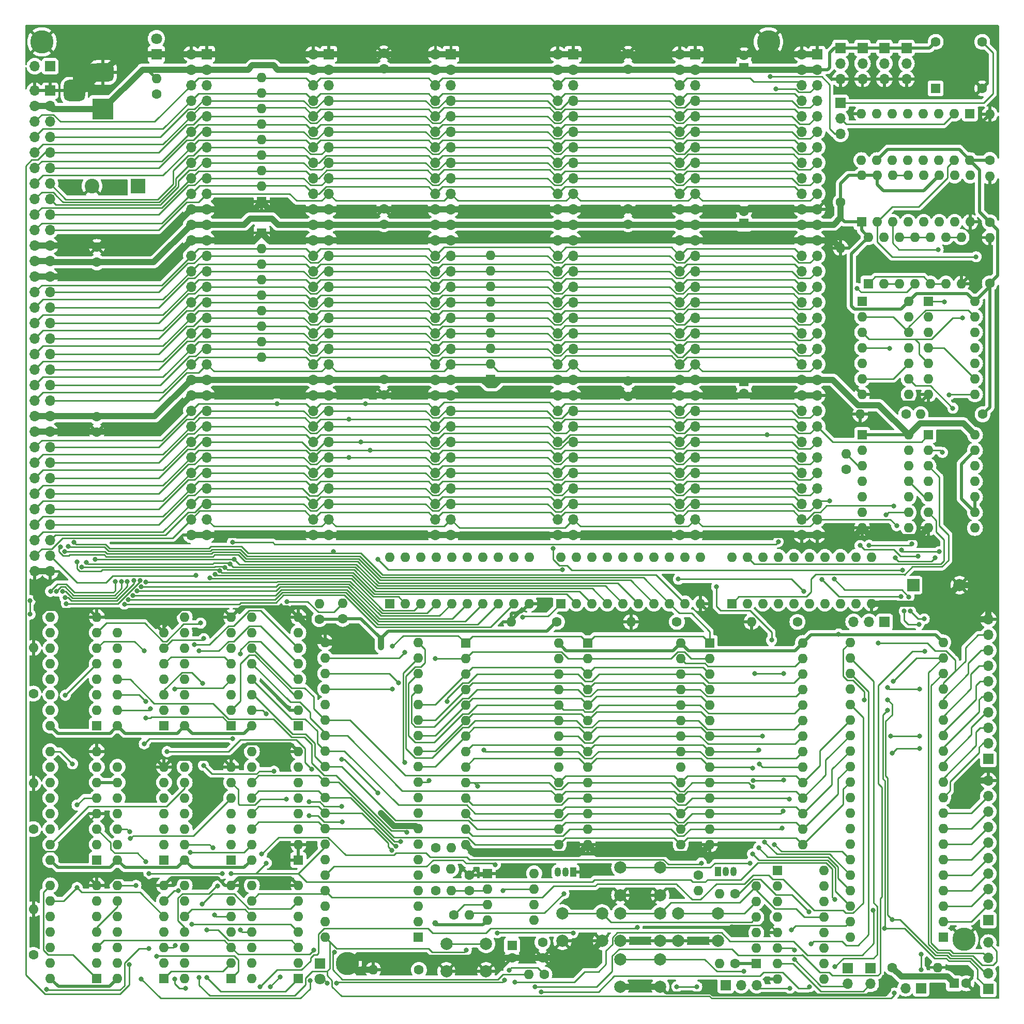
<source format=gbr>
%TF.GenerationSoftware,KiCad,Pcbnew,(7.0.0)*%
%TF.CreationDate,2023-04-03T18:31:54+02:00*%
%TF.ProjectId,EXP6502,45585036-3530-4322-9e6b-696361645f70,rev?*%
%TF.SameCoordinates,Original*%
%TF.FileFunction,Copper,L1,Top*%
%TF.FilePolarity,Positive*%
%FSLAX46Y46*%
G04 Gerber Fmt 4.6, Leading zero omitted, Abs format (unit mm)*
G04 Created by KiCad (PCBNEW (7.0.0)) date 2023-04-03 18:31:54*
%MOMM*%
%LPD*%
G01*
G04 APERTURE LIST*
G04 Aperture macros list*
%AMRoundRect*
0 Rectangle with rounded corners*
0 $1 Rounding radius*
0 $2 $3 $4 $5 $6 $7 $8 $9 X,Y pos of 4 corners*
0 Add a 4 corners polygon primitive as box body*
4,1,4,$2,$3,$4,$5,$6,$7,$8,$9,$2,$3,0*
0 Add four circle primitives for the rounded corners*
1,1,$1+$1,$2,$3*
1,1,$1+$1,$4,$5*
1,1,$1+$1,$6,$7*
1,1,$1+$1,$8,$9*
0 Add four rect primitives between the rounded corners*
20,1,$1+$1,$2,$3,$4,$5,0*
20,1,$1+$1,$4,$5,$6,$7,0*
20,1,$1+$1,$6,$7,$8,$9,0*
20,1,$1+$1,$8,$9,$2,$3,0*%
G04 Aperture macros list end*
%TA.AperFunction,ComponentPad*%
%ADD10C,1.600000*%
%TD*%
%TA.AperFunction,ComponentPad*%
%ADD11O,1.600000X1.600000*%
%TD*%
%TA.AperFunction,ComponentPad*%
%ADD12R,1.600000X1.600000*%
%TD*%
%TA.AperFunction,ComponentPad*%
%ADD13R,1.700000X1.700000*%
%TD*%
%TA.AperFunction,ComponentPad*%
%ADD14O,1.700000X1.700000*%
%TD*%
%TA.AperFunction,ComponentPad*%
%ADD15C,3.800000*%
%TD*%
%TA.AperFunction,ComponentPad*%
%ADD16R,1.050000X1.500000*%
%TD*%
%TA.AperFunction,ComponentPad*%
%ADD17O,1.050000X1.500000*%
%TD*%
%TA.AperFunction,ComponentPad*%
%ADD18C,2.000000*%
%TD*%
%TA.AperFunction,ComponentPad*%
%ADD19R,2.000000X2.000000*%
%TD*%
%TA.AperFunction,ComponentPad*%
%ADD20R,1.800000X1.800000*%
%TD*%
%TA.AperFunction,ComponentPad*%
%ADD21C,1.800000*%
%TD*%
%TA.AperFunction,ComponentPad*%
%ADD22R,3.500000X3.500000*%
%TD*%
%TA.AperFunction,ComponentPad*%
%ADD23RoundRect,0.750000X-1.000000X0.750000X-1.000000X-0.750000X1.000000X-0.750000X1.000000X0.750000X0*%
%TD*%
%TA.AperFunction,ComponentPad*%
%ADD24RoundRect,0.875000X-0.875000X0.875000X-0.875000X-0.875000X0.875000X-0.875000X0.875000X0.875000X0*%
%TD*%
%TA.AperFunction,ComponentPad*%
%ADD25R,2.400000X2.400000*%
%TD*%
%TA.AperFunction,ComponentPad*%
%ADD26C,2.400000*%
%TD*%
%TA.AperFunction,ViaPad*%
%ADD27C,1.000000*%
%TD*%
%TA.AperFunction,ViaPad*%
%ADD28C,0.800000*%
%TD*%
%TA.AperFunction,Conductor*%
%ADD29C,1.000000*%
%TD*%
%TA.AperFunction,Conductor*%
%ADD30C,0.500000*%
%TD*%
%TA.AperFunction,Conductor*%
%ADD31C,0.250000*%
%TD*%
%TA.AperFunction,Conductor*%
%ADD32C,3.000000*%
%TD*%
G04 APERTURE END LIST*
D10*
%TO.P,R2,1*%
%TO.N,Net-(D2-A)*%
X21750000Y-11545000D03*
D11*
%TO.P,R2,2*%
%TO.N,VDD*%
X21749999Y-9004999D03*
%TD*%
D12*
%TO.P,U15,1*%
%TO.N,A1*%
X22999999Y-136999999D03*
D11*
%TO.P,U15,2*%
%TO.N,A2*%
X22999999Y-134459999D03*
%TO.P,U15,3*%
%TO.N,A3*%
X22999999Y-131919999D03*
%TO.P,U15,4*%
%TO.N,A4*%
X22999999Y-129379999D03*
%TO.P,U15,5*%
%TO.N,A5*%
X22999999Y-126839999D03*
%TO.P,U15,6*%
%TO.N,Net-(U12-Pad4)*%
X22999999Y-124299999D03*
%TO.P,U15,7,GND*%
%TO.N,GND*%
X22999999Y-121759999D03*
%TO.P,U15,8*%
%TO.N,unconnected-(U15-Pad8)*%
X15379999Y-121759999D03*
%TO.P,U15,9*%
%TO.N,VDD*%
X15379999Y-124299999D03*
%TO.P,U15,10*%
X15379999Y-126839999D03*
%TO.P,U15,11*%
X15379999Y-129379999D03*
%TO.P,U15,12*%
%TO.N,Net-(U12-Pad5)*%
X15379999Y-131919999D03*
%TO.P,U15,13*%
%TO.N,A0*%
X15379999Y-134459999D03*
%TO.P,U15,14,VCC*%
%TO.N,VDD*%
X15379999Y-136999999D03*
%TD*%
D13*
%TO.P,J11,1,Pin_1*%
%TO.N,WTFTB*%
X4364999Y-6999999D03*
D14*
%TO.P,J11,2,Pin_2*%
%TO.N,VDD*%
X1824999Y-6999999D03*
%TD*%
D12*
%TO.P,U5,1,A14*%
%TO.N,A14*%
X112384999Y-101459999D03*
D11*
%TO.P,U5,2,A12*%
%TO.N,A12*%
X112384999Y-103999999D03*
%TO.P,U5,3,A7*%
%TO.N,A7*%
X112384999Y-106539999D03*
%TO.P,U5,4,A6*%
%TO.N,A6*%
X112384999Y-109079999D03*
%TO.P,U5,5,A5*%
%TO.N,A5*%
X112384999Y-111619999D03*
%TO.P,U5,6,A4*%
%TO.N,A4*%
X112384999Y-114159999D03*
%TO.P,U5,7,A3*%
%TO.N,A3*%
X112384999Y-116699999D03*
%TO.P,U5,8,A2*%
%TO.N,A2*%
X112384999Y-119239999D03*
%TO.P,U5,9,A1*%
%TO.N,A1*%
X112384999Y-121779999D03*
%TO.P,U5,10,A0*%
%TO.N,A0*%
X112384999Y-124319999D03*
%TO.P,U5,11,Q0*%
%TO.N,D0*%
X112384999Y-126859999D03*
%TO.P,U5,12,Q1*%
%TO.N,D1*%
X112384999Y-129399999D03*
%TO.P,U5,13,Q2*%
%TO.N,D2*%
X112384999Y-131939999D03*
%TO.P,U5,14,GND*%
%TO.N,GND*%
X112384999Y-134479999D03*
%TO.P,U5,15,Q3*%
%TO.N,D3*%
X127624999Y-134479999D03*
%TO.P,U5,16,Q4*%
%TO.N,D4*%
X127624999Y-131939999D03*
%TO.P,U5,17,Q5*%
%TO.N,D5*%
X127624999Y-129399999D03*
%TO.P,U5,18,Q6*%
%TO.N,D6*%
X127624999Y-126859999D03*
%TO.P,U5,19,Q7*%
%TO.N,D7*%
X127624999Y-124319999D03*
%TO.P,U5,20,~{CS}*%
%TO.N,HIRAMB*%
X127624999Y-121779999D03*
%TO.P,U5,21,A10*%
%TO.N,A10*%
X127624999Y-119239999D03*
%TO.P,U5,22,~{OE}*%
%TO.N,RWB*%
X127624999Y-116699999D03*
%TO.P,U5,23,A11*%
%TO.N,A11*%
X127624999Y-114159999D03*
%TO.P,U5,24,A9*%
%TO.N,A9*%
X127624999Y-111619999D03*
%TO.P,U5,25,A8*%
%TO.N,A8*%
X127624999Y-109079999D03*
%TO.P,U5,26,A13*%
%TO.N,A13*%
X127624999Y-106539999D03*
%TO.P,U5,27,~{WE}*%
%TO.N,WRAMB*%
X127624999Y-103999999D03*
%TO.P,U5,28,VCC*%
%TO.N,VDD*%
X127624999Y-101459999D03*
%TD*%
D12*
%TO.P,U3,1,A14*%
%TO.N,A14*%
X72384999Y-101459999D03*
D11*
%TO.P,U3,2,A12*%
%TO.N,A12*%
X72384999Y-103999999D03*
%TO.P,U3,3,A7*%
%TO.N,A7*%
X72384999Y-106539999D03*
%TO.P,U3,4,A6*%
%TO.N,A6*%
X72384999Y-109079999D03*
%TO.P,U3,5,A5*%
%TO.N,A5*%
X72384999Y-111619999D03*
%TO.P,U3,6,A4*%
%TO.N,A4*%
X72384999Y-114159999D03*
%TO.P,U3,7,A3*%
%TO.N,A3*%
X72384999Y-116699999D03*
%TO.P,U3,8,A2*%
%TO.N,A2*%
X72384999Y-119239999D03*
%TO.P,U3,9,A1*%
%TO.N,A1*%
X72384999Y-121779999D03*
%TO.P,U3,10,A0*%
%TO.N,A0*%
X72384999Y-124319999D03*
%TO.P,U3,11,D0*%
%TO.N,D0*%
X72384999Y-126859999D03*
%TO.P,U3,12,D1*%
%TO.N,D1*%
X72384999Y-129399999D03*
%TO.P,U3,13,D2*%
%TO.N,D2*%
X72384999Y-131939999D03*
%TO.P,U3,14,GND*%
%TO.N,GND*%
X72384999Y-134479999D03*
%TO.P,U3,15,D3*%
%TO.N,D3*%
X87624999Y-134479999D03*
%TO.P,U3,16,D4*%
%TO.N,D4*%
X87624999Y-131939999D03*
%TO.P,U3,17,D5*%
%TO.N,D5*%
X87624999Y-129399999D03*
%TO.P,U3,18,D6*%
%TO.N,D6*%
X87624999Y-126859999D03*
%TO.P,U3,19,D7*%
%TO.N,D7*%
X87624999Y-124319999D03*
%TO.P,U3,20,~{CS}*%
%TO.N,ROMB*%
X87624999Y-121779999D03*
%TO.P,U3,21,A10*%
%TO.N,A10*%
X87624999Y-119239999D03*
%TO.P,U3,22,~{OE}*%
%TO.N,RWB*%
X87624999Y-116699999D03*
%TO.P,U3,23,A11*%
%TO.N,A11*%
X87624999Y-114159999D03*
%TO.P,U3,24,A9*%
%TO.N,A9*%
X87624999Y-111619999D03*
%TO.P,U3,25,A8*%
%TO.N,A8*%
X87624999Y-109079999D03*
%TO.P,U3,26,A13*%
%TO.N,A13*%
X87624999Y-106539999D03*
%TO.P,U3,27,~{WE}*%
%TO.N,VDD*%
X87624999Y-103999999D03*
%TO.P,U3,28,VCC*%
X87624999Y-101459999D03*
%TD*%
D13*
%TO.P,J4,1,Pin_1*%
%TO.N,GND*%
X69999999Y-4999999D03*
D14*
%TO.P,J4,2,Pin_2*%
X67459999Y-4999999D03*
%TO.P,J4,3,Pin_3*%
%TO.N,VDD*%
X69999999Y-7539999D03*
%TO.P,J4,4,Pin_4*%
X67459999Y-7539999D03*
%TO.P,J4,5,Pin_5*%
%TO.N,IO4B*%
X69999999Y-10079999D03*
%TO.P,J4,6,Pin_6*%
%TO.N,AE15*%
X67459999Y-10079999D03*
%TO.P,J4,7,Pin_7*%
%TO.N,CLKOSC*%
X69999999Y-12619999D03*
%TO.P,J4,8,Pin_8*%
%TO.N,AE14*%
X67459999Y-12619999D03*
%TO.P,J4,9,Pin_9*%
%TO.N,IOHB*%
X69999999Y-15159999D03*
%TO.P,J4,10,Pin_10*%
%TO.N,AE13*%
X67459999Y-15159999D03*
%TO.P,J4,11,Pin_11*%
%TO.N,CLKDIV*%
X69999999Y-17699999D03*
%TO.P,J4,12,Pin_12*%
%TO.N,AE12*%
X67459999Y-17699999D03*
%TO.P,J4,13,Pin_13*%
%TO.N,RW*%
X69999999Y-20239999D03*
%TO.P,J4,14,Pin_14*%
%TO.N,AE11*%
X67459999Y-20239999D03*
%TO.P,J4,15,Pin_15*%
%TO.N,PHI2*%
X69999999Y-22779999D03*
%TO.P,J4,16,Pin_16*%
%TO.N,AE10*%
X67459999Y-22779999D03*
%TO.P,J4,17,Pin_17*%
%TO.N,RSTB*%
X69999999Y-25319999D03*
%TO.P,J4,18,Pin_18*%
%TO.N,AE9*%
X67459999Y-25319999D03*
%TO.P,J4,19,Pin_19*%
%TO.N,PHI1*%
X69999999Y-27859999D03*
%TO.P,J4,20,Pin_20*%
%TO.N,AE8*%
X67459999Y-27859999D03*
%TO.P,J4,21,Pin_21*%
%TO.N,GND*%
X69999999Y-30399999D03*
%TO.P,J4,22,Pin_22*%
X67459999Y-30399999D03*
%TO.P,J4,23,Pin_23*%
%TO.N,VDD*%
X69999999Y-32939999D03*
%TO.P,J4,24,Pin_24*%
X67459999Y-32939999D03*
%TO.P,J4,25,Pin_25*%
%TO.N,GND*%
X69999999Y-35479999D03*
%TO.P,J4,26,Pin_26*%
X67459999Y-35479999D03*
%TO.P,J4,27,Pin_27*%
%TO.N,DE7*%
X69999999Y-38019999D03*
%TO.P,J4,28,Pin_28*%
%TO.N,AE7*%
X67459999Y-38019999D03*
%TO.P,J4,29,Pin_29*%
%TO.N,DE6*%
X69999999Y-40559999D03*
%TO.P,J4,30,Pin_30*%
%TO.N,AE6*%
X67459999Y-40559999D03*
%TO.P,J4,31,Pin_31*%
%TO.N,DE5*%
X69999999Y-43099999D03*
%TO.P,J4,32,Pin_32*%
%TO.N,AE5*%
X67459999Y-43099999D03*
%TO.P,J4,33,Pin_33*%
%TO.N,DE4*%
X69999999Y-45639999D03*
%TO.P,J4,34,Pin_34*%
%TO.N,AE4*%
X67459999Y-45639999D03*
%TO.P,J4,35,Pin_35*%
%TO.N,DE3*%
X69999999Y-48179999D03*
%TO.P,J4,36,Pin_36*%
%TO.N,AE3*%
X67459999Y-48179999D03*
%TO.P,J4,37,Pin_37*%
%TO.N,DE2*%
X69999999Y-50719999D03*
%TO.P,J4,38,Pin_38*%
%TO.N,AE2*%
X67459999Y-50719999D03*
%TO.P,J4,39,Pin_39*%
%TO.N,DE1*%
X69999999Y-53259999D03*
%TO.P,J4,40,Pin_40*%
%TO.N,AE1*%
X67459999Y-53259999D03*
%TO.P,J4,41,Pin_41*%
%TO.N,DE0*%
X69999999Y-55799999D03*
%TO.P,J4,42,Pin_42*%
%TO.N,AE0*%
X67459999Y-55799999D03*
%TO.P,J4,43,Pin_43*%
%TO.N,VDD*%
X69999999Y-58339999D03*
%TO.P,J4,44,Pin_44*%
X67459999Y-58339999D03*
%TO.P,J4,45,Pin_45*%
%TO.N,GND*%
X69999999Y-60879999D03*
%TO.P,J4,46,Pin_46*%
X67459999Y-60879999D03*
%TO.P,J4,47,Pin_47*%
%TO.N,IRQEXTB*%
X69999999Y-63419999D03*
%TO.P,J4,48,Pin_48*%
%TO.N,NMIB*%
X67459999Y-63419999D03*
%TO.P,J4,49,Pin_49*%
%TO.N,EXTCTLB*%
X69999999Y-65959999D03*
%TO.P,J4,50,Pin_50*%
%TO.N,RDY*%
X67459999Y-65959999D03*
%TO.P,J4,51,Pin_51*%
%TO.N,MLB*%
X69999999Y-68499999D03*
%TO.P,J4,52,Pin_52*%
%TO.N,EXTCLK*%
X67459999Y-68499999D03*
%TO.P,J4,53,Pin_53*%
%TO.N,VPB*%
X69999999Y-71039999D03*
%TO.P,J4,54,Pin_54*%
%TO.N,SYNC*%
X67459999Y-71039999D03*
%TO.P,J4,55,Pin_55*%
%TO.N,EXTH0B*%
X69999999Y-73579999D03*
%TO.P,J4,56,Pin_56*%
%TO.N,EXTL0B*%
X67459999Y-73579999D03*
%TO.P,J4,57,Pin_57*%
%TO.N,EXTH1B*%
X69999999Y-76119999D03*
%TO.P,J4,58,Pin_58*%
%TO.N,EXTL1B*%
X67459999Y-76119999D03*
%TO.P,J4,59,Pin_59*%
%TO.N,CA2*%
X69999999Y-78659999D03*
%TO.P,J4,60,Pin_60*%
%TO.N,CA1*%
X67459999Y-78659999D03*
%TO.P,J4,61,Pin_61*%
%TO.N,CB2*%
X69999999Y-81199999D03*
%TO.P,J4,62,Pin_62*%
%TO.N,CB1*%
X67459999Y-81199999D03*
%TO.P,J4,63,Pin_63*%
%TO.N,GND*%
X69999999Y-83739999D03*
%TO.P,J4,64,Pin_64*%
X67459999Y-83739999D03*
%TD*%
D13*
%TO.P,J6,1,Pin_1*%
%TO.N,GND*%
X109999999Y-4999999D03*
D14*
%TO.P,J6,2,Pin_2*%
X107459999Y-4999999D03*
%TO.P,J6,3,Pin_3*%
%TO.N,VDD*%
X109999999Y-7539999D03*
%TO.P,J6,4,Pin_4*%
X107459999Y-7539999D03*
%TO.P,J6,5,Pin_5*%
%TO.N,IO6B*%
X109999999Y-10079999D03*
%TO.P,J6,6,Pin_6*%
%TO.N,AE15*%
X107459999Y-10079999D03*
%TO.P,J6,7,Pin_7*%
%TO.N,CLKOSC*%
X109999999Y-12619999D03*
%TO.P,J6,8,Pin_8*%
%TO.N,AE14*%
X107459999Y-12619999D03*
%TO.P,J6,9,Pin_9*%
%TO.N,IOHB*%
X109999999Y-15159999D03*
%TO.P,J6,10,Pin_10*%
%TO.N,AE13*%
X107459999Y-15159999D03*
%TO.P,J6,11,Pin_11*%
%TO.N,CLKDIV*%
X109999999Y-17699999D03*
%TO.P,J6,12,Pin_12*%
%TO.N,AE12*%
X107459999Y-17699999D03*
%TO.P,J6,13,Pin_13*%
%TO.N,RW*%
X109999999Y-20239999D03*
%TO.P,J6,14,Pin_14*%
%TO.N,AE11*%
X107459999Y-20239999D03*
%TO.P,J6,15,Pin_15*%
%TO.N,PHI2*%
X109999999Y-22779999D03*
%TO.P,J6,16,Pin_16*%
%TO.N,AE10*%
X107459999Y-22779999D03*
%TO.P,J6,17,Pin_17*%
%TO.N,RSTB*%
X109999999Y-25319999D03*
%TO.P,J6,18,Pin_18*%
%TO.N,AE9*%
X107459999Y-25319999D03*
%TO.P,J6,19,Pin_19*%
%TO.N,PHI1*%
X109999999Y-27859999D03*
%TO.P,J6,20,Pin_20*%
%TO.N,AE8*%
X107459999Y-27859999D03*
%TO.P,J6,21,Pin_21*%
%TO.N,GND*%
X109999999Y-30399999D03*
%TO.P,J6,22,Pin_22*%
X107459999Y-30399999D03*
%TO.P,J6,23,Pin_23*%
%TO.N,VDD*%
X109999999Y-32939999D03*
%TO.P,J6,24,Pin_24*%
X107459999Y-32939999D03*
%TO.P,J6,25,Pin_25*%
%TO.N,GND*%
X109999999Y-35479999D03*
%TO.P,J6,26,Pin_26*%
X107459999Y-35479999D03*
%TO.P,J6,27,Pin_27*%
%TO.N,DE7*%
X109999999Y-38019999D03*
%TO.P,J6,28,Pin_28*%
%TO.N,AE7*%
X107459999Y-38019999D03*
%TO.P,J6,29,Pin_29*%
%TO.N,DE6*%
X109999999Y-40559999D03*
%TO.P,J6,30,Pin_30*%
%TO.N,AE6*%
X107459999Y-40559999D03*
%TO.P,J6,31,Pin_31*%
%TO.N,DE5*%
X109999999Y-43099999D03*
%TO.P,J6,32,Pin_32*%
%TO.N,AE5*%
X107459999Y-43099999D03*
%TO.P,J6,33,Pin_33*%
%TO.N,DE4*%
X109999999Y-45639999D03*
%TO.P,J6,34,Pin_34*%
%TO.N,AE4*%
X107459999Y-45639999D03*
%TO.P,J6,35,Pin_35*%
%TO.N,DE3*%
X109999999Y-48179999D03*
%TO.P,J6,36,Pin_36*%
%TO.N,AE3*%
X107459999Y-48179999D03*
%TO.P,J6,37,Pin_37*%
%TO.N,DE2*%
X109999999Y-50719999D03*
%TO.P,J6,38,Pin_38*%
%TO.N,AE2*%
X107459999Y-50719999D03*
%TO.P,J6,39,Pin_39*%
%TO.N,DE1*%
X109999999Y-53259999D03*
%TO.P,J6,40,Pin_40*%
%TO.N,AE1*%
X107459999Y-53259999D03*
%TO.P,J6,41,Pin_41*%
%TO.N,DE0*%
X109999999Y-55799999D03*
%TO.P,J6,42,Pin_42*%
%TO.N,AE0*%
X107459999Y-55799999D03*
%TO.P,J6,43,Pin_43*%
%TO.N,VDD*%
X109999999Y-58339999D03*
%TO.P,J6,44,Pin_44*%
X107459999Y-58339999D03*
%TO.P,J6,45,Pin_45*%
%TO.N,GND*%
X109999999Y-60879999D03*
%TO.P,J6,46,Pin_46*%
X107459999Y-60879999D03*
%TO.P,J6,47,Pin_47*%
%TO.N,IRQEXTB*%
X109999999Y-63419999D03*
%TO.P,J6,48,Pin_48*%
%TO.N,NMIB*%
X107459999Y-63419999D03*
%TO.P,J6,49,Pin_49*%
%TO.N,EXTCTLB*%
X109999999Y-65959999D03*
%TO.P,J6,50,Pin_50*%
%TO.N,RDY*%
X107459999Y-65959999D03*
%TO.P,J6,51,Pin_51*%
%TO.N,MLB*%
X109999999Y-68499999D03*
%TO.P,J6,52,Pin_52*%
%TO.N,EXTCLK*%
X107459999Y-68499999D03*
%TO.P,J6,53,Pin_53*%
%TO.N,VPB*%
X109999999Y-71039999D03*
%TO.P,J6,54,Pin_54*%
%TO.N,SYNC*%
X107459999Y-71039999D03*
%TO.P,J6,55,Pin_55*%
%TO.N,EXTH0B*%
X109999999Y-73579999D03*
%TO.P,J6,56,Pin_56*%
%TO.N,EXTL0B*%
X107459999Y-73579999D03*
%TO.P,J6,57,Pin_57*%
%TO.N,EXTH1B*%
X109999999Y-76119999D03*
%TO.P,J6,58,Pin_58*%
%TO.N,EXTL1B*%
X107459999Y-76119999D03*
%TO.P,J6,59,Pin_59*%
%TO.N,CA2*%
X109999999Y-78659999D03*
%TO.P,J6,60,Pin_60*%
%TO.N,CA1*%
X107459999Y-78659999D03*
%TO.P,J6,61,Pin_61*%
%TO.N,CB2*%
X109999999Y-81199999D03*
%TO.P,J6,62,Pin_62*%
%TO.N,CB1*%
X107459999Y-81199999D03*
%TO.P,J6,63,Pin_63*%
%TO.N,GND*%
X109999999Y-83739999D03*
%TO.P,J6,64,Pin_64*%
X107459999Y-83739999D03*
%TD*%
D12*
%TO.P,U11,1*%
%TO.N,A14*%
X33999999Y-156399999D03*
D11*
%TO.P,U11,2*%
%TO.N,Net-(U11-Pad2)*%
X33999999Y-153859999D03*
%TO.P,U11,3*%
%TO.N,/AddressDecoding/RIO*%
X33999999Y-151319999D03*
%TO.P,U11,4*%
%TO.N,Net-(U7-E3)*%
X33999999Y-148779999D03*
%TO.P,U11,5*%
%TO.N,Net-(U11-Pad5)*%
X33999999Y-146239999D03*
%TO.P,U11,6*%
%TO.N,/AddressDecoding/CTLREGB*%
X33999999Y-143699999D03*
%TO.P,U11,7,GND*%
%TO.N,GND*%
X33999999Y-141159999D03*
%TO.P,U11,8*%
%TO.N,Net-(U16-Mr)*%
X26379999Y-141159999D03*
%TO.P,U11,9*%
%TO.N,RSTB*%
X26379999Y-143699999D03*
%TO.P,U11,10*%
%TO.N,Net-(U11-Pad10)*%
X26379999Y-146239999D03*
%TO.P,U11,11*%
%TO.N,RW*%
X26379999Y-148779999D03*
%TO.P,U11,12*%
%TO.N,RWB*%
X26379999Y-151319999D03*
%TO.P,U11,13*%
%TO.N,RW*%
X26379999Y-153859999D03*
%TO.P,U11,14,VCC*%
%TO.N,VDD*%
X26379999Y-156399999D03*
%TD*%
D12*
%TO.P,U1,1,~{VP}*%
%TO.N,VPB*%
X64624999Y-149639999D03*
D11*
%TO.P,U1,2,RDY*%
%TO.N,RDY*%
X64624999Y-147099999D03*
%TO.P,U1,3,\u03D51*%
%TO.N,PHI1*%
X64624999Y-144559999D03*
%TO.P,U1,4,~{IRQ}*%
%TO.N,IRQB*%
X64624999Y-142019999D03*
%TO.P,U1,5,~{ML}*%
%TO.N,MLB*%
X64624999Y-139479999D03*
%TO.P,U1,6,~{NMI}*%
%TO.N,NMIB*%
X64624999Y-136939999D03*
%TO.P,U1,7,SYNC*%
%TO.N,SYNC*%
X64624999Y-134399999D03*
%TO.P,U1,8,VDD*%
%TO.N,VDD*%
X64624999Y-131859999D03*
%TO.P,U1,9,A0*%
%TO.N,A0*%
X64624999Y-129319999D03*
%TO.P,U1,10,A1*%
%TO.N,A1*%
X64624999Y-126779999D03*
%TO.P,U1,11,A2*%
%TO.N,A2*%
X64624999Y-124239999D03*
%TO.P,U1,12,A3*%
%TO.N,A3*%
X64624999Y-121699999D03*
%TO.P,U1,13,A4*%
%TO.N,A4*%
X64624999Y-119159999D03*
%TO.P,U1,14,A5*%
%TO.N,A5*%
X64624999Y-116619999D03*
%TO.P,U1,15,A6*%
%TO.N,A6*%
X64624999Y-114079999D03*
%TO.P,U1,16,A7*%
%TO.N,A7*%
X64624999Y-111539999D03*
%TO.P,U1,17,A8*%
%TO.N,A8*%
X64624999Y-108999999D03*
%TO.P,U1,18,A9*%
%TO.N,A9*%
X64624999Y-106459999D03*
%TO.P,U1,19,A10*%
%TO.N,A10*%
X64624999Y-103919999D03*
%TO.P,U1,20,A11*%
%TO.N,A11*%
X64624999Y-101379999D03*
%TO.P,U1,21,VSS*%
%TO.N,GND*%
X49384999Y-101379999D03*
%TO.P,U1,22,A12*%
%TO.N,A12*%
X49384999Y-103919999D03*
%TO.P,U1,23,A13*%
%TO.N,A13*%
X49384999Y-106459999D03*
%TO.P,U1,24,A14*%
%TO.N,A14*%
X49384999Y-108999999D03*
%TO.P,U1,25,A15*%
%TO.N,A15*%
X49384999Y-111539999D03*
%TO.P,U1,26,D7*%
%TO.N,D7*%
X49384999Y-114079999D03*
%TO.P,U1,27,D6*%
%TO.N,D6*%
X49384999Y-116619999D03*
%TO.P,U1,28,D5*%
%TO.N,D5*%
X49384999Y-119159999D03*
%TO.P,U1,29,D4*%
%TO.N,D4*%
X49384999Y-121699999D03*
%TO.P,U1,30,D3*%
%TO.N,D3*%
X49384999Y-124239999D03*
%TO.P,U1,31,D2*%
%TO.N,D2*%
X49384999Y-126779999D03*
%TO.P,U1,32,D1*%
%TO.N,D1*%
X49384999Y-129319999D03*
%TO.P,U1,33,D0*%
%TO.N,D0*%
X49384999Y-131859999D03*
%TO.P,U1,34,R/~{W}*%
%TO.N,RW*%
X49384999Y-134399999D03*
%TO.P,U1,35,nc*%
%TO.N,unconnected-(U1-nc-Pad35)*%
X49384999Y-136939999D03*
%TO.P,U1,36,BE*%
%TO.N,EXTCTLB*%
X49384999Y-139479999D03*
%TO.P,U1,37,\u03D50*%
%TO.N,PHI2*%
X49384999Y-142019999D03*
%TO.P,U1,38,~{SO}*%
%TO.N,unconnected-(U1-~{SO}-Pad38)*%
X49384999Y-144559999D03*
%TO.P,U1,39,\u03D52*%
%TO.N,unconnected-(U1-\u03D52-Pad39)*%
X49384999Y-147099999D03*
%TO.P,U1,40,~{RES}*%
%TO.N,RSTB*%
X49384999Y-149639999D03*
%TD*%
D10*
%TO.P,R5,1*%
%TO.N,Net-(LS1-Pad1)*%
X134750000Y-73040000D03*
D11*
%TO.P,R5,2*%
%TO.N,Net-(R5-Pad2)*%
X134749999Y-70499999D03*
%TD*%
D12*
%TO.P,U29,1,I4*%
%TO.N,Net-(RN1-R4)*%
X123499999Y-138759999D03*
D11*
%TO.P,U29,2,I5*%
%TO.N,Net-(RN1-R3)*%
X123499999Y-141299999D03*
%TO.P,U29,3,I6*%
%TO.N,Net-(RN1-R2)*%
X123499999Y-143839999D03*
%TO.P,U29,4,I7*%
%TO.N,Net-(RN1-R1)*%
X123499999Y-146379999D03*
%TO.P,U29,5,EI*%
%TO.N,GND*%
X123499999Y-148919999D03*
%TO.P,U29,6,S2*%
%TO.N,Net-(JP6-B)*%
X123499999Y-151459999D03*
%TO.P,U29,7,S1*%
%TO.N,Net-(JP5-B)*%
X123499999Y-153999999D03*
%TO.P,U29,8,GND*%
%TO.N,GND*%
X123499999Y-156539999D03*
%TO.P,U29,9,S0*%
%TO.N,Net-(JP4-B)*%
X131119999Y-156539999D03*
%TO.P,U29,10,IO*%
%TO.N,unconnected-(U29-IO-Pad10)*%
X131119999Y-153999999D03*
%TO.P,U29,11,I1*%
%TO.N,unconnected-(U29-I1-Pad11)*%
X131119999Y-151459999D03*
%TO.P,U29,12,I2*%
%TO.N,unconnected-(U29-I2-Pad12)*%
X131119999Y-148919999D03*
%TO.P,U29,13,I3*%
%TO.N,Net-(RN1-R5)*%
X131119999Y-146379999D03*
%TO.P,U29,14,GS*%
%TO.N,unconnected-(U29-GS-Pad14)*%
X131119999Y-143839999D03*
%TO.P,U29,15,EO*%
%TO.N,Net-(U29-EO)*%
X131119999Y-141299999D03*
%TO.P,U29,16,VCC*%
%TO.N,VDD*%
X131119999Y-138759999D03*
%TD*%
D12*
%TO.P,U2,1,VSS*%
%TO.N,GND*%
X150624999Y-149619999D03*
D11*
%TO.P,U2,2,PA0*%
%TO.N,Net-(J8-Pin_2)*%
X150624999Y-147079999D03*
%TO.P,U2,3,PA1*%
%TO.N,Net-(J8-Pin_3)*%
X150624999Y-144539999D03*
%TO.P,U2,4,PA2*%
%TO.N,Net-(J8-Pin_4)*%
X150624999Y-141999999D03*
%TO.P,U2,5,PA3*%
%TO.N,Net-(J8-Pin_5)*%
X150624999Y-139459999D03*
%TO.P,U2,6,PA4*%
%TO.N,Net-(J8-Pin_6)*%
X150624999Y-136919999D03*
%TO.P,U2,7,PA5*%
%TO.N,Net-(J8-Pin_7)*%
X150624999Y-134379999D03*
%TO.P,U2,8,PA6*%
%TO.N,Net-(J8-Pin_8)*%
X150624999Y-131839999D03*
%TO.P,U2,9,PA7*%
%TO.N,Net-(J8-Pin_9)*%
X150624999Y-129299999D03*
%TO.P,U2,10,PB0*%
%TO.N,Net-(J9-Pin_2)*%
X150624999Y-126759999D03*
%TO.P,U2,11,PB1*%
%TO.N,Net-(J9-Pin_3)*%
X150624999Y-124219999D03*
%TO.P,U2,12,PB2*%
%TO.N,Net-(J9-Pin_4)*%
X150624999Y-121679999D03*
%TO.P,U2,13,PB3*%
%TO.N,Net-(J9-Pin_5)*%
X150624999Y-119139999D03*
%TO.P,U2,14,PB4*%
%TO.N,Net-(J9-Pin_6)*%
X150624999Y-116599999D03*
%TO.P,U2,15,PB5*%
%TO.N,Net-(J9-Pin_7)*%
X150624999Y-114059999D03*
%TO.P,U2,16,PB6*%
%TO.N,Net-(J9-Pin_8)*%
X150624999Y-111519999D03*
%TO.P,U2,17,PB7*%
%TO.N,Net-(J9-Pin_9)*%
X150624999Y-108979999D03*
%TO.P,U2,18,CB1*%
%TO.N,CB1*%
X150624999Y-106439999D03*
%TO.P,U2,19,CB2*%
%TO.N,CB2*%
X150624999Y-103899999D03*
%TO.P,U2,20,VCC*%
%TO.N,VDD*%
X150624999Y-101359999D03*
%TO.P,U2,21,~{IRQ}*%
%TO.N,Net-(U2-~{IRQ})*%
X135384999Y-101359999D03*
%TO.P,U2,22,R/~{W}*%
%TO.N,RW*%
X135384999Y-103899999D03*
%TO.P,U2,23,~{CS2}*%
%TO.N,VIAB*%
X135384999Y-106439999D03*
%TO.P,U2,24,CS1*%
%TO.N,VDD*%
X135384999Y-108979999D03*
%TO.P,U2,25,\u03D52*%
%TO.N,PHI2*%
X135384999Y-111519999D03*
%TO.P,U2,26,D7*%
%TO.N,D7*%
X135384999Y-114059999D03*
%TO.P,U2,27,D6*%
%TO.N,D6*%
X135384999Y-116599999D03*
%TO.P,U2,28,D5*%
%TO.N,D5*%
X135384999Y-119139999D03*
%TO.P,U2,29,D4*%
%TO.N,D4*%
X135384999Y-121679999D03*
%TO.P,U2,30,D3*%
%TO.N,D3*%
X135384999Y-124219999D03*
%TO.P,U2,31,D2*%
%TO.N,D2*%
X135384999Y-126759999D03*
%TO.P,U2,32,D1*%
%TO.N,D1*%
X135384999Y-129299999D03*
%TO.P,U2,33,D0*%
%TO.N,D0*%
X135384999Y-131839999D03*
%TO.P,U2,34,~{RES}*%
%TO.N,RSTB*%
X135384999Y-134379999D03*
%TO.P,U2,35,RS3*%
%TO.N,A3*%
X135384999Y-136919999D03*
%TO.P,U2,36,RS2*%
%TO.N,A2*%
X135384999Y-139459999D03*
%TO.P,U2,37,RS1*%
%TO.N,A1*%
X135384999Y-141999999D03*
%TO.P,U2,38,RS0*%
%TO.N,A0*%
X135384999Y-144539999D03*
%TO.P,U2,39,CA2*%
%TO.N,CA2*%
X135384999Y-147079999D03*
%TO.P,U2,40,CA1*%
%TO.N,CA1*%
X135384999Y-149619999D03*
%TD*%
D10*
%TO.P,C25,1*%
%TO.N,VDD*%
X12000000Y-39100000D03*
%TO.P,C25,2*%
%TO.N,GND*%
X12000000Y-36600000D03*
%TD*%
D15*
%TO.P,H2,1,1*%
%TO.N,GND*%
X122000000Y-3000000D03*
%TD*%
D12*
%TO.P,U27,1*%
%TO.N,Net-(U27-Pad1)*%
X138374999Y-42599999D03*
D11*
%TO.P,U27,2*%
%TO.N,Net-(JP9-C)*%
X140914999Y-42599999D03*
%TO.P,U27,3*%
X143454999Y-42599999D03*
%TO.P,U27,4*%
%TO.N,CLKOSC*%
X145994999Y-42599999D03*
%TO.P,U27,5*%
%TO.N,Net-(U27-Pad1)*%
X148534999Y-42599999D03*
%TO.P,U27,6*%
X151074999Y-42599999D03*
%TO.P,U27,7,GND*%
%TO.N,GND*%
X153614999Y-42599999D03*
%TO.P,U27,8*%
%TO.N,Net-(U24A-Q)*%
X153614999Y-34979999D03*
%TO.P,U27,9*%
X151074999Y-34979999D03*
%TO.P,U27,10*%
%TO.N,Net-(U27-Pad10)*%
X148534999Y-34979999D03*
%TO.P,U27,11*%
X145994999Y-34979999D03*
%TO.P,U27,12*%
X143454999Y-34979999D03*
%TO.P,U27,13*%
%TO.N,CLKDIV*%
X140914999Y-34979999D03*
%TO.P,U27,14,VCC*%
%TO.N,VDD*%
X138374999Y-34979999D03*
%TD*%
D10*
%TO.P,C3,1*%
%TO.N,VDD*%
X87350000Y-98000000D03*
D11*
%TO.P,C3,2*%
%TO.N,GND*%
X79849999Y-97999999D03*
%TD*%
D10*
%TO.P,R13,1*%
%TO.N,VDD*%
X116545000Y-154000000D03*
D11*
%TO.P,R13,2*%
%TO.N,IRQEXTB*%
X114004999Y-153999999D03*
%TD*%
D10*
%TO.P,C8,1*%
%TO.N,VDD*%
X1600000Y-152550000D03*
D11*
%TO.P,C8,2*%
%TO.N,GND*%
X1599999Y-145049999D03*
%TD*%
D10*
%TO.P,R9,1*%
%TO.N,VDD*%
X67455000Y-138500000D03*
D11*
%TO.P,R9,2*%
%TO.N,RSTB*%
X69994999Y-138499999D03*
%TD*%
D13*
%TO.P,JP3,1,A*%
%TO.N,VDD*%
X133799999Y-3999999D03*
D14*
%TO.P,JP3,2,C*%
%TO.N,Net-(JP3-C)*%
X133799999Y-6539999D03*
%TO.P,JP3,3,B*%
%TO.N,GND*%
X133799999Y-9079999D03*
%TD*%
D10*
%TO.P,C21,1*%
%TO.N,VDD*%
X99000000Y-58550000D03*
%TO.P,C21,2*%
%TO.N,GND*%
X99000000Y-61050000D03*
%TD*%
D13*
%TO.P,J7,1,Pin_1*%
%TO.N,GND*%
X129999999Y-4999999D03*
D14*
%TO.P,J7,2,Pin_2*%
X127459999Y-4999999D03*
%TO.P,J7,3,Pin_3*%
%TO.N,VDD*%
X129999999Y-7539999D03*
%TO.P,J7,4,Pin_4*%
X127459999Y-7539999D03*
%TO.P,J7,5,Pin_5*%
%TO.N,IO7B*%
X129999999Y-10079999D03*
%TO.P,J7,6,Pin_6*%
%TO.N,AE15*%
X127459999Y-10079999D03*
%TO.P,J7,7,Pin_7*%
%TO.N,CLKOSC*%
X129999999Y-12619999D03*
%TO.P,J7,8,Pin_8*%
%TO.N,AE14*%
X127459999Y-12619999D03*
%TO.P,J7,9,Pin_9*%
%TO.N,IOHB*%
X129999999Y-15159999D03*
%TO.P,J7,10,Pin_10*%
%TO.N,AE13*%
X127459999Y-15159999D03*
%TO.P,J7,11,Pin_11*%
%TO.N,CLKDIV*%
X129999999Y-17699999D03*
%TO.P,J7,12,Pin_12*%
%TO.N,AE12*%
X127459999Y-17699999D03*
%TO.P,J7,13,Pin_13*%
%TO.N,RW*%
X129999999Y-20239999D03*
%TO.P,J7,14,Pin_14*%
%TO.N,AE11*%
X127459999Y-20239999D03*
%TO.P,J7,15,Pin_15*%
%TO.N,PHI2*%
X129999999Y-22779999D03*
%TO.P,J7,16,Pin_16*%
%TO.N,AE10*%
X127459999Y-22779999D03*
%TO.P,J7,17,Pin_17*%
%TO.N,RSTB*%
X129999999Y-25319999D03*
%TO.P,J7,18,Pin_18*%
%TO.N,AE9*%
X127459999Y-25319999D03*
%TO.P,J7,19,Pin_19*%
%TO.N,PHI1*%
X129999999Y-27859999D03*
%TO.P,J7,20,Pin_20*%
%TO.N,AE8*%
X127459999Y-27859999D03*
%TO.P,J7,21,Pin_21*%
%TO.N,GND*%
X129999999Y-30399999D03*
%TO.P,J7,22,Pin_22*%
X127459999Y-30399999D03*
%TO.P,J7,23,Pin_23*%
%TO.N,VDD*%
X129999999Y-32939999D03*
%TO.P,J7,24,Pin_24*%
X127459999Y-32939999D03*
%TO.P,J7,25,Pin_25*%
%TO.N,GND*%
X129999999Y-35479999D03*
%TO.P,J7,26,Pin_26*%
X127459999Y-35479999D03*
%TO.P,J7,27,Pin_27*%
%TO.N,DE7*%
X129999999Y-38019999D03*
%TO.P,J7,28,Pin_28*%
%TO.N,AE7*%
X127459999Y-38019999D03*
%TO.P,J7,29,Pin_29*%
%TO.N,DE6*%
X129999999Y-40559999D03*
%TO.P,J7,30,Pin_30*%
%TO.N,AE6*%
X127459999Y-40559999D03*
%TO.P,J7,31,Pin_31*%
%TO.N,DE5*%
X129999999Y-43099999D03*
%TO.P,J7,32,Pin_32*%
%TO.N,AE5*%
X127459999Y-43099999D03*
%TO.P,J7,33,Pin_33*%
%TO.N,DE4*%
X129999999Y-45639999D03*
%TO.P,J7,34,Pin_34*%
%TO.N,AE4*%
X127459999Y-45639999D03*
%TO.P,J7,35,Pin_35*%
%TO.N,DE3*%
X129999999Y-48179999D03*
%TO.P,J7,36,Pin_36*%
%TO.N,AE3*%
X127459999Y-48179999D03*
%TO.P,J7,37,Pin_37*%
%TO.N,DE2*%
X129999999Y-50719999D03*
%TO.P,J7,38,Pin_38*%
%TO.N,AE2*%
X127459999Y-50719999D03*
%TO.P,J7,39,Pin_39*%
%TO.N,DE1*%
X129999999Y-53259999D03*
%TO.P,J7,40,Pin_40*%
%TO.N,AE1*%
X127459999Y-53259999D03*
%TO.P,J7,41,Pin_41*%
%TO.N,DE0*%
X129999999Y-55799999D03*
%TO.P,J7,42,Pin_42*%
%TO.N,AE0*%
X127459999Y-55799999D03*
%TO.P,J7,43,Pin_43*%
%TO.N,VDD*%
X129999999Y-58339999D03*
%TO.P,J7,44,Pin_44*%
X127459999Y-58339999D03*
%TO.P,J7,45,Pin_45*%
%TO.N,GND*%
X129999999Y-60879999D03*
%TO.P,J7,46,Pin_46*%
X127459999Y-60879999D03*
%TO.P,J7,47,Pin_47*%
%TO.N,IRQEXTB*%
X129999999Y-63419999D03*
%TO.P,J7,48,Pin_48*%
%TO.N,NMIB*%
X127459999Y-63419999D03*
%TO.P,J7,49,Pin_49*%
%TO.N,EXTCTLB*%
X129999999Y-65959999D03*
%TO.P,J7,50,Pin_50*%
%TO.N,RDY*%
X127459999Y-65959999D03*
%TO.P,J7,51,Pin_51*%
%TO.N,MLB*%
X129999999Y-68499999D03*
%TO.P,J7,52,Pin_52*%
%TO.N,EXTCLK*%
X127459999Y-68499999D03*
%TO.P,J7,53,Pin_53*%
%TO.N,VPB*%
X129999999Y-71039999D03*
%TO.P,J7,54,Pin_54*%
%TO.N,SYNC*%
X127459999Y-71039999D03*
%TO.P,J7,55,Pin_55*%
%TO.N,EXTH0B*%
X129999999Y-73579999D03*
%TO.P,J7,56,Pin_56*%
%TO.N,EXTL0B*%
X127459999Y-73579999D03*
%TO.P,J7,57,Pin_57*%
%TO.N,EXTH1B*%
X129999999Y-76119999D03*
%TO.P,J7,58,Pin_58*%
%TO.N,EXTL1B*%
X127459999Y-76119999D03*
%TO.P,J7,59,Pin_59*%
%TO.N,CA2*%
X129999999Y-78659999D03*
%TO.P,J7,60,Pin_60*%
%TO.N,CA1*%
X127459999Y-78659999D03*
%TO.P,J7,61,Pin_61*%
%TO.N,CB2*%
X129999999Y-81199999D03*
%TO.P,J7,62,Pin_62*%
%TO.N,CB1*%
X127459999Y-81199999D03*
%TO.P,J7,63,Pin_63*%
%TO.N,GND*%
X129999999Y-83739999D03*
%TO.P,J7,64,Pin_64*%
X127459999Y-83739999D03*
%TD*%
D10*
%TO.P,R8,1*%
%TO.N,VDD*%
X67500000Y-135000000D03*
D11*
%TO.P,R8,2*%
%TO.N,Net-(U28-DIS)*%
X70039999Y-134999999D03*
%TD*%
D12*
%TO.P,C13,1*%
%TO.N,VDD*%
X152399999Y-157199999D03*
D10*
%TO.P,C13,2*%
%TO.N,GND*%
X154400000Y-157200000D03*
%TD*%
D12*
%TO.P,U25,1*%
%TO.N,Net-(U25-Pad1)*%
X148199999Y-45499999D03*
D11*
%TO.P,U25,2*%
%TO.N,Net-(U24B-~{Q})*%
X148199999Y-48039999D03*
%TO.P,U25,3*%
%TO.N,Net-(JP9-C)*%
X148199999Y-50579999D03*
%TO.P,U25,4*%
%TO.N,Net-(U25-Pad4)*%
X148199999Y-53119999D03*
%TO.P,U25,5*%
%TO.N,Net-(U24B-Q)*%
X148199999Y-55659999D03*
%TO.P,U25,6*%
%TO.N,Net-(U24A-Q)*%
X148199999Y-58199999D03*
%TO.P,U25,7,GND*%
%TO.N,GND*%
X148199999Y-60739999D03*
%TO.P,U25,8*%
%TO.N,Net-(U25-Pad1)*%
X155819999Y-60739999D03*
%TO.P,U25,9*%
%TO.N,Net-(U25-Pad4)*%
X155819999Y-58199999D03*
%TO.P,U25,10*%
%TO.N,PHI2*%
X155819999Y-55659999D03*
%TO.P,U25,11*%
%TO.N,Net-(U23-~{PE})*%
X155819999Y-53119999D03*
%TO.P,U25,12*%
%TO.N,Net-(U24A-Q)*%
X155819999Y-50579999D03*
%TO.P,U25,13*%
%TO.N,Net-(U25-Pad13)*%
X155819999Y-48039999D03*
%TO.P,U25,14,VCC*%
%TO.N,VDD*%
X155819999Y-45499999D03*
%TD*%
D12*
%TO.P,RN4,1,common*%
%TO.N,VDD*%
X76499999Y-58309999D03*
D11*
%TO.P,RN4,2,R1*%
%TO.N,DE0*%
X76499999Y-55769999D03*
%TO.P,RN4,3,R2*%
%TO.N,DE1*%
X76499999Y-53229999D03*
%TO.P,RN4,4,R3*%
%TO.N,DE2*%
X76499999Y-50689999D03*
%TO.P,RN4,5,R4*%
%TO.N,DE3*%
X76499999Y-48149999D03*
%TO.P,RN4,6,R5*%
%TO.N,DE4*%
X76499999Y-45609999D03*
%TO.P,RN4,7,R6*%
%TO.N,DE5*%
X76499999Y-43069999D03*
%TO.P,RN4,8,R7*%
%TO.N,DE6*%
X76499999Y-40529999D03*
%TO.P,RN4,9,R8*%
%TO.N,DE7*%
X76499999Y-37989999D03*
%TD*%
D12*
%TO.P,U19,1,A->B*%
%TO.N,EXTCTLB*%
X59999999Y-94999999D03*
D11*
%TO.P,U19,2,A0*%
%TO.N,A7*%
X62539999Y-94999999D03*
%TO.P,U19,3,A1*%
%TO.N,A6*%
X65079999Y-94999999D03*
%TO.P,U19,4,A2*%
%TO.N,A5*%
X67619999Y-94999999D03*
%TO.P,U19,5,A3*%
%TO.N,A4*%
X70159999Y-94999999D03*
%TO.P,U19,6,A4*%
%TO.N,A3*%
X72699999Y-94999999D03*
%TO.P,U19,7,A5*%
%TO.N,A2*%
X75239999Y-94999999D03*
%TO.P,U19,8,A6*%
%TO.N,A1*%
X77779999Y-94999999D03*
%TO.P,U19,9,A7*%
%TO.N,A0*%
X80319999Y-94999999D03*
%TO.P,U19,10,GND*%
%TO.N,GND*%
X82859999Y-94999999D03*
%TO.P,U19,11,B7*%
%TO.N,AE0*%
X82859999Y-87379999D03*
%TO.P,U19,12,B6*%
%TO.N,AE1*%
X80319999Y-87379999D03*
%TO.P,U19,13,B5*%
%TO.N,AE2*%
X77779999Y-87379999D03*
%TO.P,U19,14,B4*%
%TO.N,AE3*%
X75239999Y-87379999D03*
%TO.P,U19,15,B3*%
%TO.N,AE4*%
X72699999Y-87379999D03*
%TO.P,U19,16,B2*%
%TO.N,AE5*%
X70159999Y-87379999D03*
%TO.P,U19,17,B1*%
%TO.N,AE6*%
X67619999Y-87379999D03*
%TO.P,U19,18,B0*%
%TO.N,AE7*%
X65079999Y-87379999D03*
%TO.P,U19,19,CE*%
%TO.N,GND*%
X62539999Y-87379999D03*
%TO.P,U19,20,VCC*%
%TO.N,VDD*%
X59999999Y-87379999D03*
%TD*%
D13*
%TO.P,J2,1,Pin_1*%
%TO.N,GND*%
X29999999Y-4999999D03*
D14*
%TO.P,J2,2,Pin_2*%
X27459999Y-4999999D03*
%TO.P,J2,3,Pin_3*%
%TO.N,VDD*%
X29999999Y-7539999D03*
%TO.P,J2,4,Pin_4*%
X27459999Y-7539999D03*
%TO.P,J2,5,Pin_5*%
%TO.N,IO2B*%
X29999999Y-10079999D03*
%TO.P,J2,6,Pin_6*%
%TO.N,AE15*%
X27459999Y-10079999D03*
%TO.P,J2,7,Pin_7*%
%TO.N,CLKOSC*%
X29999999Y-12619999D03*
%TO.P,J2,8,Pin_8*%
%TO.N,AE14*%
X27459999Y-12619999D03*
%TO.P,J2,9,Pin_9*%
%TO.N,IOHB*%
X29999999Y-15159999D03*
%TO.P,J2,10,Pin_10*%
%TO.N,AE13*%
X27459999Y-15159999D03*
%TO.P,J2,11,Pin_11*%
%TO.N,CLKDIV*%
X29999999Y-17699999D03*
%TO.P,J2,12,Pin_12*%
%TO.N,AE12*%
X27459999Y-17699999D03*
%TO.P,J2,13,Pin_13*%
%TO.N,RW*%
X29999999Y-20239999D03*
%TO.P,J2,14,Pin_14*%
%TO.N,AE11*%
X27459999Y-20239999D03*
%TO.P,J2,15,Pin_15*%
%TO.N,PHI2*%
X29999999Y-22779999D03*
%TO.P,J2,16,Pin_16*%
%TO.N,AE10*%
X27459999Y-22779999D03*
%TO.P,J2,17,Pin_17*%
%TO.N,RSTB*%
X29999999Y-25319999D03*
%TO.P,J2,18,Pin_18*%
%TO.N,AE9*%
X27459999Y-25319999D03*
%TO.P,J2,19,Pin_19*%
%TO.N,PHI1*%
X29999999Y-27859999D03*
%TO.P,J2,20,Pin_20*%
%TO.N,AE8*%
X27459999Y-27859999D03*
%TO.P,J2,21,Pin_21*%
%TO.N,GND*%
X29999999Y-30399999D03*
%TO.P,J2,22,Pin_22*%
X27459999Y-30399999D03*
%TO.P,J2,23,Pin_23*%
%TO.N,VDD*%
X29999999Y-32939999D03*
%TO.P,J2,24,Pin_24*%
X27459999Y-32939999D03*
%TO.P,J2,25,Pin_25*%
%TO.N,GND*%
X29999999Y-35479999D03*
%TO.P,J2,26,Pin_26*%
X27459999Y-35479999D03*
%TO.P,J2,27,Pin_27*%
%TO.N,DE7*%
X29999999Y-38019999D03*
%TO.P,J2,28,Pin_28*%
%TO.N,AE7*%
X27459999Y-38019999D03*
%TO.P,J2,29,Pin_29*%
%TO.N,DE6*%
X29999999Y-40559999D03*
%TO.P,J2,30,Pin_30*%
%TO.N,AE6*%
X27459999Y-40559999D03*
%TO.P,J2,31,Pin_31*%
%TO.N,DE5*%
X29999999Y-43099999D03*
%TO.P,J2,32,Pin_32*%
%TO.N,AE5*%
X27459999Y-43099999D03*
%TO.P,J2,33,Pin_33*%
%TO.N,DE4*%
X29999999Y-45639999D03*
%TO.P,J2,34,Pin_34*%
%TO.N,AE4*%
X27459999Y-45639999D03*
%TO.P,J2,35,Pin_35*%
%TO.N,DE3*%
X29999999Y-48179999D03*
%TO.P,J2,36,Pin_36*%
%TO.N,AE3*%
X27459999Y-48179999D03*
%TO.P,J2,37,Pin_37*%
%TO.N,DE2*%
X29999999Y-50719999D03*
%TO.P,J2,38,Pin_38*%
%TO.N,AE2*%
X27459999Y-50719999D03*
%TO.P,J2,39,Pin_39*%
%TO.N,DE1*%
X29999999Y-53259999D03*
%TO.P,J2,40,Pin_40*%
%TO.N,AE1*%
X27459999Y-53259999D03*
%TO.P,J2,41,Pin_41*%
%TO.N,DE0*%
X29999999Y-55799999D03*
%TO.P,J2,42,Pin_42*%
%TO.N,AE0*%
X27459999Y-55799999D03*
%TO.P,J2,43,Pin_43*%
%TO.N,VDD*%
X29999999Y-58339999D03*
%TO.P,J2,44,Pin_44*%
X27459999Y-58339999D03*
%TO.P,J2,45,Pin_45*%
%TO.N,GND*%
X29999999Y-60879999D03*
%TO.P,J2,46,Pin_46*%
X27459999Y-60879999D03*
%TO.P,J2,47,Pin_47*%
%TO.N,IRQEXTB*%
X29999999Y-63419999D03*
%TO.P,J2,48,Pin_48*%
%TO.N,NMIB*%
X27459999Y-63419999D03*
%TO.P,J2,49,Pin_49*%
%TO.N,EXTCTLB*%
X29999999Y-65959999D03*
%TO.P,J2,50,Pin_50*%
%TO.N,RDY*%
X27459999Y-65959999D03*
%TO.P,J2,51,Pin_51*%
%TO.N,MLB*%
X29999999Y-68499999D03*
%TO.P,J2,52,Pin_52*%
%TO.N,EXTCLK*%
X27459999Y-68499999D03*
%TO.P,J2,53,Pin_53*%
%TO.N,VPB*%
X29999999Y-71039999D03*
%TO.P,J2,54,Pin_54*%
%TO.N,SYNC*%
X27459999Y-71039999D03*
%TO.P,J2,55,Pin_55*%
%TO.N,EXTH0B*%
X29999999Y-73579999D03*
%TO.P,J2,56,Pin_56*%
%TO.N,EXTL0B*%
X27459999Y-73579999D03*
%TO.P,J2,57,Pin_57*%
%TO.N,EXTH1B*%
X29999999Y-76119999D03*
%TO.P,J2,58,Pin_58*%
%TO.N,EXTL1B*%
X27459999Y-76119999D03*
%TO.P,J2,59,Pin_59*%
%TO.N,CA2*%
X29999999Y-78659999D03*
%TO.P,J2,60,Pin_60*%
%TO.N,CA1*%
X27459999Y-78659999D03*
%TO.P,J2,61,Pin_61*%
%TO.N,CB2*%
X29999999Y-81199999D03*
%TO.P,J2,62,Pin_62*%
%TO.N,CB1*%
X27459999Y-81199999D03*
%TO.P,J2,63,Pin_63*%
%TO.N,GND*%
X29999999Y-83739999D03*
%TO.P,J2,64,Pin_64*%
X27459999Y-83739999D03*
%TD*%
D10*
%TO.P,C2,1*%
%TO.N,VDD*%
X142250000Y-154600000D03*
D11*
%TO.P,C2,2*%
%TO.N,GND*%
X149749999Y-154599999D03*
%TD*%
D10*
%TO.P,R6,1*%
%TO.N,Net-(D1-A)*%
X85295000Y-155750000D03*
D11*
%TO.P,R6,2*%
%TO.N,CPULED*%
X82754999Y-155749999D03*
%TD*%
D10*
%TO.P,C27,1*%
%TO.N,Net-(U28-TR)*%
X73000000Y-142000000D03*
%TO.P,C27,2*%
%TO.N,GND*%
X73000000Y-139500000D03*
%TD*%
D15*
%TO.P,H3,1,1*%
%TO.N,GND*%
X53000000Y-154000000D03*
%TD*%
D13*
%TO.P,J5,1,Pin_1*%
%TO.N,GND*%
X89999999Y-4999999D03*
D14*
%TO.P,J5,2,Pin_2*%
X87459999Y-4999999D03*
%TO.P,J5,3,Pin_3*%
%TO.N,VDD*%
X89999999Y-7539999D03*
%TO.P,J5,4,Pin_4*%
X87459999Y-7539999D03*
%TO.P,J5,5,Pin_5*%
%TO.N,IO5B*%
X89999999Y-10079999D03*
%TO.P,J5,6,Pin_6*%
%TO.N,AE15*%
X87459999Y-10079999D03*
%TO.P,J5,7,Pin_7*%
%TO.N,CLKOSC*%
X89999999Y-12619999D03*
%TO.P,J5,8,Pin_8*%
%TO.N,AE14*%
X87459999Y-12619999D03*
%TO.P,J5,9,Pin_9*%
%TO.N,IOHB*%
X89999999Y-15159999D03*
%TO.P,J5,10,Pin_10*%
%TO.N,AE13*%
X87459999Y-15159999D03*
%TO.P,J5,11,Pin_11*%
%TO.N,CLKDIV*%
X89999999Y-17699999D03*
%TO.P,J5,12,Pin_12*%
%TO.N,AE12*%
X87459999Y-17699999D03*
%TO.P,J5,13,Pin_13*%
%TO.N,RW*%
X89999999Y-20239999D03*
%TO.P,J5,14,Pin_14*%
%TO.N,AE11*%
X87459999Y-20239999D03*
%TO.P,J5,15,Pin_15*%
%TO.N,PHI2*%
X89999999Y-22779999D03*
%TO.P,J5,16,Pin_16*%
%TO.N,AE10*%
X87459999Y-22779999D03*
%TO.P,J5,17,Pin_17*%
%TO.N,RSTB*%
X89999999Y-25319999D03*
%TO.P,J5,18,Pin_18*%
%TO.N,AE9*%
X87459999Y-25319999D03*
%TO.P,J5,19,Pin_19*%
%TO.N,PHI1*%
X89999999Y-27859999D03*
%TO.P,J5,20,Pin_20*%
%TO.N,AE8*%
X87459999Y-27859999D03*
%TO.P,J5,21,Pin_21*%
%TO.N,GND*%
X89999999Y-30399999D03*
%TO.P,J5,22,Pin_22*%
X87459999Y-30399999D03*
%TO.P,J5,23,Pin_23*%
%TO.N,VDD*%
X89999999Y-32939999D03*
%TO.P,J5,24,Pin_24*%
X87459999Y-32939999D03*
%TO.P,J5,25,Pin_25*%
%TO.N,GND*%
X89999999Y-35479999D03*
%TO.P,J5,26,Pin_26*%
X87459999Y-35479999D03*
%TO.P,J5,27,Pin_27*%
%TO.N,DE7*%
X89999999Y-38019999D03*
%TO.P,J5,28,Pin_28*%
%TO.N,AE7*%
X87459999Y-38019999D03*
%TO.P,J5,29,Pin_29*%
%TO.N,DE6*%
X89999999Y-40559999D03*
%TO.P,J5,30,Pin_30*%
%TO.N,AE6*%
X87459999Y-40559999D03*
%TO.P,J5,31,Pin_31*%
%TO.N,DE5*%
X89999999Y-43099999D03*
%TO.P,J5,32,Pin_32*%
%TO.N,AE5*%
X87459999Y-43099999D03*
%TO.P,J5,33,Pin_33*%
%TO.N,DE4*%
X89999999Y-45639999D03*
%TO.P,J5,34,Pin_34*%
%TO.N,AE4*%
X87459999Y-45639999D03*
%TO.P,J5,35,Pin_35*%
%TO.N,DE3*%
X89999999Y-48179999D03*
%TO.P,J5,36,Pin_36*%
%TO.N,AE3*%
X87459999Y-48179999D03*
%TO.P,J5,37,Pin_37*%
%TO.N,DE2*%
X89999999Y-50719999D03*
%TO.P,J5,38,Pin_38*%
%TO.N,AE2*%
X87459999Y-50719999D03*
%TO.P,J5,39,Pin_39*%
%TO.N,DE1*%
X89999999Y-53259999D03*
%TO.P,J5,40,Pin_40*%
%TO.N,AE1*%
X87459999Y-53259999D03*
%TO.P,J5,41,Pin_41*%
%TO.N,DE0*%
X89999999Y-55799999D03*
%TO.P,J5,42,Pin_42*%
%TO.N,AE0*%
X87459999Y-55799999D03*
%TO.P,J5,43,Pin_43*%
%TO.N,VDD*%
X89999999Y-58339999D03*
%TO.P,J5,44,Pin_44*%
X87459999Y-58339999D03*
%TO.P,J5,45,Pin_45*%
%TO.N,GND*%
X89999999Y-60879999D03*
%TO.P,J5,46,Pin_46*%
X87459999Y-60879999D03*
%TO.P,J5,47,Pin_47*%
%TO.N,IRQEXTB*%
X89999999Y-63419999D03*
%TO.P,J5,48,Pin_48*%
%TO.N,NMIB*%
X87459999Y-63419999D03*
%TO.P,J5,49,Pin_49*%
%TO.N,EXTCTLB*%
X89999999Y-65959999D03*
%TO.P,J5,50,Pin_50*%
%TO.N,RDY*%
X87459999Y-65959999D03*
%TO.P,J5,51,Pin_51*%
%TO.N,MLB*%
X89999999Y-68499999D03*
%TO.P,J5,52,Pin_52*%
%TO.N,EXTCLK*%
X87459999Y-68499999D03*
%TO.P,J5,53,Pin_53*%
%TO.N,VPB*%
X89999999Y-71039999D03*
%TO.P,J5,54,Pin_54*%
%TO.N,SYNC*%
X87459999Y-71039999D03*
%TO.P,J5,55,Pin_55*%
%TO.N,EXTH0B*%
X89999999Y-73579999D03*
%TO.P,J5,56,Pin_56*%
%TO.N,EXTL0B*%
X87459999Y-73579999D03*
%TO.P,J5,57,Pin_57*%
%TO.N,EXTH1B*%
X89999999Y-76119999D03*
%TO.P,J5,58,Pin_58*%
%TO.N,EXTL1B*%
X87459999Y-76119999D03*
%TO.P,J5,59,Pin_59*%
%TO.N,CA2*%
X89999999Y-78659999D03*
%TO.P,J5,60,Pin_60*%
%TO.N,CA1*%
X87459999Y-78659999D03*
%TO.P,J5,61,Pin_61*%
%TO.N,CB2*%
X89999999Y-81199999D03*
%TO.P,J5,62,Pin_62*%
%TO.N,CB1*%
X87459999Y-81199999D03*
%TO.P,J5,63,Pin_63*%
%TO.N,GND*%
X89999999Y-83739999D03*
%TO.P,J5,64,Pin_64*%
X87459999Y-83739999D03*
%TD*%
D10*
%TO.P,C10,1*%
%TO.N,VDD*%
X133800000Y-29250000D03*
D11*
%TO.P,C10,2*%
%TO.N,GND*%
X133799999Y-36749999D03*
%TD*%
D13*
%TO.P,JP2,1,A*%
%TO.N,VDD*%
X137399999Y-3999999D03*
D14*
%TO.P,JP2,2,C*%
%TO.N,Net-(JP2-C)*%
X137399999Y-6539999D03*
%TO.P,JP2,3,B*%
%TO.N,GND*%
X137399999Y-9079999D03*
%TD*%
D12*
%TO.P,U10,1*%
%TO.N,Net-(U10-Pad1)*%
X11999999Y-156399999D03*
D11*
%TO.P,U10,2*%
%TO.N,Net-(U6-O6)*%
X11999999Y-153859999D03*
%TO.P,U10,3*%
%TO.N,/AddressDecoding/RIO*%
X11999999Y-151319999D03*
%TO.P,U10,4*%
%TO.N,Net-(U10-Pad4)*%
X11999999Y-148779999D03*
%TO.P,U10,5*%
%TO.N,Net-(U6-O6)*%
X11999999Y-146239999D03*
%TO.P,U10,6*%
%TO.N,/AddressDecoding/RIO*%
X11999999Y-143699999D03*
%TO.P,U10,7,GND*%
%TO.N,GND*%
X11999999Y-141159999D03*
%TO.P,U10,8*%
%TO.N,Net-(U10-Pad1)*%
X4379999Y-141159999D03*
%TO.P,U10,9*%
%TO.N,A15*%
X4379999Y-143699999D03*
%TO.P,U10,10*%
%TO.N,Net-(U10-Pad10)*%
X4379999Y-146239999D03*
%TO.P,U10,11*%
X4379999Y-148779999D03*
%TO.P,U10,12*%
X4379999Y-151319999D03*
%TO.P,U10,13*%
%TO.N,LORAMB*%
X4379999Y-153859999D03*
%TO.P,U10,14,VCC*%
%TO.N,VDD*%
X4379999Y-156399999D03*
%TD*%
D15*
%TO.P,H1,1,1*%
%TO.N,GND*%
X3000000Y-3000000D03*
%TD*%
D16*
%TO.P,Q1,1,S*%
%TO.N,GND*%
X89999999Y-138999999D03*
D17*
%TO.P,Q1,2,G*%
%TO.N,Net-(Q1-G)*%
X88729999Y-138999999D03*
%TO.P,Q1,3,D*%
%TO.N,RSTB*%
X87459999Y-138999999D03*
%TD*%
D10*
%TO.P,C16,1*%
%TO.N,VDD*%
X158250000Y-42550000D03*
D11*
%TO.P,C16,2*%
%TO.N,GND*%
X158249999Y-35049999D03*
%TD*%
D10*
%TO.P,C19,1*%
%TO.N,VDD*%
X99000000Y-7450000D03*
%TO.P,C19,2*%
%TO.N,GND*%
X99000000Y-4950000D03*
%TD*%
%TO.P,C14,1*%
%TO.N,VDD*%
X158250000Y-22350000D03*
D11*
%TO.P,C14,2*%
%TO.N,GND*%
X158249999Y-14849999D03*
%TD*%
D10*
%TO.P,C1,1*%
%TO.N,VDD*%
X64750000Y-155000000D03*
D11*
%TO.P,C1,2*%
%TO.N,GND*%
X57249999Y-154999999D03*
%TD*%
D12*
%TO.P,U8,1,E*%
%TO.N,Net-(U8A-E)*%
X33999999Y-114999999D03*
D11*
%TO.P,U8,2,A0*%
%TO.N,/AddressDecoding/LB0*%
X33999999Y-112459999D03*
%TO.P,U8,3,A1*%
%TO.N,/AddressDecoding/LB1*%
X33999999Y-109919999D03*
%TO.P,U8,4,O0*%
%TO.N,Net-(U8A-O0)*%
X33999999Y-107379999D03*
%TO.P,U8,5,O1*%
%TO.N,Net-(U8A-O1)*%
X33999999Y-104839999D03*
%TO.P,U8,6,O2*%
%TO.N,EXTL0B*%
X33999999Y-102299999D03*
%TO.P,U8,7,O3*%
%TO.N,EXTL1B*%
X33999999Y-99759999D03*
%TO.P,U8,8,GND*%
%TO.N,GND*%
X33999999Y-97219999D03*
%TO.P,U8,9,O3*%
%TO.N,EXTH1B*%
X26379999Y-97219999D03*
%TO.P,U8,10,O2*%
%TO.N,EXTH0B*%
X26379999Y-99759999D03*
%TO.P,U8,11,O1*%
%TO.N,Net-(U8B-O1)*%
X26379999Y-102299999D03*
%TO.P,U8,12,O0*%
%TO.N,Net-(U8B-O0)*%
X26379999Y-104839999D03*
%TO.P,U8,13,A1*%
%TO.N,/AddressDecoding/HB1*%
X26379999Y-107379999D03*
%TO.P,U8,14,A0*%
%TO.N,/AddressDecoding/HB0*%
X26379999Y-109919999D03*
%TO.P,U8,15,E*%
%TO.N,Net-(U8B-E)*%
X26379999Y-112459999D03*
%TO.P,U8,16,VCC*%
%TO.N,VDD*%
X26379999Y-114999999D03*
%TD*%
D10*
%TO.P,R4,1*%
%TO.N,VDD*%
X52250000Y-97500000D03*
D11*
%TO.P,R4,2*%
%TO.N,NMIB*%
X52249999Y-94959999D03*
%TD*%
D13*
%TO.P,JP6,1,A*%
%TO.N,Net-(J9-Pin_7)*%
X134999999Y-154749999D03*
D14*
%TO.P,JP6,2,B*%
%TO.N,Net-(JP6-B)*%
X134999999Y-157289999D03*
%TD*%
D12*
%TO.P,U21,1*%
%TO.N,VDD*%
X137349999Y-67374999D03*
D11*
%TO.P,U21,2*%
%TO.N,Net-(JP8-C)*%
X137349999Y-69914999D03*
%TO.P,U21,3*%
%TO.N,Net-(R5-Pad2)*%
X137349999Y-72454999D03*
%TO.P,U21,4*%
%TO.N,HIRAMB*%
X137349999Y-74994999D03*
%TO.P,U21,5*%
%TO.N,LORAMB*%
X137349999Y-77534999D03*
%TO.P,U21,6*%
%TO.N,Net-(U21-Pad12)*%
X137349999Y-80074999D03*
%TO.P,U21,7,GND*%
%TO.N,GND*%
X137349999Y-82614999D03*
%TO.P,U21,8*%
%TO.N,Net-(U21-Pad13)*%
X144969999Y-82614999D03*
%TO.P,U21,9*%
%TO.N,VIAB*%
X144969999Y-80074999D03*
%TO.P,U21,10*%
%TO.N,ROMB*%
X144969999Y-77534999D03*
%TO.P,U21,11*%
%TO.N,Net-(U21-Pad11)*%
X144969999Y-74994999D03*
%TO.P,U21,12*%
%TO.N,Net-(U21-Pad12)*%
X144969999Y-72454999D03*
%TO.P,U21,13*%
%TO.N,Net-(U21-Pad13)*%
X144969999Y-69914999D03*
%TO.P,U21,14,VCC*%
%TO.N,VDD*%
X144969999Y-67374999D03*
%TD*%
D18*
%TO.P,SW5,1,1*%
%TO.N,Net-(RN1-R5)*%
X97750000Y-145750000D03*
X104250000Y-145750000D03*
%TO.P,SW5,2,2*%
%TO.N,GND*%
X97750000Y-150250000D03*
X104250000Y-150250000D03*
%TD*%
D12*
%TO.P,U23,1,~{MR}*%
%TO.N,VDD*%
X154999999Y-14749999D03*
D11*
%TO.P,U23,2,CP*%
%TO.N,Net-(JP9-C)*%
X152459999Y-14749999D03*
%TO.P,U23,3,D0*%
%TO.N,Net-(JP0-C)*%
X149919999Y-14749999D03*
%TO.P,U23,4,D1*%
%TO.N,Net-(JP1-C)*%
X147379999Y-14749999D03*
%TO.P,U23,5,D2*%
%TO.N,Net-(JP2-C)*%
X144839999Y-14749999D03*
%TO.P,U23,6,D3*%
%TO.N,Net-(JP3-C)*%
X142299999Y-14749999D03*
%TO.P,U23,7,CEP*%
%TO.N,VDD*%
X139759999Y-14749999D03*
%TO.P,U23,8,GND*%
%TO.N,GND*%
X137219999Y-14749999D03*
%TO.P,U23,9,~{PE}*%
%TO.N,Net-(U23-~{PE})*%
X137219999Y-22369999D03*
%TO.P,U23,10,CET*%
%TO.N,VDD*%
X139759999Y-22369999D03*
%TO.P,U23,11,Q3*%
%TO.N,unconnected-(U23-Q3-Pad11)*%
X142299999Y-22369999D03*
%TO.P,U23,12,Q2*%
%TO.N,unconnected-(U23-Q2-Pad12)*%
X144839999Y-22369999D03*
%TO.P,U23,13,Q1*%
%TO.N,unconnected-(U23-Q1-Pad13)*%
X147379999Y-22369999D03*
%TO.P,U23,14,Q0*%
%TO.N,unconnected-(U23-Q0-Pad14)*%
X149919999Y-22369999D03*
%TO.P,U23,15,TC*%
%TO.N,Net-(U23-TC)*%
X152459999Y-22369999D03*
%TO.P,U23,16,VCC*%
%TO.N,VDD*%
X154999999Y-22369999D03*
%TD*%
D13*
%TO.P,JP5,1,A*%
%TO.N,Net-(J9-Pin_6)*%
X138749999Y-154749999D03*
D14*
%TO.P,JP5,2,B*%
%TO.N,Net-(JP5-B)*%
X138749999Y-157289999D03*
%TD*%
D12*
%TO.P,RN1,1,common*%
%TO.N,VDD*%
X119999999Y-153999999D03*
D11*
%TO.P,RN1,2,R1*%
%TO.N,Net-(RN1-R1)*%
X119999999Y-151459999D03*
%TO.P,RN1,3,R2*%
%TO.N,Net-(RN1-R2)*%
X119999999Y-148919999D03*
%TO.P,RN1,4,R3*%
%TO.N,Net-(RN1-R3)*%
X119999999Y-146379999D03*
%TO.P,RN1,5,R4*%
%TO.N,Net-(RN1-R4)*%
X119999999Y-143839999D03*
%TO.P,RN1,6,R5*%
%TO.N,Net-(RN1-R5)*%
X119999999Y-141299999D03*
%TD*%
D12*
%TO.P,C29,1*%
%TO.N,Net-(U28-DIS)*%
X79999999Y-150999999D03*
D10*
%TO.P,C29,2*%
%TO.N,GND*%
X80000000Y-153000000D03*
%TD*%
%TO.P,R11,1*%
%TO.N,Net-(U29-EO)*%
X116545000Y-142500000D03*
D11*
%TO.P,R11,2*%
%TO.N,Net-(Q2-G)*%
X114004999Y-142499999D03*
%TD*%
D10*
%TO.P,C26,1*%
%TO.N,VDD*%
X12000000Y-64400000D03*
%TO.P,C26,2*%
%TO.N,GND*%
X12000000Y-66900000D03*
%TD*%
D12*
%TO.P,U28,1,GND*%
%TO.N,GND*%
X75999999Y-139199999D03*
D11*
%TO.P,U28,2,TR*%
%TO.N,Net-(U28-TR)*%
X75999999Y-141739999D03*
%TO.P,U28,3,Q*%
%TO.N,Net-(U28-Q)*%
X75999999Y-144279999D03*
%TO.P,U28,4,R*%
%TO.N,VDD*%
X75999999Y-146819999D03*
%TO.P,U28,5,CV*%
%TO.N,Net-(U28-CV)*%
X83619999Y-146819999D03*
%TO.P,U28,6,THR*%
%TO.N,Net-(U28-DIS)*%
X83619999Y-144279999D03*
%TO.P,U28,7,DIS*%
X83619999Y-141739999D03*
%TO.P,U28,8,VCC*%
%TO.N,VDD*%
X83619999Y-139199999D03*
%TD*%
D10*
%TO.P,R7,1*%
%TO.N,VDD*%
X67500000Y-142000000D03*
D11*
%TO.P,R7,2*%
%TO.N,Net-(U28-TR)*%
X70039999Y-141999999D03*
%TD*%
D13*
%TO.P,JP9,1,A*%
%TO.N,Net-(JP9-A)*%
X133799999Y-12999999D03*
D14*
%TO.P,JP9,2,C*%
%TO.N,Net-(JP9-C)*%
X133799999Y-15539999D03*
%TO.P,JP9,3,B*%
%TO.N,EXTCLK*%
X133799999Y-18079999D03*
%TD*%
D10*
%TO.P,C15,1*%
%TO.N,VDD*%
X158250000Y-32550000D03*
D11*
%TO.P,C15,2*%
%TO.N,GND*%
X158249999Y-25049999D03*
%TD*%
D13*
%TO.P,J1,1,Pin_1*%
%TO.N,GND*%
X4339999Y-10999999D03*
D14*
%TO.P,J1,2,Pin_2*%
X1799999Y-10999999D03*
%TO.P,J1,3,Pin_3*%
%TO.N,VDD*%
X4339999Y-13539999D03*
%TO.P,J1,4,Pin_4*%
X1799999Y-13539999D03*
%TO.P,J1,5,Pin_5*%
%TO.N,TFTB*%
X4339999Y-16079999D03*
%TO.P,J1,6,Pin_6*%
%TO.N,AE15*%
X1799999Y-16079999D03*
%TO.P,J1,7,Pin_7*%
%TO.N,CLKOSC*%
X4339999Y-18619999D03*
%TO.P,J1,8,Pin_8*%
%TO.N,AE14*%
X1799999Y-18619999D03*
%TO.P,J1,9,Pin_9*%
%TO.N,IOHB*%
X4339999Y-21159999D03*
%TO.P,J1,10,Pin_10*%
%TO.N,AE13*%
X1799999Y-21159999D03*
%TO.P,J1,11,Pin_11*%
%TO.N,CLKDIV*%
X4339999Y-23699999D03*
%TO.P,J1,12,Pin_12*%
%TO.N,AE12*%
X1799999Y-23699999D03*
%TO.P,J1,13,Pin_13*%
%TO.N,RW*%
X4339999Y-26239999D03*
%TO.P,J1,14,Pin_14*%
%TO.N,AE11*%
X1799999Y-26239999D03*
%TO.P,J1,15,Pin_15*%
%TO.N,PHI2*%
X4339999Y-28779999D03*
%TO.P,J1,16,Pin_16*%
%TO.N,AE10*%
X1799999Y-28779999D03*
%TO.P,J1,17,Pin_17*%
%TO.N,RSTB*%
X4339999Y-31319999D03*
%TO.P,J1,18,Pin_18*%
%TO.N,AE9*%
X1799999Y-31319999D03*
%TO.P,J1,19,Pin_19*%
%TO.N,PHI1*%
X4339999Y-33859999D03*
%TO.P,J1,20,Pin_20*%
%TO.N,AE8*%
X1799999Y-33859999D03*
%TO.P,J1,21,Pin_21*%
%TO.N,GND*%
X4339999Y-36399999D03*
%TO.P,J1,22,Pin_22*%
X1799999Y-36399999D03*
%TO.P,J1,23,Pin_23*%
%TO.N,VDD*%
X4339999Y-38939999D03*
%TO.P,J1,24,Pin_24*%
X1799999Y-38939999D03*
%TO.P,J1,25,Pin_25*%
%TO.N,GND*%
X4339999Y-41479999D03*
%TO.P,J1,26,Pin_26*%
X1799999Y-41479999D03*
%TO.P,J1,27,Pin_27*%
%TO.N,DE7*%
X4339999Y-44019999D03*
%TO.P,J1,28,Pin_28*%
%TO.N,AE7*%
X1799999Y-44019999D03*
%TO.P,J1,29,Pin_29*%
%TO.N,DE6*%
X4339999Y-46559999D03*
%TO.P,J1,30,Pin_30*%
%TO.N,AE6*%
X1799999Y-46559999D03*
%TO.P,J1,31,Pin_31*%
%TO.N,DE5*%
X4339999Y-49099999D03*
%TO.P,J1,32,Pin_32*%
%TO.N,AE5*%
X1799999Y-49099999D03*
%TO.P,J1,33,Pin_33*%
%TO.N,DE4*%
X4339999Y-51639999D03*
%TO.P,J1,34,Pin_34*%
%TO.N,AE4*%
X1799999Y-51639999D03*
%TO.P,J1,35,Pin_35*%
%TO.N,DE3*%
X4339999Y-54179999D03*
%TO.P,J1,36,Pin_36*%
%TO.N,AE3*%
X1799999Y-54179999D03*
%TO.P,J1,37,Pin_37*%
%TO.N,DE2*%
X4339999Y-56719999D03*
%TO.P,J1,38,Pin_38*%
%TO.N,AE2*%
X1799999Y-56719999D03*
%TO.P,J1,39,Pin_39*%
%TO.N,DE1*%
X4339999Y-59259999D03*
%TO.P,J1,40,Pin_40*%
%TO.N,AE1*%
X1799999Y-59259999D03*
%TO.P,J1,41,Pin_41*%
%TO.N,DE0*%
X4339999Y-61799999D03*
%TO.P,J1,42,Pin_42*%
%TO.N,AE0*%
X1799999Y-61799999D03*
%TO.P,J1,43,Pin_43*%
%TO.N,VDD*%
X4339999Y-64339999D03*
%TO.P,J1,44,Pin_44*%
X1799999Y-64339999D03*
%TO.P,J1,45,Pin_45*%
%TO.N,GND*%
X4339999Y-66879999D03*
%TO.P,J1,46,Pin_46*%
X1799999Y-66879999D03*
%TO.P,J1,47,Pin_47*%
%TO.N,IRQEXTB*%
X4339999Y-69419999D03*
%TO.P,J1,48,Pin_48*%
%TO.N,NMIB*%
X1799999Y-69419999D03*
%TO.P,J1,49,Pin_49*%
%TO.N,EXTCTLB*%
X4339999Y-71959999D03*
%TO.P,J1,50,Pin_50*%
%TO.N,RDY*%
X1799999Y-71959999D03*
%TO.P,J1,51,Pin_51*%
%TO.N,MLB*%
X4339999Y-74499999D03*
%TO.P,J1,52,Pin_52*%
%TO.N,EXTCLK*%
X1799999Y-74499999D03*
%TO.P,J1,53,Pin_53*%
%TO.N,VPB*%
X4339999Y-77039999D03*
%TO.P,J1,54,Pin_54*%
%TO.N,SYNC*%
X1799999Y-77039999D03*
%TO.P,J1,55,Pin_55*%
%TO.N,EXTH0B*%
X4339999Y-79579999D03*
%TO.P,J1,56,Pin_56*%
%TO.N,EXTL0B*%
X1799999Y-79579999D03*
%TO.P,J1,57,Pin_57*%
%TO.N,EXTH1B*%
X4339999Y-82119999D03*
%TO.P,J1,58,Pin_58*%
%TO.N,EXTL1B*%
X1799999Y-82119999D03*
%TO.P,J1,59,Pin_59*%
%TO.N,CA2*%
X4339999Y-84659999D03*
%TO.P,J1,60,Pin_60*%
%TO.N,CA1*%
X1799999Y-84659999D03*
%TO.P,J1,61,Pin_61*%
%TO.N,CB2*%
X4339999Y-87199999D03*
%TO.P,J1,62,Pin_62*%
%TO.N,CB1*%
X1799999Y-87199999D03*
%TO.P,J1,63,Pin_63*%
%TO.N,GND*%
X4339999Y-89739999D03*
%TO.P,J1,64,Pin_64*%
X1799999Y-89739999D03*
%TD*%
D13*
%TO.P,J10,1,Pin_1*%
%TO.N,CA1*%
X157999999Y-158139999D03*
D14*
%TO.P,J10,2,Pin_2*%
%TO.N,CA2*%
X157999999Y-155599999D03*
%TO.P,J10,3,Pin_3*%
%TO.N,CB1*%
X157999999Y-153059999D03*
%TO.P,J10,4,Pin_4*%
%TO.N,CB2*%
X157999999Y-150519999D03*
%TD*%
D10*
%TO.P,C22,1*%
%TO.N,VDD*%
X59000000Y-7400000D03*
%TO.P,C22,2*%
%TO.N,GND*%
X59000000Y-4900000D03*
%TD*%
D13*
%TO.P,JP7,1,A*%
%TO.N,IRQEXTB*%
X114999999Y-157499999D03*
D14*
%TO.P,JP7,2,C*%
%TO.N,Net-(JP7-C)*%
X117539999Y-157499999D03*
%TO.P,JP7,3,B*%
%TO.N,CA2*%
X120079999Y-157499999D03*
%TD*%
D12*
%TO.P,C12,1*%
%TO.N,VDD*%
X117999999Y-7199999D03*
D10*
%TO.P,C12,2*%
%TO.N,GND*%
X118000000Y-5200000D03*
%TD*%
D12*
%TO.P,U13,1*%
%TO.N,Net-(U8B-O0)*%
X22999999Y-114999999D03*
D11*
%TO.P,U13,2*%
%TO.N,Net-(U8A-O0)*%
X22999999Y-112459999D03*
%TO.P,U13,3*%
%TO.N,ROMB*%
X22999999Y-109919999D03*
%TO.P,U13,4*%
%TO.N,Net-(U8B-O1)*%
X22999999Y-107379999D03*
%TO.P,U13,5*%
%TO.N,Net-(U8A-O1)*%
X22999999Y-104839999D03*
%TO.P,U13,6*%
%TO.N,HIRAMB*%
X22999999Y-102299999D03*
%TO.P,U13,7,GND*%
%TO.N,GND*%
X22999999Y-99759999D03*
%TO.P,U13,8*%
%TO.N,unconnected-(U13-Pad8)*%
X15379999Y-99759999D03*
%TO.P,U13,9*%
%TO.N,VDD*%
X15379999Y-102299999D03*
%TO.P,U13,10*%
X15379999Y-104839999D03*
%TO.P,U13,11*%
%TO.N,IRQB*%
X15379999Y-107379999D03*
%TO.P,U13,12*%
%TO.N,IRQEXTB*%
X15379999Y-109919999D03*
%TO.P,U13,13*%
%TO.N,Net-(U2-~{IRQ})*%
X15379999Y-112459999D03*
%TO.P,U13,14,VCC*%
%TO.N,VDD*%
X15379999Y-114999999D03*
%TD*%
D15*
%TO.P,H4,1,1*%
%TO.N,GND*%
X154000000Y-150000000D03*
%TD*%
D10*
%TO.P,R10,1*%
%TO.N,Net-(U28-Q)*%
X70455000Y-146000000D03*
D11*
%TO.P,R10,2*%
%TO.N,Net-(Q1-G)*%
X72994999Y-145999999D03*
%TD*%
D12*
%TO.P,U17,1,Oe1*%
%TO.N,GND*%
X44999999Y-136999999D03*
D11*
%TO.P,U17,2,Oe2*%
X44999999Y-134459999D03*
%TO.P,U17,3,Q0*%
%TO.N,CPULED*%
X44999999Y-131919999D03*
%TO.P,U17,4,Q1*%
%TO.N,CPUSPK*%
X44999999Y-129379999D03*
%TO.P,U17,5,Q2*%
%TO.N,SELCLK*%
X44999999Y-126839999D03*
%TO.P,U17,6,Q3*%
%TO.N,/AddressDecoding/RIO*%
X44999999Y-124299999D03*
%TO.P,U17,7,Cp*%
%TO.N,PHI1*%
X44999999Y-121759999D03*
%TO.P,U17,8,GND*%
%TO.N,GND*%
X44999999Y-119219999D03*
%TO.P,U17,9,E1*%
%TO.N,/AddressDecoding/CTLREGB*%
X37379999Y-119219999D03*
%TO.P,U17,10,E2*%
%TO.N,RW*%
X37379999Y-121759999D03*
%TO.P,U17,11,D3*%
%TO.N,D3*%
X37379999Y-124299999D03*
%TO.P,U17,12,D2*%
%TO.N,D2*%
X37379999Y-126839999D03*
%TO.P,U17,13,D1*%
%TO.N,D1*%
X37379999Y-129379999D03*
%TO.P,U17,14,D0*%
%TO.N,D0*%
X37379999Y-131919999D03*
%TO.P,U17,15,Mr*%
%TO.N,Net-(U16-Mr)*%
X37379999Y-134459999D03*
%TO.P,U17,16,VCC*%
%TO.N,VDD*%
X37379999Y-136999999D03*
%TD*%
D18*
%TO.P,SW4,1,1*%
%TO.N,Net-(RN1-R4)*%
X107250000Y-145750000D03*
X113750000Y-145750000D03*
%TO.P,SW4,2,2*%
%TO.N,GND*%
X107250000Y-150250000D03*
X113750000Y-150250000D03*
%TD*%
D13*
%TO.P,JP1,1,A*%
%TO.N,VDD*%
X140999999Y-3999999D03*
D14*
%TO.P,JP1,2,C*%
%TO.N,Net-(JP1-C)*%
X140999999Y-6539999D03*
%TO.P,JP1,3,B*%
%TO.N,GND*%
X140999999Y-9079999D03*
%TD*%
D12*
%TO.P,U7,1,A0*%
%TO.N,A8*%
X11999999Y-114999999D03*
D11*
%TO.P,U7,2,A1*%
%TO.N,A9*%
X11999999Y-112459999D03*
%TO.P,U7,3,A2*%
%TO.N,A10*%
X11999999Y-109919999D03*
%TO.P,U7,4,E1*%
%TO.N,A11*%
X11999999Y-107379999D03*
%TO.P,U7,5,E2*%
%TO.N,Net-(U6-O6)*%
X11999999Y-104839999D03*
%TO.P,U7,6,E3*%
%TO.N,Net-(U7-E3)*%
X11999999Y-102299999D03*
%TO.P,U7,7,O7*%
%TO.N,IO7B*%
X11999999Y-99759999D03*
%TO.P,U7,8,GND*%
%TO.N,GND*%
X11999999Y-97219999D03*
%TO.P,U7,9,O6*%
%TO.N,IO6B*%
X4379999Y-97219999D03*
%TO.P,U7,10,O5*%
%TO.N,IO5B*%
X4379999Y-99759999D03*
%TO.P,U7,11,O4*%
%TO.N,IO4B*%
X4379999Y-102299999D03*
%TO.P,U7,12,O3*%
%TO.N,IO3B*%
X4379999Y-104839999D03*
%TO.P,U7,13,O2*%
%TO.N,IO2B*%
X4379999Y-107379999D03*
%TO.P,U7,14,O1*%
%TO.N,TFTB*%
X4379999Y-109919999D03*
%TO.P,U7,15,O0*%
%TO.N,VIAB*%
X4379999Y-112459999D03*
%TO.P,U7,16,VCC*%
%TO.N,VDD*%
X4379999Y-114999999D03*
%TD*%
D12*
%TO.P,U22,1*%
%TO.N,EXTCTLB*%
X148199999Y-67374999D03*
D11*
%TO.P,U22,2*%
%TO.N,RW*%
X148199999Y-69914999D03*
%TO.P,U22,3*%
%TO.N,Net-(U20-A->B)*%
X148199999Y-72454999D03*
%TO.P,U22,4*%
%TO.N,EXTCTLB*%
X148199999Y-74994999D03*
%TO.P,U22,5*%
%TO.N,Net-(U21-Pad11)*%
X148199999Y-77534999D03*
%TO.P,U22,6*%
%TO.N,Net-(U20-CE)*%
X148199999Y-80074999D03*
%TO.P,U22,7,GND*%
%TO.N,GND*%
X148199999Y-82614999D03*
%TO.P,U22,8*%
%TO.N,unconnected-(U22-Pad8)*%
X155819999Y-82614999D03*
%TO.P,U22,9*%
%TO.N,VDD*%
X155819999Y-80074999D03*
%TO.P,U22,10*%
X155819999Y-77534999D03*
%TO.P,U22,11*%
%TO.N,Net-(U23-~{PE})*%
X155819999Y-74994999D03*
%TO.P,U22,12*%
%TO.N,Net-(U23-TC)*%
X155819999Y-72454999D03*
%TO.P,U22,13*%
%TO.N,VDD*%
X155819999Y-69914999D03*
%TO.P,U22,14,VCC*%
X155819999Y-67374999D03*
%TD*%
D19*
%TO.P,LS1,1,1*%
%TO.N,Net-(LS1-Pad1)*%
X145699999Y-91999999D03*
D18*
%TO.P,LS1,2,2*%
%TO.N,GND*%
X153300000Y-92000000D03*
%TD*%
%TO.P,SW3,1,1*%
%TO.N,Net-(RN1-R3)*%
X88250000Y-145750000D03*
X94750000Y-145750000D03*
%TO.P,SW3,2,2*%
%TO.N,GND*%
X88250000Y-150250000D03*
X94750000Y-150250000D03*
%TD*%
D13*
%TO.P,J8,1,Pin_1*%
%TO.N,VDD*%
X157999999Y-146859999D03*
D14*
%TO.P,J8,2,Pin_2*%
%TO.N,Net-(J8-Pin_2)*%
X157999999Y-144319999D03*
%TO.P,J8,3,Pin_3*%
%TO.N,Net-(J8-Pin_3)*%
X157999999Y-141779999D03*
%TO.P,J8,4,Pin_4*%
%TO.N,Net-(J8-Pin_4)*%
X157999999Y-139239999D03*
%TO.P,J8,5,Pin_5*%
%TO.N,Net-(J8-Pin_5)*%
X157999999Y-136699999D03*
%TO.P,J8,6,Pin_6*%
%TO.N,Net-(J8-Pin_6)*%
X157999999Y-134159999D03*
%TO.P,J8,7,Pin_7*%
%TO.N,Net-(J8-Pin_7)*%
X157999999Y-131619999D03*
%TO.P,J8,8,Pin_8*%
%TO.N,Net-(J8-Pin_8)*%
X157999999Y-129079999D03*
%TO.P,J8,9,Pin_9*%
%TO.N,Net-(J8-Pin_9)*%
X157999999Y-126539999D03*
%TO.P,J8,10,Pin_10*%
%TO.N,GND*%
X157999999Y-123999999D03*
%TD*%
D12*
%TO.P,C17,1*%
%TO.N,VDD*%
X117999999Y-32755112D03*
D10*
%TO.P,C17,2*%
%TO.N,GND*%
X118000000Y-30755113D03*
%TD*%
D12*
%TO.P,RN3,1,common*%
%TO.N,GND*%
X38999999Y-34289999D03*
D11*
%TO.P,RN3,2,R1*%
%TO.N,AE7*%
X38999999Y-36829999D03*
%TO.P,RN3,3,R2*%
%TO.N,AE6*%
X38999999Y-39369999D03*
%TO.P,RN3,4,R3*%
%TO.N,AE5*%
X38999999Y-41909999D03*
%TO.P,RN3,5,R4*%
%TO.N,AE4*%
X38999999Y-44449999D03*
%TO.P,RN3,6,R5*%
%TO.N,AE3*%
X38999999Y-46989999D03*
%TO.P,RN3,7,R6*%
%TO.N,AE2*%
X38999999Y-49529999D03*
%TO.P,RN3,8,R7*%
%TO.N,AE1*%
X38999999Y-52069999D03*
%TO.P,RN3,9,R8*%
%TO.N,AE0*%
X38999999Y-54609999D03*
%TD*%
D13*
%TO.P,JP4,1,A*%
%TO.N,Net-(J9-Pin_5)*%
X146999999Y-157999999D03*
D14*
%TO.P,JP4,2,B*%
%TO.N,Net-(JP4-B)*%
X144459999Y-157999999D03*
%TD*%
D12*
%TO.P,U9,1*%
%TO.N,Net-(U11-Pad2)*%
X22999999Y-156399999D03*
D11*
%TO.P,U9,2*%
%TO.N,A15*%
X22999999Y-153859999D03*
%TO.P,U9,3*%
%TO.N,Net-(U8A-E)*%
X22999999Y-151319999D03*
%TO.P,U9,4*%
%TO.N,A14*%
X22999999Y-148779999D03*
%TO.P,U9,5*%
%TO.N,A15*%
X22999999Y-146239999D03*
%TO.P,U9,6*%
%TO.N,Net-(U8B-E)*%
X22999999Y-143699999D03*
%TO.P,U9,7,GND*%
%TO.N,GND*%
X22999999Y-141159999D03*
%TO.P,U9,8*%
%TO.N,IOHB*%
X15379999Y-141159999D03*
%TO.P,U9,9*%
%TO.N,Net-(U10-Pad4)*%
X15379999Y-143699999D03*
%TO.P,U9,10*%
%TO.N,A11*%
X15379999Y-146239999D03*
%TO.P,U9,11*%
%TO.N,unconnected-(U9-Pad11)*%
X15379999Y-148779999D03*
%TO.P,U9,12*%
%TO.N,VDD*%
X15379999Y-151319999D03*
%TO.P,U9,13*%
X15379999Y-153859999D03*
%TO.P,U9,14,VCC*%
X15379999Y-156399999D03*
%TD*%
D10*
%TO.P,C28,1*%
%TO.N,Net-(U28-CV)*%
X85000000Y-150500000D03*
%TO.P,C28,2*%
%TO.N,GND*%
X85000000Y-153000000D03*
%TD*%
%TO.P,C7,1*%
%TO.N,VDD*%
X1600000Y-131950000D03*
D11*
%TO.P,C7,2*%
%TO.N,GND*%
X1599999Y-124449999D03*
%TD*%
D10*
%TO.P,C20,1*%
%TO.N,VDD*%
X99000000Y-32850000D03*
%TO.P,C20,2*%
%TO.N,GND*%
X99000000Y-30350000D03*
%TD*%
D12*
%TO.P,U20,1,A->B*%
%TO.N,Net-(U20-A->B)*%
X115999999Y-94999999D03*
D11*
%TO.P,U20,2,A0*%
%TO.N,D0*%
X118539999Y-94999999D03*
%TO.P,U20,3,A1*%
%TO.N,D1*%
X121079999Y-94999999D03*
%TO.P,U20,4,A2*%
%TO.N,D2*%
X123619999Y-94999999D03*
%TO.P,U20,5,A3*%
%TO.N,D3*%
X126159999Y-94999999D03*
%TO.P,U20,6,A4*%
%TO.N,D4*%
X128699999Y-94999999D03*
%TO.P,U20,7,A5*%
%TO.N,D5*%
X131239999Y-94999999D03*
%TO.P,U20,8,A6*%
%TO.N,D6*%
X133779999Y-94999999D03*
%TO.P,U20,9,A7*%
%TO.N,D7*%
X136319999Y-94999999D03*
%TO.P,U20,10,GND*%
%TO.N,GND*%
X138859999Y-94999999D03*
%TO.P,U20,11,B7*%
%TO.N,DE7*%
X138859999Y-87379999D03*
%TO.P,U20,12,B6*%
%TO.N,DE6*%
X136319999Y-87379999D03*
%TO.P,U20,13,B5*%
%TO.N,DE5*%
X133779999Y-87379999D03*
%TO.P,U20,14,B4*%
%TO.N,DE4*%
X131239999Y-87379999D03*
%TO.P,U20,15,B3*%
%TO.N,DE3*%
X128699999Y-87379999D03*
%TO.P,U20,16,B2*%
%TO.N,DE2*%
X126159999Y-87379999D03*
%TO.P,U20,17,B1*%
%TO.N,DE1*%
X123619999Y-87379999D03*
%TO.P,U20,18,B0*%
%TO.N,DE0*%
X121079999Y-87379999D03*
%TO.P,U20,19,CE*%
%TO.N,Net-(U20-CE)*%
X118539999Y-87379999D03*
%TO.P,U20,20,VCC*%
%TO.N,VDD*%
X115999999Y-87379999D03*
%TD*%
D16*
%TO.P,Q2,1,S*%
%TO.N,GND*%
X113729999Y-138859999D03*
D17*
%TO.P,Q2,2,G*%
%TO.N,Net-(Q2-G)*%
X114999999Y-138859999D03*
%TO.P,Q2,3,D*%
%TO.N,Net-(JP7-C)*%
X116269999Y-138859999D03*
%TD*%
D12*
%TO.P,U14,1*%
%TO.N,A7*%
X33999999Y-136999999D03*
D11*
%TO.P,U14,2*%
%TO.N,A8*%
X33999999Y-134459999D03*
%TO.P,U14,3*%
%TO.N,A9*%
X33999999Y-131919999D03*
%TO.P,U14,4*%
%TO.N,A10*%
X33999999Y-129379999D03*
%TO.P,U14,5*%
%TO.N,A11*%
X33999999Y-126839999D03*
%TO.P,U14,6*%
%TO.N,Net-(U12-Pad2)*%
X33999999Y-124299999D03*
%TO.P,U14,7,GND*%
%TO.N,GND*%
X33999999Y-121759999D03*
%TO.P,U14,8*%
%TO.N,Net-(U11-Pad5)*%
X26379999Y-121759999D03*
%TO.P,U14,9*%
%TO.N,Net-(U6-O0)*%
X26379999Y-124299999D03*
%TO.P,U14,10*%
%TO.N,Net-(U12-Pad3)*%
X26379999Y-126839999D03*
%TO.P,U14,11*%
%TO.N,Net-(U12-Pad6)*%
X26379999Y-129379999D03*
%TO.P,U14,12*%
%TO.N,Net-(U12-Pad1)*%
X26379999Y-131919999D03*
%TO.P,U14,13*%
%TO.N,A6*%
X26379999Y-134459999D03*
%TO.P,U14,14,VCC*%
%TO.N,VDD*%
X26379999Y-136999999D03*
%TD*%
D13*
%TO.P,JP8,1,A*%
%TO.N,Net-(J9-Pin_9)*%
X141024999Y-97999999D03*
D14*
%TO.P,JP8,2,C*%
%TO.N,Net-(JP8-C)*%
X138484999Y-97999999D03*
%TO.P,JP8,3,B*%
%TO.N,CPUSPK*%
X135944999Y-97999999D03*
%TD*%
D18*
%TO.P,SW2,1,1*%
%TO.N,Net-(RN1-R2)*%
X97750000Y-153250000D03*
X104250000Y-153250000D03*
%TO.P,SW2,2,2*%
%TO.N,GND*%
X97750000Y-157750000D03*
X104250000Y-157750000D03*
%TD*%
D12*
%TO.P,U24,1,~{R}*%
%TO.N,VDD*%
X137249999Y-32499999D03*
D11*
%TO.P,U24,2,J*%
%TO.N,Net-(U23-TC)*%
X139789999Y-32499999D03*
%TO.P,U24,3,~{K}*%
%TO.N,Net-(U23-~{PE})*%
X142329999Y-32499999D03*
%TO.P,U24,4,C*%
%TO.N,Net-(JP9-C)*%
X144869999Y-32499999D03*
%TO.P,U24,5,~{S}*%
%TO.N,VDD*%
X147409999Y-32499999D03*
%TO.P,U24,6,Q*%
%TO.N,Net-(U24A-Q)*%
X149949999Y-32499999D03*
%TO.P,U24,7,~{Q}*%
%TO.N,unconnected-(U24A-~{Q}-Pad7)*%
X152489999Y-32499999D03*
%TO.P,U24,8,GND*%
%TO.N,GND*%
X155029999Y-32499999D03*
%TO.P,U24,9,~{Q}*%
%TO.N,Net-(U24B-~{Q})*%
X155029999Y-24879999D03*
%TO.P,U24,10,Q*%
%TO.N,Net-(U24B-Q)*%
X152489999Y-24879999D03*
%TO.P,U24,11,~{S}*%
%TO.N,VDD*%
X149949999Y-24879999D03*
%TO.P,U24,12,C*%
%TO.N,Net-(JP9-C)*%
X147409999Y-24879999D03*
%TO.P,U24,13,~{K}*%
%TO.N,Net-(U24B-J)*%
X144869999Y-24879999D03*
%TO.P,U24,14,J*%
X142329999Y-24879999D03*
%TO.P,U24,15,~{R}*%
%TO.N,VDD*%
X139789999Y-24879999D03*
%TO.P,U24,16,VCC*%
X137249999Y-24879999D03*
%TD*%
D12*
%TO.P,C18,1*%
%TO.N,VDD*%
X117999999Y-58599999D03*
D10*
%TO.P,C18,2*%
%TO.N,GND*%
X118000000Y-60600000D03*
%TD*%
%TO.P,C23,1*%
%TO.N,VDD*%
X59000000Y-32850000D03*
%TO.P,C23,2*%
%TO.N,GND*%
X59000000Y-30350000D03*
%TD*%
%TO.P,C6,1*%
%TO.N,VDD*%
X1600000Y-109750000D03*
D11*
%TO.P,C6,2*%
%TO.N,GND*%
X1599999Y-102249999D03*
%TD*%
D18*
%TO.P,SW1,1,1*%
%TO.N,Net-(RN1-R1)*%
X97750000Y-138250000D03*
X104250000Y-138250000D03*
%TO.P,SW1,2,2*%
%TO.N,GND*%
X97750000Y-142750000D03*
X104250000Y-142750000D03*
%TD*%
D10*
%TO.P,R12,1*%
%TO.N,VDD*%
X110500000Y-139500000D03*
D11*
%TO.P,R12,2*%
%TO.N,Net-(JP7-C)*%
X110499999Y-142039999D03*
%TD*%
D10*
%TO.P,C9,1*%
%TO.N,VDD*%
X144550000Y-64000000D03*
D11*
%TO.P,C9,2*%
%TO.N,GND*%
X137049999Y-63999999D03*
%TD*%
D13*
%TO.P,J3,1,Pin_1*%
%TO.N,GND*%
X49999999Y-4999999D03*
D14*
%TO.P,J3,2,Pin_2*%
X47459999Y-4999999D03*
%TO.P,J3,3,Pin_3*%
%TO.N,VDD*%
X49999999Y-7539999D03*
%TO.P,J3,4,Pin_4*%
X47459999Y-7539999D03*
%TO.P,J3,5,Pin_5*%
%TO.N,IO3B*%
X49999999Y-10079999D03*
%TO.P,J3,6,Pin_6*%
%TO.N,AE15*%
X47459999Y-10079999D03*
%TO.P,J3,7,Pin_7*%
%TO.N,CLKOSC*%
X49999999Y-12619999D03*
%TO.P,J3,8,Pin_8*%
%TO.N,AE14*%
X47459999Y-12619999D03*
%TO.P,J3,9,Pin_9*%
%TO.N,IOHB*%
X49999999Y-15159999D03*
%TO.P,J3,10,Pin_10*%
%TO.N,AE13*%
X47459999Y-15159999D03*
%TO.P,J3,11,Pin_11*%
%TO.N,CLKDIV*%
X49999999Y-17699999D03*
%TO.P,J3,12,Pin_12*%
%TO.N,AE12*%
X47459999Y-17699999D03*
%TO.P,J3,13,Pin_13*%
%TO.N,RW*%
X49999999Y-20239999D03*
%TO.P,J3,14,Pin_14*%
%TO.N,AE11*%
X47459999Y-20239999D03*
%TO.P,J3,15,Pin_15*%
%TO.N,PHI2*%
X49999999Y-22779999D03*
%TO.P,J3,16,Pin_16*%
%TO.N,AE10*%
X47459999Y-22779999D03*
%TO.P,J3,17,Pin_17*%
%TO.N,RSTB*%
X49999999Y-25319999D03*
%TO.P,J3,18,Pin_18*%
%TO.N,AE9*%
X47459999Y-25319999D03*
%TO.P,J3,19,Pin_19*%
%TO.N,PHI1*%
X49999999Y-27859999D03*
%TO.P,J3,20,Pin_20*%
%TO.N,AE8*%
X47459999Y-27859999D03*
%TO.P,J3,21,Pin_21*%
%TO.N,GND*%
X49999999Y-30399999D03*
%TO.P,J3,22,Pin_22*%
X47459999Y-30399999D03*
%TO.P,J3,23,Pin_23*%
%TO.N,VDD*%
X49999999Y-32939999D03*
%TO.P,J3,24,Pin_24*%
X47459999Y-32939999D03*
%TO.P,J3,25,Pin_25*%
%TO.N,GND*%
X49999999Y-35479999D03*
%TO.P,J3,26,Pin_26*%
X47459999Y-35479999D03*
%TO.P,J3,27,Pin_27*%
%TO.N,DE7*%
X49999999Y-38019999D03*
%TO.P,J3,28,Pin_28*%
%TO.N,AE7*%
X47459999Y-38019999D03*
%TO.P,J3,29,Pin_29*%
%TO.N,DE6*%
X49999999Y-40559999D03*
%TO.P,J3,30,Pin_30*%
%TO.N,AE6*%
X47459999Y-40559999D03*
%TO.P,J3,31,Pin_31*%
%TO.N,DE5*%
X49999999Y-43099999D03*
%TO.P,J3,32,Pin_32*%
%TO.N,AE5*%
X47459999Y-43099999D03*
%TO.P,J3,33,Pin_33*%
%TO.N,DE4*%
X49999999Y-45639999D03*
%TO.P,J3,34,Pin_34*%
%TO.N,AE4*%
X47459999Y-45639999D03*
%TO.P,J3,35,Pin_35*%
%TO.N,DE3*%
X49999999Y-48179999D03*
%TO.P,J3,36,Pin_36*%
%TO.N,AE3*%
X47459999Y-48179999D03*
%TO.P,J3,37,Pin_37*%
%TO.N,DE2*%
X49999999Y-50719999D03*
%TO.P,J3,38,Pin_38*%
%TO.N,AE2*%
X47459999Y-50719999D03*
%TO.P,J3,39,Pin_39*%
%TO.N,DE1*%
X49999999Y-53259999D03*
%TO.P,J3,40,Pin_40*%
%TO.N,AE1*%
X47459999Y-53259999D03*
%TO.P,J3,41,Pin_41*%
%TO.N,DE0*%
X49999999Y-55799999D03*
%TO.P,J3,42,Pin_42*%
%TO.N,AE0*%
X47459999Y-55799999D03*
%TO.P,J3,43,Pin_43*%
%TO.N,VDD*%
X49999999Y-58339999D03*
%TO.P,J3,44,Pin_44*%
X47459999Y-58339999D03*
%TO.P,J3,45,Pin_45*%
%TO.N,GND*%
X49999999Y-60879999D03*
%TO.P,J3,46,Pin_46*%
X47459999Y-60879999D03*
%TO.P,J3,47,Pin_47*%
%TO.N,IRQEXTB*%
X49999999Y-63419999D03*
%TO.P,J3,48,Pin_48*%
%TO.N,NMIB*%
X47459999Y-63419999D03*
%TO.P,J3,49,Pin_49*%
%TO.N,EXTCTLB*%
X49999999Y-65959999D03*
%TO.P,J3,50,Pin_50*%
%TO.N,RDY*%
X47459999Y-65959999D03*
%TO.P,J3,51,Pin_51*%
%TO.N,MLB*%
X49999999Y-68499999D03*
%TO.P,J3,52,Pin_52*%
%TO.N,EXTCLK*%
X47459999Y-68499999D03*
%TO.P,J3,53,Pin_53*%
%TO.N,VPB*%
X49999999Y-71039999D03*
%TO.P,J3,54,Pin_54*%
%TO.N,SYNC*%
X47459999Y-71039999D03*
%TO.P,J3,55,Pin_55*%
%TO.N,EXTH0B*%
X49999999Y-73579999D03*
%TO.P,J3,56,Pin_56*%
%TO.N,EXTL0B*%
X47459999Y-73579999D03*
%TO.P,J3,57,Pin_57*%
%TO.N,EXTH1B*%
X49999999Y-76119999D03*
%TO.P,J3,58,Pin_58*%
%TO.N,EXTL1B*%
X47459999Y-76119999D03*
%TO.P,J3,59,Pin_59*%
%TO.N,CA2*%
X49999999Y-78659999D03*
%TO.P,J3,60,Pin_60*%
%TO.N,CA1*%
X47459999Y-78659999D03*
%TO.P,J3,61,Pin_61*%
%TO.N,CB2*%
X49999999Y-81199999D03*
%TO.P,J3,62,Pin_62*%
%TO.N,CB1*%
X47459999Y-81199999D03*
%TO.P,J3,63,Pin_63*%
%TO.N,GND*%
X49999999Y-83739999D03*
%TO.P,J3,64,Pin_64*%
X47459999Y-83739999D03*
%TD*%
D12*
%TO.P,U16,1,Oe1*%
%TO.N,GND*%
X44999999Y-114999999D03*
D11*
%TO.P,U16,2,Oe2*%
X44999999Y-112459999D03*
%TO.P,U16,3,Q0*%
%TO.N,/AddressDecoding/LB0*%
X44999999Y-109919999D03*
%TO.P,U16,4,Q1*%
%TO.N,/AddressDecoding/LB1*%
X44999999Y-107379999D03*
%TO.P,U16,5,Q2*%
%TO.N,/AddressDecoding/HB0*%
X44999999Y-104839999D03*
%TO.P,U16,6,Q3*%
%TO.N,/AddressDecoding/HB1*%
X44999999Y-102299999D03*
%TO.P,U16,7,Cp*%
%TO.N,PHI1*%
X44999999Y-99759999D03*
%TO.P,U16,8,GND*%
%TO.N,GND*%
X44999999Y-97219999D03*
%TO.P,U16,9,E1*%
%TO.N,/AddressDecoding/CTLREGB*%
X37379999Y-97219999D03*
%TO.P,U16,10,E2*%
%TO.N,RW*%
X37379999Y-99759999D03*
%TO.P,U16,11,D3*%
%TO.N,D7*%
X37379999Y-102299999D03*
%TO.P,U16,12,D2*%
%TO.N,D6*%
X37379999Y-104839999D03*
%TO.P,U16,13,D1*%
%TO.N,D5*%
X37379999Y-107379999D03*
%TO.P,U16,14,D0*%
%TO.N,D4*%
X37379999Y-109919999D03*
%TO.P,U16,15,Mr*%
%TO.N,Net-(U16-Mr)*%
X37379999Y-112459999D03*
%TO.P,U16,16,VCC*%
%TO.N,VDD*%
X37379999Y-114999999D03*
%TD*%
D12*
%TO.P,U26,1*%
%TO.N,Net-(U26-Pad1)*%
X137349999Y-45499999D03*
D11*
%TO.P,U26,2*%
%TO.N,Net-(U25-Pad13)*%
X137349999Y-48039999D03*
%TO.P,U26,3*%
%TO.N,Net-(U24B-Q)*%
X137349999Y-50579999D03*
%TO.P,U26,4*%
%TO.N,Net-(U24B-J)*%
X137349999Y-53119999D03*
%TO.P,U26,5*%
%TO.N,Net-(U26-Pad1)*%
X137349999Y-55659999D03*
%TO.P,U26,6*%
%TO.N,Net-(U26-Pad10)*%
X137349999Y-58199999D03*
%TO.P,U26,7,GND*%
%TO.N,GND*%
X137349999Y-60739999D03*
%TO.P,U26,8*%
%TO.N,Net-(U26-Pad13)*%
X144969999Y-60739999D03*
%TO.P,U26,9*%
%TO.N,SELCLK*%
X144969999Y-58199999D03*
%TO.P,U26,10*%
%TO.N,Net-(U26-Pad10)*%
X144969999Y-55659999D03*
%TO.P,U26,11*%
%TO.N,Net-(U25-Pad13)*%
X144969999Y-53119999D03*
%TO.P,U26,12*%
X144969999Y-50579999D03*
%TO.P,U26,13*%
%TO.N,Net-(U26-Pad13)*%
X144969999Y-48039999D03*
%TO.P,U26,14,VCC*%
%TO.N,VDD*%
X144969999Y-45499999D03*
%TD*%
D12*
%TO.P,RN2,1,common*%
%TO.N,GND*%
X38999999Y-29169999D03*
D11*
%TO.P,RN2,2,R1*%
%TO.N,AE8*%
X38999999Y-26629999D03*
%TO.P,RN2,3,R2*%
%TO.N,AE9*%
X38999999Y-24089999D03*
%TO.P,RN2,4,R3*%
%TO.N,AE10*%
X38999999Y-21549999D03*
%TO.P,RN2,5,R4*%
%TO.N,AE11*%
X38999999Y-19009999D03*
%TO.P,RN2,6,R5*%
%TO.N,AE12*%
X38999999Y-16469999D03*
%TO.P,RN2,7,R6*%
%TO.N,AE13*%
X38999999Y-13929999D03*
%TO.P,RN2,8,R7*%
%TO.N,AE14*%
X38999999Y-11389999D03*
%TO.P,RN2,9,R8*%
%TO.N,AE15*%
X38999999Y-8849999D03*
%TD*%
D20*
%TO.P,D1,1,K*%
%TO.N,GND*%
X48499999Y-153999999D03*
D21*
%TO.P,D1,2,A*%
%TO.N,Net-(D1-A)*%
X48500000Y-156540000D03*
%TD*%
D10*
%TO.P,R1,1*%
%TO.N,VDD*%
X157080000Y-64000000D03*
D11*
%TO.P,R1,2*%
%TO.N,EXTCTLB*%
X146919999Y-63999999D03*
%TD*%
D12*
%TO.P,U4,1,A14*%
%TO.N,A14*%
X92384999Y-101459999D03*
D11*
%TO.P,U4,2,A12*%
%TO.N,A12*%
X92384999Y-103999999D03*
%TO.P,U4,3,A7*%
%TO.N,A7*%
X92384999Y-106539999D03*
%TO.P,U4,4,A6*%
%TO.N,A6*%
X92384999Y-109079999D03*
%TO.P,U4,5,A5*%
%TO.N,A5*%
X92384999Y-111619999D03*
%TO.P,U4,6,A4*%
%TO.N,A4*%
X92384999Y-114159999D03*
%TO.P,U4,7,A3*%
%TO.N,A3*%
X92384999Y-116699999D03*
%TO.P,U4,8,A2*%
%TO.N,A2*%
X92384999Y-119239999D03*
%TO.P,U4,9,A1*%
%TO.N,A1*%
X92384999Y-121779999D03*
%TO.P,U4,10,A0*%
%TO.N,A0*%
X92384999Y-124319999D03*
%TO.P,U4,11,Q0*%
%TO.N,D0*%
X92384999Y-126859999D03*
%TO.P,U4,12,Q1*%
%TO.N,D1*%
X92384999Y-129399999D03*
%TO.P,U4,13,Q2*%
%TO.N,D2*%
X92384999Y-131939999D03*
%TO.P,U4,14,GND*%
%TO.N,GND*%
X92384999Y-134479999D03*
%TO.P,U4,15,Q3*%
%TO.N,D3*%
X107624999Y-134479999D03*
%TO.P,U4,16,Q4*%
%TO.N,D4*%
X107624999Y-131939999D03*
%TO.P,U4,17,Q5*%
%TO.N,D5*%
X107624999Y-129399999D03*
%TO.P,U4,18,Q6*%
%TO.N,D6*%
X107624999Y-126859999D03*
%TO.P,U4,19,Q7*%
%TO.N,D7*%
X107624999Y-124319999D03*
%TO.P,U4,20,~{CS}*%
%TO.N,LORAMB*%
X107624999Y-121779999D03*
%TO.P,U4,21,A10*%
%TO.N,A10*%
X107624999Y-119239999D03*
%TO.P,U4,22,~{OE}*%
%TO.N,RWB*%
X107624999Y-116699999D03*
%TO.P,U4,23,A11*%
%TO.N,A11*%
X107624999Y-114159999D03*
%TO.P,U4,24,A9*%
%TO.N,A9*%
X107624999Y-111619999D03*
%TO.P,U4,25,A8*%
%TO.N,A8*%
X107624999Y-109079999D03*
%TO.P,U4,26,A13*%
%TO.N,A13*%
X107624999Y-106539999D03*
%TO.P,U4,27,~{WE}*%
%TO.N,WRAMB*%
X107624999Y-103999999D03*
%TO.P,U4,28,VCC*%
%TO.N,VDD*%
X107624999Y-101459999D03*
%TD*%
D13*
%TO.P,J9,1,Pin_1*%
%TO.N,VDD*%
X157999999Y-120459999D03*
D14*
%TO.P,J9,2,Pin_2*%
%TO.N,Net-(J9-Pin_2)*%
X157999999Y-117919999D03*
%TO.P,J9,3,Pin_3*%
%TO.N,Net-(J9-Pin_3)*%
X157999999Y-115379999D03*
%TO.P,J9,4,Pin_4*%
%TO.N,Net-(J9-Pin_4)*%
X157999999Y-112839999D03*
%TO.P,J9,5,Pin_5*%
%TO.N,Net-(J9-Pin_5)*%
X157999999Y-110299999D03*
%TO.P,J9,6,Pin_6*%
%TO.N,Net-(J9-Pin_6)*%
X157999999Y-107759999D03*
%TO.P,J9,7,Pin_7*%
%TO.N,Net-(J9-Pin_7)*%
X157999999Y-105219999D03*
%TO.P,J9,8,Pin_8*%
%TO.N,Net-(J9-Pin_8)*%
X157999999Y-102679999D03*
%TO.P,J9,9,Pin_9*%
%TO.N,Net-(J9-Pin_9)*%
X157999999Y-100139999D03*
%TO.P,J9,10,Pin_10*%
%TO.N,GND*%
X157999999Y-97599999D03*
%TD*%
D12*
%TO.P,X1,1,EN*%
%TO.N,unconnected-(X1-EN-Pad1)*%
X149379999Y-10619999D03*
D10*
%TO.P,X1,4,GND*%
%TO.N,GND*%
X157000000Y-10620000D03*
%TO.P,X1,5,OUT*%
%TO.N,Net-(JP9-A)*%
X157000000Y-3000000D03*
%TO.P,X1,8,Vcc*%
%TO.N,VDD*%
X149380000Y-3000000D03*
%TD*%
%TO.P,C5,1*%
%TO.N,VDD*%
X126750000Y-98000000D03*
D11*
%TO.P,C5,2*%
%TO.N,GND*%
X119249999Y-97999999D03*
%TD*%
D12*
%TO.P,U18,1,A->B*%
%TO.N,EXTCTLB*%
X87999999Y-94999999D03*
D11*
%TO.P,U18,2,A0*%
%TO.N,A8*%
X90539999Y-94999999D03*
%TO.P,U18,3,A1*%
%TO.N,A9*%
X93079999Y-94999999D03*
%TO.P,U18,4,A2*%
%TO.N,A10*%
X95619999Y-94999999D03*
%TO.P,U18,5,A3*%
%TO.N,A11*%
X98159999Y-94999999D03*
%TO.P,U18,6,A4*%
%TO.N,A12*%
X100699999Y-94999999D03*
%TO.P,U18,7,A5*%
%TO.N,A13*%
X103239999Y-94999999D03*
%TO.P,U18,8,A6*%
%TO.N,A14*%
X105779999Y-94999999D03*
%TO.P,U18,9,A7*%
%TO.N,A15*%
X108319999Y-94999999D03*
%TO.P,U18,10,GND*%
%TO.N,GND*%
X110859999Y-94999999D03*
%TO.P,U18,11,B7*%
%TO.N,AE15*%
X110859999Y-87379999D03*
%TO.P,U18,12,B6*%
%TO.N,AE14*%
X108319999Y-87379999D03*
%TO.P,U18,13,B5*%
%TO.N,AE13*%
X105779999Y-87379999D03*
%TO.P,U18,14,B4*%
%TO.N,AE12*%
X103239999Y-87379999D03*
%TO.P,U18,15,B3*%
%TO.N,AE11*%
X100699999Y-87379999D03*
%TO.P,U18,16,B2*%
%TO.N,AE10*%
X98159999Y-87379999D03*
%TO.P,U18,17,B1*%
%TO.N,AE9*%
X95619999Y-87379999D03*
%TO.P,U18,18,B0*%
%TO.N,AE8*%
X93079999Y-87379999D03*
%TO.P,U18,19,CE*%
%TO.N,GND*%
X90539999Y-87379999D03*
%TO.P,U18,20,VCC*%
%TO.N,VDD*%
X87999999Y-87379999D03*
%TD*%
D20*
%TO.P,D2,1,K*%
%TO.N,GND*%
X21749999Y-4999999D03*
D21*
%TO.P,D2,2,A*%
%TO.N,Net-(D2-A)*%
X21750000Y-2460000D03*
%TD*%
D10*
%TO.P,C4,1*%
%TO.N,VDD*%
X107000000Y-98000000D03*
D11*
%TO.P,C4,2*%
%TO.N,GND*%
X99499999Y-97999999D03*
%TD*%
D12*
%TO.P,U12,1*%
%TO.N,Net-(U12-Pad1)*%
X44999999Y-156399999D03*
D11*
%TO.P,U12,2*%
%TO.N,Net-(U12-Pad2)*%
X44999999Y-153859999D03*
%TO.P,U12,3*%
%TO.N,Net-(U12-Pad3)*%
X44999999Y-151319999D03*
%TO.P,U12,4*%
%TO.N,Net-(U12-Pad4)*%
X44999999Y-148779999D03*
%TO.P,U12,5*%
%TO.N,Net-(U12-Pad5)*%
X44999999Y-146239999D03*
%TO.P,U12,6*%
%TO.N,Net-(U12-Pad6)*%
X44999999Y-143699999D03*
%TO.P,U12,7,GND*%
%TO.N,GND*%
X44999999Y-141159999D03*
%TO.P,U12,8*%
%TO.N,WRAMB*%
X37379999Y-141159999D03*
%TO.P,U12,9*%
%TO.N,PHI2*%
X37379999Y-143699999D03*
%TO.P,U12,10*%
%TO.N,Net-(U11-Pad10)*%
X37379999Y-146239999D03*
%TO.P,U12,11*%
%TO.N,WTFTB*%
X37379999Y-148779999D03*
%TO.P,U12,12*%
%TO.N,PHI2*%
X37379999Y-151319999D03*
%TO.P,U12,13*%
%TO.N,Net-(U11-Pad10)*%
X37379999Y-153859999D03*
%TO.P,U12,14,VCC*%
%TO.N,VDD*%
X37379999Y-156399999D03*
%TD*%
D22*
%TO.P,J0,1*%
%TO.N,VDD*%
X12999999Y-13999999D03*
D23*
%TO.P,J0,2*%
%TO.N,GND*%
X13000000Y-8000000D03*
D24*
%TO.P,J0,3*%
X8300000Y-11000000D03*
%TD*%
D25*
%TO.P,C11,1*%
%TO.N,VDD*%
X18712754Y-26599999D03*
D26*
%TO.P,C11,2*%
%TO.N,GND*%
X11212755Y-26600000D03*
%TD*%
D13*
%TO.P,JP0,1,A*%
%TO.N,VDD*%
X144599999Y-3999999D03*
D14*
%TO.P,JP0,2,C*%
%TO.N,Net-(JP0-C)*%
X144599999Y-6539999D03*
%TO.P,JP0,3,B*%
%TO.N,GND*%
X144599999Y-9079999D03*
%TD*%
D12*
%TO.P,U6,1,A0*%
%TO.N,A12*%
X11999999Y-136999999D03*
D11*
%TO.P,U6,2,A1*%
%TO.N,A13*%
X11999999Y-134459999D03*
%TO.P,U6,3,A2*%
%TO.N,A14*%
X11999999Y-131919999D03*
%TO.P,U6,4,E1*%
%TO.N,GND*%
X11999999Y-129379999D03*
%TO.P,U6,5,E2*%
%TO.N,A15*%
X11999999Y-126839999D03*
%TO.P,U6,6,E3*%
%TO.N,VDD*%
X11999999Y-124299999D03*
%TO.P,U6,7,O7*%
%TO.N,unconnected-(U6-O7-Pad7)*%
X11999999Y-121759999D03*
%TO.P,U6,8,GND*%
%TO.N,GND*%
X11999999Y-119219999D03*
%TO.P,U6,9,O6*%
%TO.N,Net-(U6-O6)*%
X4379999Y-119219999D03*
%TO.P,U6,10,O5*%
%TO.N,unconnected-(U6-O5-Pad10)*%
X4379999Y-121759999D03*
%TO.P,U6,11,O4*%
%TO.N,unconnected-(U6-O4-Pad11)*%
X4379999Y-124299999D03*
%TO.P,U6,12,O3*%
%TO.N,unconnected-(U6-O3-Pad12)*%
X4379999Y-126839999D03*
%TO.P,U6,13,O2*%
%TO.N,unconnected-(U6-O2-Pad13)*%
X4379999Y-129379999D03*
%TO.P,U6,14,O1*%
%TO.N,unconnected-(U6-O1-Pad14)*%
X4379999Y-131919999D03*
%TO.P,U6,15,O0*%
%TO.N,Net-(U6-O0)*%
X4379999Y-134459999D03*
%TO.P,U6,16,VCC*%
%TO.N,VDD*%
X4379999Y-136999999D03*
%TD*%
D10*
%TO.P,C24,1*%
%TO.N,VDD*%
X59000000Y-58300000D03*
%TO.P,C24,2*%
%TO.N,GND*%
X59000000Y-60800000D03*
%TD*%
D18*
%TO.P,SW6,1,1*%
%TO.N,GND*%
X75750000Y-155250000D03*
X69250000Y-155250000D03*
%TO.P,SW6,2,2*%
%TO.N,Net-(U28-TR)*%
X75750000Y-150750000D03*
X69250000Y-150750000D03*
%TD*%
D10*
%TO.P,R3,1*%
%TO.N,VDD*%
X48450000Y-97540000D03*
D11*
%TO.P,R3,2*%
%TO.N,RDY*%
X48449999Y-94999999D03*
%TD*%
D27*
%TO.N,VDD*%
X58509490Y-129290510D03*
X67400000Y-147400500D03*
X58500000Y-100750000D03*
D28*
X133500000Y-100000000D03*
D27*
X58500000Y-102175500D03*
D28*
%TO.N,D2*%
X61750000Y-134000000D03*
X124250000Y-131750000D03*
%TO.N,D1*%
X124385000Y-129000000D03*
X61000000Y-134724500D03*
%TO.N,D0*%
X60311032Y-135448605D03*
X125385000Y-127000000D03*
%TO.N,A15*%
X8750000Y-128000000D03*
X8250000Y-85000000D03*
X50750000Y-86500000D03*
X8750000Y-141500000D03*
%TO.N,A14*%
X60385000Y-102000000D03*
X20000000Y-137250000D03*
X7338396Y-85677242D03*
X21750000Y-152750000D03*
X60385000Y-109000000D03*
%TO.N,A13*%
X69385000Y-111000000D03*
X6721459Y-86463620D03*
X61385000Y-108000000D03*
%TO.N,A12*%
X6000000Y-85700000D03*
X62385000Y-103000000D03*
X67385000Y-104000000D03*
%TO.N,A11*%
X11750000Y-87750000D03*
X17500000Y-133500000D03*
X34500000Y-87750000D03*
%TO.N,A10*%
X75385000Y-119000000D03*
X62385000Y-121000000D03*
X33772832Y-88482304D03*
X10257746Y-88245660D03*
%TO.N,A9*%
X32982821Y-89094584D03*
X9495608Y-88994936D03*
%TO.N,A8*%
X8787396Y-88200000D03*
X32151517Y-89649507D03*
%TO.N,A7*%
X31318568Y-90201957D03*
%TO.N,A6*%
X30500000Y-90775500D03*
X30987701Y-135012299D03*
%TO.N,A5*%
X20000000Y-91500000D03*
%TO.N,A4*%
X19274309Y-92227600D03*
%TO.N,A3*%
X18565090Y-92931882D03*
X123000000Y-134500000D03*
X121000000Y-116750000D03*
%TO.N,A2*%
X121385000Y-134079500D03*
X120385000Y-119000000D03*
X17874579Y-93654516D03*
X66385000Y-124000000D03*
%TO.N,A1*%
X17139866Y-94332161D03*
X120385000Y-135000000D03*
X119385000Y-122000000D03*
%TO.N,A0*%
X16500000Y-95100000D03*
X74385000Y-124930500D03*
X119385000Y-125000000D03*
X119385000Y-136000000D03*
D27*
%TO.N,GND*%
X53500000Y-102175500D03*
X153000000Y-126800000D03*
X153000000Y-103200000D03*
X116000000Y-148004499D03*
X141027817Y-156222183D03*
D28*
%TO.N,VPB*%
X53250000Y-71040000D03*
%TO.N,RDY*%
X53250000Y-64785000D03*
%TO.N,IRQB*%
X62750000Y-132500000D03*
%TO.N,MLB*%
X55250000Y-68500000D03*
%TO.N,NMIB*%
X43142597Y-94670500D03*
X41500000Y-62245000D03*
X56000000Y-62245000D03*
%TO.N,SYNC*%
X56750000Y-69865000D03*
%TO.N,RW*%
X132875500Y-154500000D03*
X150500000Y-70250000D03*
X31750000Y-141250000D03*
X39750000Y-137500000D03*
X132875500Y-143500000D03*
X34000000Y-139250000D03*
%TO.N,EXTCTLB*%
X77250000Y-137750000D03*
X81750000Y-97250000D03*
%TO.N,RSTB*%
X90000000Y-148949500D03*
X142594243Y-158800359D03*
X77575000Y-148949500D03*
X28750000Y-156250000D03*
X72500000Y-151750000D03*
%TO.N,Net-(U6-O6)*%
X6820000Y-110020000D03*
X8000000Y-121250000D03*
%TO.N,Net-(U7-E3)*%
X19750000Y-118000000D03*
X19750000Y-102750000D03*
X34250000Y-117120500D03*
%TO.N,IO7B*%
X29000000Y-98200000D03*
X123250000Y-10720500D03*
X34200000Y-84950500D03*
X123600000Y-84887302D03*
%TO.N,IO6B*%
X15000994Y-91400000D03*
X4389575Y-93000143D03*
%TO.N,IO5B*%
X16000497Y-91400000D03*
X5388983Y-92986419D03*
%TO.N,IO4B*%
X6400000Y-93000000D03*
X17000000Y-91400000D03*
%TO.N,IO3B*%
X18048912Y-91257319D03*
X6757515Y-94030483D03*
%TO.N,IO2B*%
X7000500Y-95000000D03*
X19046741Y-91199500D03*
%TO.N,VIAB*%
X129000000Y-150750000D03*
X141250000Y-80475500D03*
X128750000Y-157750000D03*
X84750000Y-158600500D03*
%TO.N,Net-(U8A-E)*%
X24849500Y-151000000D03*
X20000000Y-113750000D03*
%TO.N,/AddressDecoding/LB1*%
X35500000Y-103250000D03*
%TO.N,Net-(U8A-O0)*%
X24750000Y-109000000D03*
%TO.N,/AddressDecoding/HB1*%
X28000000Y-101750000D03*
%TO.N,/AddressDecoding/HB0*%
X28750000Y-102750000D03*
%TO.N,Net-(U8B-E)*%
X25299500Y-142049450D03*
%TO.N,IOHB*%
X18400000Y-141160000D03*
X17287348Y-154112652D03*
%TO.N,/AddressDecoding/RIO*%
X47500000Y-151750000D03*
%TO.N,Net-(U11-Pad5)*%
X31250000Y-146000000D03*
%TO.N,Net-(U12-Pad1)*%
X30000000Y-156250000D03*
%TO.N,Net-(U12-Pad2)*%
X43000000Y-127000000D03*
%TO.N,Net-(U12-Pad3)*%
X30000000Y-148500000D03*
%TO.N,Net-(U12-Pad4)*%
X27500000Y-147500000D03*
%TO.N,Net-(U12-Pad5)*%
X19250000Y-156500000D03*
X17362701Y-132387299D03*
X46924500Y-156750000D03*
%TO.N,Net-(U12-Pad6)*%
X29250000Y-144250000D03*
%TO.N,WRAMB*%
X111000000Y-137500000D03*
X39000000Y-136000000D03*
%TO.N,WTFTB*%
X35500000Y-148500000D03*
X20500000Y-151500000D03*
X20525500Y-139250000D03*
X1049500Y-96750000D03*
X1049500Y-94500000D03*
X3756299Y-158206701D03*
X32500000Y-139250000D03*
%TO.N,ROMB*%
X144000000Y-89500000D03*
X29450500Y-121500000D03*
X86750000Y-86000000D03*
X41000000Y-122450500D03*
X29288517Y-108034665D03*
%TO.N,HIRAMB*%
X120500000Y-121250000D03*
X110250000Y-157750000D03*
X107000000Y-157750000D03*
X29500000Y-100750000D03*
%TO.N,Net-(U16-Mr)*%
X27250000Y-135750000D03*
X39705201Y-113044799D03*
%TO.N,CLKOSC*%
X136549500Y-43400000D03*
%TO.N,IRQEXTB*%
X124500000Y-123919500D03*
X124500000Y-106500000D03*
X122500000Y-101000000D03*
X119750000Y-106500000D03*
X20000000Y-111000000D03*
X113500000Y-92250000D03*
X119500000Y-124000000D03*
%TO.N,EXTCLK*%
X122250000Y-8715000D03*
X121750000Y-67325000D03*
%TO.N,CA1*%
X144250000Y-96250000D03*
X143677033Y-93832565D03*
X141024500Y-148170572D03*
X141500000Y-112500000D03*
X146637299Y-98387299D03*
X130750000Y-91025500D03*
%TO.N,CA2*%
X132062299Y-78225500D03*
X125500000Y-158000000D03*
X145000000Y-93900500D03*
X147512299Y-97512299D03*
X145249217Y-96226184D03*
X141500000Y-110750000D03*
X132750000Y-91000000D03*
X142250000Y-146750000D03*
X125750000Y-148500000D03*
%TO.N,CB1*%
X141500000Y-108750000D03*
X149275500Y-87500000D03*
X142500000Y-79000000D03*
X142809500Y-87500000D03*
X146750000Y-109000000D03*
%TO.N,CB2*%
X143000000Y-82250000D03*
X28200000Y-90400000D03*
X150000000Y-86500000D03*
X142400500Y-107750000D03*
X143750000Y-86250000D03*
%TO.N,RWB*%
X100500000Y-148000000D03*
X38750000Y-157775000D03*
X26500000Y-158050500D03*
X24750000Y-156500000D03*
%TO.N,CPULED*%
X52150500Y-130750000D03*
X46750000Y-129750000D03*
X50909499Y-152142137D03*
%TO.N,CPUSPK*%
X58000000Y-126000000D03*
X58000000Y-87750000D03*
X52057495Y-120500000D03*
X127750000Y-93000000D03*
X46750000Y-127500000D03*
X107250000Y-91000000D03*
X88250000Y-89459995D03*
X52057495Y-128250000D03*
%TO.N,SELCLK*%
X152200000Y-63000000D03*
X40400000Y-157775000D03*
X42000000Y-156200000D03*
X147600000Y-102800000D03*
X83800000Y-157800000D03*
%TO.N,Net-(U23-~{PE})*%
X149800000Y-37000000D03*
%TO.N,Net-(U23-TC)*%
X156000000Y-38200000D03*
%TO.N,Net-(U24B-Q)*%
X153800000Y-48200000D03*
%TO.N,Net-(U24B-J)*%
X141800000Y-53200000D03*
%TO.N,Net-(U25-Pad1)*%
X150800000Y-45600000D03*
X151600000Y-60800000D03*
%TO.N,Net-(J9-Pin_5)*%
X147000000Y-152400500D03*
X147000000Y-155000500D03*
%TO.N,Net-(J9-Pin_6)*%
X146750000Y-118750000D03*
X142250000Y-119500000D03*
%TO.N,Net-(J9-Pin_7)*%
X146750000Y-116750000D03*
X142000000Y-116750000D03*
%TO.N,Net-(J9-Pin_9)*%
X139987701Y-101487701D03*
%TO.N,Net-(Q1-G)*%
X88500000Y-142500000D03*
%TO.N,Net-(U28-DIS)*%
X78500000Y-142000000D03*
%TO.N,Net-(D1-A)*%
X51250000Y-157150500D03*
X49750000Y-157150500D03*
X78750000Y-156700500D03*
X79500000Y-155025500D03*
%TO.N,Net-(JP6-B)*%
X126250000Y-153309500D03*
X126250000Y-151750000D03*
%TO.N,Net-(JP8-C)*%
X138486373Y-85447723D03*
X145500000Y-85250000D03*
%TO.N,Net-(U29-EO)*%
X128609500Y-145500000D03*
%TO.N,Net-(RN1-R1)*%
X119000000Y-137500000D03*
%TO.N,Net-(RN1-R2)*%
X118000000Y-155275500D03*
%TO.N,Net-(U2-~{IRQ})*%
X139124500Y-145250000D03*
X20750000Y-112250000D03*
X137675500Y-110750000D03*
X23500000Y-119250000D03*
X47159706Y-122090294D03*
X80500000Y-157000000D03*
%TO.N,Net-(LS1-Pad1)*%
X137000000Y-85500000D03*
X146500000Y-87224500D03*
%TD*%
D29*
%TO.N,VDD*%
X110000000Y-7540000D02*
X127460000Y-7540000D01*
D30*
X27630000Y-138250000D02*
X36130000Y-138250000D01*
X149375000Y-100110000D02*
X150625000Y-101360000D01*
X87250000Y-98000000D02*
X85750000Y-99500000D01*
X15380000Y-115000000D02*
X14130000Y-116250000D01*
X108875000Y-102710000D02*
X126375000Y-102710000D01*
D29*
X30000000Y-7540000D02*
X36790000Y-7540000D01*
X67460000Y-58340000D02*
X70000000Y-58340000D01*
D30*
X135600000Y-46250000D02*
X135600000Y-37755000D01*
X16630000Y-116250000D02*
X15380000Y-115000000D01*
X130000000Y-7540000D02*
X131660000Y-7540000D01*
X146220000Y-44250000D02*
X154570000Y-44250000D01*
X141530000Y-20600000D02*
X153230000Y-20600000D01*
X14130000Y-138250000D02*
X15380000Y-137000000D01*
X133390000Y-100110000D02*
X133500000Y-100000000D01*
D29*
X47460000Y-58340000D02*
X50000000Y-58340000D01*
X75200000Y-58340000D02*
X76470000Y-58340000D01*
D30*
X144970000Y-45500000D02*
X146220000Y-44250000D01*
X27630000Y-116250000D02*
X36130000Y-116250000D01*
X133500000Y-100000000D02*
X133610000Y-100110000D01*
X133610000Y-100110000D02*
X149375000Y-100110000D01*
D29*
X1800000Y-64340000D02*
X4340000Y-64340000D01*
X1800000Y-38940000D02*
X4340000Y-38940000D01*
X67807968Y-32940000D02*
X67460000Y-32940000D01*
D30*
X155820000Y-80075000D02*
X153600000Y-77855000D01*
X156600000Y-24000000D02*
X156600000Y-30900000D01*
D29*
X36790000Y-7540000D02*
X37490000Y-6840000D01*
D30*
X139790000Y-24880000D02*
X137250000Y-24880000D01*
X132800000Y-4000000D02*
X133800000Y-4000000D01*
X128975000Y-100110000D02*
X133390000Y-100110000D01*
D29*
X27460000Y-58340000D02*
X21460000Y-64340000D01*
X47460000Y-32940000D02*
X50000000Y-32940000D01*
D30*
X132000000Y-7200000D02*
X132000000Y-4800000D01*
X76000000Y-146820000D02*
X75200001Y-147619999D01*
D29*
X75200000Y-58340000D02*
X76110000Y-59250000D01*
X50000000Y-7540000D02*
X67460000Y-7540000D01*
D30*
X48450000Y-97540000D02*
X52210000Y-97540000D01*
X116545000Y-154000000D02*
X120000000Y-154000000D01*
X131660000Y-7540000D02*
X132000000Y-7200000D01*
X16630000Y-138250000D02*
X25130000Y-138250000D01*
D29*
X4800000Y-14000000D02*
X4340000Y-13540000D01*
D30*
X144970000Y-45500000D02*
X143720000Y-46750000D01*
X148380000Y-4000000D02*
X149380000Y-3000000D01*
X87350000Y-98000000D02*
X87250000Y-98000000D01*
D29*
X41610000Y-7540000D02*
X47460000Y-7540000D01*
X90000000Y-58340000D02*
X87460000Y-58340000D01*
X47460000Y-58340000D02*
X30000000Y-58340000D01*
D30*
X159550000Y-41250000D02*
X159550000Y-33850000D01*
D29*
X132540000Y-58340000D02*
X136700000Y-62500000D01*
X13000000Y-14000000D02*
X4800000Y-14000000D01*
D30*
X27460000Y-58340000D02*
X29540000Y-58340000D01*
D29*
X37080000Y-31930000D02*
X40660000Y-31930000D01*
X76120000Y-59240000D02*
X77150000Y-59240000D01*
X4340000Y-13540000D02*
X1800000Y-13540000D01*
X153945000Y-65500000D02*
X155820000Y-67375000D01*
D30*
X133800000Y-29250000D02*
X133800000Y-26200000D01*
X52210000Y-97540000D02*
X52250000Y-97500000D01*
X126375000Y-102710000D02*
X127625000Y-101460000D01*
D29*
X21460000Y-64340000D02*
X4340000Y-64340000D01*
D30*
X14130000Y-116250000D02*
X5630000Y-116250000D01*
D29*
X76530000Y-58340000D02*
X76500000Y-58310000D01*
D30*
X135120000Y-24880000D02*
X137250000Y-24880000D01*
D29*
X70000000Y-7540000D02*
X87460000Y-7540000D01*
D30*
X156600000Y-23970000D02*
X156600000Y-24000000D01*
D29*
X110000000Y-32940000D02*
X107460000Y-32940000D01*
X130000000Y-32940000D02*
X132660000Y-32940000D01*
D30*
X89385000Y-102710000D02*
X88875000Y-102710000D01*
D29*
X50000000Y-32940000D02*
X67460000Y-32940000D01*
D30*
X158250000Y-42550000D02*
X159550000Y-41250000D01*
D29*
X64165000Y-131400000D02*
X60618980Y-131400000D01*
X151300000Y-156100000D02*
X152400000Y-157200000D01*
D30*
X158250000Y-62830000D02*
X157080000Y-64000000D01*
X20285000Y-7540000D02*
X19460000Y-7540000D01*
D29*
X144970000Y-67375000D02*
X146845000Y-65500000D01*
D30*
X147430000Y-27400000D02*
X149950000Y-24880000D01*
D29*
X132660000Y-32940000D02*
X133800000Y-31800000D01*
D30*
X139760000Y-22370000D02*
X141530000Y-20600000D01*
D29*
X40910000Y-6840000D02*
X41610000Y-7540000D01*
X27460000Y-32940000D02*
X30000000Y-32940000D01*
D30*
X59750000Y-99500000D02*
X58500000Y-100750000D01*
X4380000Y-156400000D02*
X5680000Y-157700000D01*
D29*
X27460000Y-58340000D02*
X30000000Y-58340000D01*
X77960000Y-58340000D02*
X87460000Y-58340000D01*
X142250000Y-154600000D02*
X143750000Y-156100000D01*
D30*
X155820000Y-80075000D02*
X155820000Y-77535000D01*
X159550000Y-33850000D02*
X158250000Y-32550000D01*
X158230000Y-22370000D02*
X158250000Y-22350000D01*
D29*
X77960000Y-58430000D02*
X77960000Y-58340000D01*
D30*
X75200001Y-147619999D02*
X67619499Y-147619999D01*
D29*
X110000000Y-58340000D02*
X127460000Y-58340000D01*
D30*
X133800000Y-4000000D02*
X137400000Y-4000000D01*
X158250000Y-42550000D02*
X158250000Y-43070000D01*
X135600000Y-37755000D02*
X138375000Y-34980000D01*
X140800000Y-27400000D02*
X147430000Y-27400000D01*
D29*
X40660000Y-31930000D02*
X41670000Y-32940000D01*
D30*
X67619499Y-147619999D02*
X67400000Y-147400500D01*
D29*
X136700000Y-62500000D02*
X140095000Y-62500000D01*
D30*
X134500000Y-32500000D02*
X137250000Y-32500000D01*
D29*
X90000000Y-32940000D02*
X107460000Y-32940000D01*
D30*
X144600000Y-4000000D02*
X148380000Y-4000000D01*
D29*
X70000000Y-58340000D02*
X75200000Y-58340000D01*
D30*
X26380000Y-115000000D02*
X25130000Y-116250000D01*
D29*
X127460000Y-58340000D02*
X130000000Y-58340000D01*
D30*
X155000000Y-22370000D02*
X156600000Y-23970000D01*
X26380000Y-137000000D02*
X27630000Y-138250000D01*
X153600000Y-77855000D02*
X153600000Y-72135000D01*
D29*
X77150000Y-59240000D02*
X77960000Y-58430000D01*
D30*
X88875000Y-102710000D02*
X87625000Y-101460000D01*
X154570000Y-44250000D02*
X155820000Y-45500000D01*
X12000000Y-124300000D02*
X15380000Y-124300000D01*
X137250000Y-32500000D02*
X137250000Y-33855000D01*
X143720000Y-46750000D02*
X136100000Y-46750000D01*
X132000000Y-4800000D02*
X132800000Y-4000000D01*
D29*
X133800000Y-31800000D02*
X133800000Y-29250000D01*
X70000000Y-32940000D02*
X87460000Y-32940000D01*
X143750000Y-156100000D02*
X151300000Y-156100000D01*
X90000000Y-32940000D02*
X87460000Y-32940000D01*
X76110000Y-59250000D02*
X76120000Y-59240000D01*
X87460000Y-7540000D02*
X90000000Y-7540000D01*
X127460000Y-32940000D02*
X110000000Y-32940000D01*
D30*
X107625000Y-101460000D02*
X108875000Y-102710000D01*
X158250000Y-43070000D02*
X155820000Y-45500000D01*
D29*
X21300000Y-39100000D02*
X27460000Y-32940000D01*
D30*
X15380000Y-137000000D02*
X16630000Y-138250000D01*
X137350000Y-67375000D02*
X144970000Y-67375000D01*
D29*
X107460000Y-58340000D02*
X110000000Y-58340000D01*
X50000000Y-58340000D02*
X67460000Y-58340000D01*
X90000000Y-7540000D02*
X107460000Y-7540000D01*
X36070000Y-32940000D02*
X37080000Y-31930000D01*
X47460000Y-7540000D02*
X50000000Y-7540000D01*
D30*
X36130000Y-138250000D02*
X37380000Y-137000000D01*
D29*
X127460000Y-32940000D02*
X130000000Y-32940000D01*
X13000000Y-14000000D02*
X19460000Y-7540000D01*
D30*
X107625000Y-101460000D02*
X106375000Y-102710000D01*
X106375000Y-102710000D02*
X89385000Y-102710000D01*
D29*
X19460000Y-7540000D02*
X27460000Y-7540000D01*
D30*
X55250000Y-97500000D02*
X58500000Y-100750000D01*
D29*
X30000000Y-32940000D02*
X36070000Y-32940000D01*
D30*
X141000000Y-4000000D02*
X137400000Y-4000000D01*
X153230000Y-20600000D02*
X155000000Y-22370000D01*
X133800000Y-31800000D02*
X134500000Y-32500000D01*
X139790000Y-24880000D02*
X139790000Y-26390000D01*
X5680000Y-157700000D02*
X14080000Y-157700000D01*
X85750000Y-99500000D02*
X59750000Y-99500000D01*
X136100000Y-46750000D02*
X135600000Y-46250000D01*
D29*
X67460000Y-7540000D02*
X70000000Y-7540000D01*
X127460000Y-7540000D02*
X130000000Y-7540000D01*
D30*
X14080000Y-157700000D02*
X15380000Y-156400000D01*
D29*
X77960000Y-58340000D02*
X76530000Y-58340000D01*
D30*
X139790000Y-26390000D02*
X140800000Y-27400000D01*
X137250000Y-33855000D02*
X138375000Y-34980000D01*
X144600000Y-4000000D02*
X141000000Y-4000000D01*
D29*
X107460000Y-58340000D02*
X90000000Y-58340000D01*
X64625000Y-131860000D02*
X64165000Y-131400000D01*
X107460000Y-7540000D02*
X110000000Y-7540000D01*
X37490000Y-6840000D02*
X40910000Y-6840000D01*
X60618980Y-131400000D02*
X58509490Y-129290510D01*
D30*
X25130000Y-138250000D02*
X26380000Y-137000000D01*
X153600000Y-72135000D02*
X155820000Y-69915000D01*
X26380000Y-115000000D02*
X27630000Y-116250000D01*
D29*
X70000000Y-32940000D02*
X67807968Y-32940000D01*
X146845000Y-65500000D02*
X153945000Y-65500000D01*
X140095000Y-62500000D02*
X144970000Y-67375000D01*
D30*
X127625000Y-101460000D02*
X128975000Y-100110000D01*
D29*
X12000000Y-39100000D02*
X21300000Y-39100000D01*
D30*
X5630000Y-138250000D02*
X14130000Y-138250000D01*
X52250000Y-97500000D02*
X55250000Y-97500000D01*
X21750000Y-9005000D02*
X20285000Y-7540000D01*
X158250000Y-42550000D02*
X158250000Y-62830000D01*
D29*
X130000000Y-58340000D02*
X132540000Y-58340000D01*
D30*
X36130000Y-116250000D02*
X37380000Y-115000000D01*
X155000000Y-22370000D02*
X158230000Y-22370000D01*
X156600000Y-30900000D02*
X158250000Y-32550000D01*
D29*
X41670000Y-32940000D02*
X47460000Y-32940000D01*
X58500000Y-100750000D02*
X58500000Y-102175500D01*
D30*
X25130000Y-116250000D02*
X16630000Y-116250000D01*
X4380000Y-137000000D02*
X5630000Y-138250000D01*
D29*
X4500000Y-39100000D02*
X4340000Y-38940000D01*
X12000000Y-39100000D02*
X4500000Y-39100000D01*
D30*
X133800000Y-26200000D02*
X135120000Y-24880000D01*
D29*
X27460000Y-7540000D02*
X30000000Y-7540000D01*
X76470000Y-58340000D02*
X76500000Y-58310000D01*
D30*
X5630000Y-116250000D02*
X4380000Y-115000000D01*
D31*
%TO.N,D7*%
X108750000Y-123195000D02*
X126500000Y-123195000D01*
X45995000Y-108795000D02*
X47500000Y-110300000D01*
X47500000Y-110300000D02*
X47500000Y-112195000D01*
X126500000Y-123195000D02*
X127625000Y-124320000D01*
X62500000Y-123115000D02*
X53465000Y-114080000D01*
X43875000Y-108795000D02*
X45995000Y-108795000D01*
X130385000Y-119060000D02*
X135385000Y-114060000D01*
X53465000Y-114080000D02*
X49385000Y-114080000D01*
X127625000Y-124320000D02*
X130385000Y-121560000D01*
X47500000Y-112195000D02*
X49385000Y-114080000D01*
X106500000Y-123195000D02*
X107625000Y-124320000D01*
X37380000Y-102300000D02*
X43875000Y-108795000D01*
X88750000Y-123195000D02*
X106500000Y-123195000D01*
X130385000Y-121560000D02*
X130385000Y-119060000D01*
X86420000Y-123115000D02*
X62500000Y-123115000D01*
X107625000Y-124320000D02*
X108750000Y-123195000D01*
X87625000Y-124320000D02*
X88750000Y-123195000D01*
X87625000Y-124320000D02*
X86420000Y-123115000D01*
%TO.N,D6*%
X46962500Y-112831509D02*
X46962500Y-113737500D01*
X37380000Y-104840000D02*
X43671802Y-111131802D01*
X87625000Y-126860000D02*
X88750000Y-125735000D01*
X86420000Y-125655000D02*
X87625000Y-126860000D01*
X126500000Y-125735000D02*
X127625000Y-126860000D01*
X62040000Y-125655000D02*
X86420000Y-125655000D01*
X131385000Y-123100000D02*
X131385000Y-120600000D01*
X46962500Y-113737500D02*
X49385000Y-116160000D01*
X49385000Y-116160000D02*
X49385000Y-116620000D01*
X88750000Y-125735000D02*
X106500000Y-125735000D01*
X108750000Y-125735000D02*
X126500000Y-125735000D01*
X127625000Y-126860000D02*
X131385000Y-123100000D01*
X43671802Y-111131802D02*
X45262793Y-111131802D01*
X106500000Y-125735000D02*
X107625000Y-126860000D01*
X49385000Y-116620000D02*
X53005000Y-116620000D01*
X107625000Y-126860000D02*
X108750000Y-125735000D01*
X131385000Y-120600000D02*
X135385000Y-116600000D01*
X45262793Y-111131802D02*
X46962500Y-112831509D01*
X53005000Y-116620000D02*
X62040000Y-125655000D01*
%TO.N,D5*%
X49385000Y-119160000D02*
X52545000Y-119160000D01*
X73975991Y-129400000D02*
X87625000Y-129400000D01*
X37380000Y-107380000D02*
X43875000Y-113875000D01*
X87625000Y-129400000D02*
X88750000Y-128275000D01*
X132385000Y-124640000D02*
X132385000Y-122140000D01*
X43875000Y-113875000D02*
X46125000Y-113875000D01*
X48110698Y-115860698D02*
X48110698Y-117885698D01*
X132385000Y-122140000D02*
X135385000Y-119140000D01*
X46125000Y-113875000D02*
X48110698Y-115860698D01*
X106500000Y-128275000D02*
X107625000Y-129400000D01*
X126500000Y-128275000D02*
X127625000Y-129400000D01*
X61385000Y-128000000D02*
X72575991Y-128000000D01*
X52545000Y-119160000D02*
X61385000Y-128000000D01*
X108750000Y-128275000D02*
X126500000Y-128275000D01*
X48110698Y-117885698D02*
X49385000Y-119160000D01*
X88750000Y-128275000D02*
X106500000Y-128275000D01*
X127625000Y-129400000D02*
X132385000Y-124640000D01*
X72575991Y-128000000D02*
X73975991Y-129400000D01*
X107625000Y-129400000D02*
X108750000Y-128275000D01*
%TO.N,D4*%
X47660698Y-117910698D02*
X47660698Y-119975698D01*
X72873604Y-130525000D02*
X74288604Y-131940000D01*
X49385000Y-121700000D02*
X52085000Y-121700000D01*
X108750000Y-130815000D02*
X126500000Y-130815000D01*
X44092500Y-116407500D02*
X46157500Y-116407500D01*
X133385000Y-126180000D02*
X133385000Y-123680000D01*
X107625000Y-131940000D02*
X108750000Y-130815000D01*
X52085000Y-121700000D02*
X60910000Y-130525000D01*
X74288604Y-131940000D02*
X87625000Y-131940000D01*
X60910000Y-130525000D02*
X72873604Y-130525000D01*
X127625000Y-131940000D02*
X133385000Y-126180000D01*
X88750000Y-130815000D02*
X106500000Y-130815000D01*
X133385000Y-123680000D02*
X135385000Y-121680000D01*
X126500000Y-130815000D02*
X127625000Y-131940000D01*
X106500000Y-130815000D02*
X107625000Y-131940000D01*
X87625000Y-131940000D02*
X88750000Y-130815000D01*
X37380000Y-109920000D02*
X37605000Y-109920000D01*
X47660698Y-119975698D02*
X49385000Y-121700000D01*
X37605000Y-109920000D02*
X44092500Y-116407500D01*
X46157500Y-116407500D02*
X47660698Y-117910698D01*
%TO.N,D3*%
X126500000Y-133355000D02*
X127625000Y-134480000D01*
X60660000Y-133275000D02*
X72770991Y-133275000D01*
X106500000Y-133355000D02*
X107625000Y-134480000D01*
X127625000Y-134480000D02*
X134260000Y-127845000D01*
X134260000Y-127845000D02*
X134260000Y-125345000D01*
X51625000Y-124240000D02*
X60660000Y-133275000D01*
X108750000Y-133355000D02*
X126500000Y-133355000D01*
X49385000Y-124240000D02*
X51625000Y-124240000D01*
X88750000Y-133355000D02*
X106500000Y-133355000D01*
X72770991Y-133275000D02*
X73975991Y-134480000D01*
X38505000Y-123175000D02*
X48320000Y-123175000D01*
X48320000Y-123175000D02*
X49385000Y-124240000D01*
X87625000Y-134480000D02*
X88750000Y-133355000D01*
X134260000Y-125345000D02*
X135385000Y-124220000D01*
X37380000Y-124300000D02*
X38505000Y-123175000D01*
X73975991Y-134480000D02*
X87625000Y-134480000D01*
X107625000Y-134480000D02*
X108750000Y-133355000D01*
%TO.N,D2*%
X53528604Y-126780000D02*
X60748604Y-134000000D01*
X37380000Y-126840000D02*
X38505000Y-125715000D01*
X38505000Y-125715000D02*
X48320000Y-125715000D01*
X107159009Y-133065000D02*
X108090991Y-133065000D01*
X48320000Y-125715000D02*
X49385000Y-126780000D01*
X49385000Y-126780000D02*
X53528604Y-126780000D01*
X72385000Y-131940000D02*
X73510000Y-133065000D01*
X108090991Y-133065000D02*
X109215991Y-131940000D01*
X89445000Y-131940000D02*
X92385000Y-131940000D01*
X106034009Y-131940000D02*
X107159009Y-133065000D01*
X109215991Y-131940000D02*
X112385000Y-131940000D01*
X73510000Y-133065000D02*
X88320000Y-133065000D01*
X112385000Y-131940000D02*
X124060000Y-131940000D01*
X124060000Y-131940000D02*
X124250000Y-131750000D01*
X60748604Y-134000000D02*
X61750000Y-134000000D01*
X92385000Y-131940000D02*
X106034009Y-131940000D01*
X88320000Y-133065000D02*
X89445000Y-131940000D01*
%TO.N,D1*%
X107200000Y-130815000D02*
X108090991Y-130815000D01*
X89215991Y-129400000D02*
X92385000Y-129400000D01*
X55432208Y-129320000D02*
X58112208Y-132000000D01*
X88090991Y-130525000D02*
X89215991Y-129400000D01*
X49385000Y-129320000D02*
X54705000Y-129320000D01*
X38505000Y-128255000D02*
X48320000Y-128255000D01*
X72385000Y-129400000D02*
X73510000Y-130525000D01*
X123985000Y-129400000D02*
X124385000Y-129000000D01*
X109505991Y-129400000D02*
X112385000Y-129400000D01*
X48320000Y-128255000D02*
X49385000Y-129320000D01*
X54705000Y-129320000D02*
X55432208Y-129320000D01*
X105785000Y-129400000D02*
X107200000Y-130815000D01*
X108090991Y-130815000D02*
X109505991Y-129400000D01*
X92385000Y-129400000D02*
X105785000Y-129400000D01*
X58112208Y-132000000D02*
X60836708Y-134724500D01*
X112385000Y-129400000D02*
X123985000Y-129400000D01*
X60836708Y-134724500D02*
X61000000Y-134724500D01*
X73510000Y-130525000D02*
X88090991Y-130525000D01*
X37380000Y-129380000D02*
X38505000Y-128255000D01*
%TO.N,D0*%
X112385000Y-126860000D02*
X125245000Y-126860000D01*
X57335812Y-131860000D02*
X49385000Y-131860000D01*
X48320000Y-130795000D02*
X38505000Y-130795000D01*
X109525000Y-126860000D02*
X112385000Y-126860000D01*
X60311032Y-135448605D02*
X59725812Y-134863385D01*
X72385000Y-126860000D02*
X73510000Y-127985000D01*
X59725812Y-134250000D02*
X57335812Y-131860000D01*
X108385000Y-128000000D02*
X109525000Y-126860000D01*
X106034009Y-126860000D02*
X107174009Y-128000000D01*
X125245000Y-126860000D02*
X125385000Y-127000000D01*
X49385000Y-131860000D02*
X48320000Y-130795000D01*
X59725812Y-134863385D02*
X59725812Y-134250000D01*
X88090991Y-127985000D02*
X89215991Y-126860000D01*
X107174009Y-128000000D02*
X108385000Y-128000000D01*
X73510000Y-127985000D02*
X88090991Y-127985000D01*
X89215991Y-126860000D02*
X92385000Y-126860000D01*
X38505000Y-130795000D02*
X37380000Y-131920000D01*
X92385000Y-126860000D02*
X106034009Y-126860000D01*
%TO.N,A15*%
X30652208Y-85675000D02*
X35709681Y-85675000D01*
X36809188Y-86774507D02*
X52000000Y-86774507D01*
X30377208Y-85950000D02*
X30652208Y-85675000D01*
X4380000Y-143700000D02*
X6550000Y-143700000D01*
X9535000Y-142285000D02*
X19045000Y-142285000D01*
X19045000Y-142285000D02*
X23000000Y-146240000D01*
X9910000Y-126840000D02*
X8750000Y-128000000D01*
X58752564Y-90275000D02*
X103595000Y-90275000D01*
X35709681Y-85675000D02*
X36809188Y-86774507D01*
X51024507Y-86774507D02*
X52000000Y-86774507D01*
X6550000Y-143700000D02*
X8750000Y-141500000D01*
X103595000Y-90275000D02*
X108320000Y-95000000D01*
X50750000Y-86500000D02*
X51024507Y-86774507D01*
X8538620Y-85288620D02*
X13397808Y-85288620D01*
X8250000Y-85000000D02*
X8538620Y-85288620D01*
X13397808Y-85288620D02*
X14059188Y-85950000D01*
X8750000Y-141500000D02*
X9535000Y-142285000D01*
X52000000Y-86774507D02*
X55252071Y-86774507D01*
X12000000Y-126840000D02*
X9910000Y-126840000D01*
X14059188Y-85950000D02*
X30377208Y-85950000D01*
X55252071Y-86774507D02*
X58752564Y-90275000D01*
%TO.N,A14*%
X34465991Y-152735000D02*
X35125000Y-153394009D01*
X107380000Y-96600000D02*
X109400000Y-96600000D01*
X62130000Y-100255000D02*
X71180000Y-100255000D01*
X92385000Y-101460000D02*
X93510000Y-100335000D01*
X60385000Y-102000000D02*
X62130000Y-100255000D01*
X36622792Y-87224507D02*
X55065675Y-87224507D01*
X14914009Y-135875000D02*
X18625000Y-135875000D01*
X12000000Y-131920000D02*
X14255000Y-134175000D01*
X21765000Y-152735000D02*
X34465991Y-152735000D01*
X30563604Y-86400000D02*
X30838604Y-86125000D01*
X105780000Y-95000000D02*
X107380000Y-96600000D01*
X72385000Y-101460000D02*
X73510000Y-100335000D01*
X111260000Y-100335000D02*
X112385000Y-101460000D01*
X35523285Y-86125000D02*
X36622792Y-87224507D01*
X7399774Y-85738620D02*
X7338396Y-85677242D01*
X13211412Y-85738620D02*
X13872792Y-86400000D01*
X91260000Y-100335000D02*
X92385000Y-101460000D01*
X14255000Y-135215991D02*
X14914009Y-135875000D01*
X55065675Y-87224507D02*
X58566168Y-90725000D01*
X13211412Y-85738620D02*
X7399774Y-85738620D01*
X101505000Y-90725000D02*
X105780000Y-95000000D01*
X73510000Y-100335000D02*
X91260000Y-100335000D01*
X93510000Y-100335000D02*
X111260000Y-100335000D01*
X112385000Y-99585000D02*
X112385000Y-101460000D01*
X21750000Y-152750000D02*
X21765000Y-152735000D01*
X30838604Y-86125000D02*
X35523285Y-86125000D01*
X35125000Y-155275000D02*
X34000000Y-156400000D01*
X109400000Y-96600000D02*
X112385000Y-99585000D01*
X71180000Y-100255000D02*
X72385000Y-101460000D01*
X13872792Y-86400000D02*
X30563604Y-86400000D01*
X58566168Y-90725000D02*
X101505000Y-90725000D01*
X14255000Y-134175000D02*
X14255000Y-135215991D01*
X35125000Y-153394009D02*
X35125000Y-155275000D01*
X49385000Y-109000000D02*
X60385000Y-109000000D01*
X18625000Y-135875000D02*
X20000000Y-137250000D01*
%TO.N,A13*%
X126210000Y-107955000D02*
X127625000Y-106540000D01*
X72873604Y-107955000D02*
X74288604Y-106540000D01*
X6721459Y-86463620D02*
X13300016Y-86463620D01*
X36436396Y-87674507D02*
X54879279Y-87674507D01*
X107625000Y-106540000D02*
X110794009Y-106540000D01*
X31025000Y-86575000D02*
X35336889Y-86575000D01*
X94288604Y-106540000D02*
X107625000Y-106540000D01*
X13300016Y-86463620D02*
X13686396Y-86850000D01*
X35336889Y-86575000D02*
X36436396Y-87674507D01*
X93106802Y-107721802D02*
X94288604Y-106540000D01*
X30750000Y-86850000D02*
X31025000Y-86575000D01*
X13686396Y-86850000D02*
X30750000Y-86850000D01*
X74288604Y-106540000D02*
X87625000Y-106540000D01*
X87625000Y-106540000D02*
X90794009Y-106540000D01*
X99415000Y-91175000D02*
X103240000Y-95000000D01*
X58379772Y-91175000D02*
X99415000Y-91175000D01*
X49385000Y-106460000D02*
X59845000Y-106460000D01*
X54879279Y-87674507D02*
X58379772Y-91175000D01*
X110794009Y-106540000D02*
X112209009Y-107955000D01*
X59845000Y-106460000D02*
X61385000Y-108000000D01*
X69385000Y-110489009D02*
X71919009Y-107955000D01*
X90794009Y-106540000D02*
X91975811Y-107721802D01*
X71919009Y-107955000D02*
X72873604Y-107955000D01*
X112209009Y-107955000D02*
X126210000Y-107955000D01*
X91975811Y-107721802D02*
X93106802Y-107721802D01*
X69385000Y-111000000D02*
X69385000Y-110489009D01*
%TO.N,A12*%
X7563396Y-87025000D02*
X13225000Y-87025000D01*
X109351828Y-104000000D02*
X112385000Y-104000000D01*
X89215991Y-104000000D02*
X88090991Y-102875000D01*
X106034009Y-104000000D02*
X107159009Y-102875000D01*
X35150493Y-87025000D02*
X36250000Y-88124507D01*
X92385000Y-104000000D02*
X106034009Y-104000000D01*
X61465000Y-103920000D02*
X62385000Y-103000000D01*
X7399776Y-87188620D02*
X6421154Y-87188620D01*
X7563396Y-87025000D02*
X7399776Y-87188620D01*
X108226828Y-102875000D02*
X109351828Y-104000000D01*
X92385000Y-104000000D02*
X89215991Y-104000000D01*
X6421154Y-87188620D02*
X5740975Y-86508441D01*
X72385000Y-104000000D02*
X67385000Y-104000000D01*
X49385000Y-103920000D02*
X61465000Y-103920000D01*
X97325000Y-91625000D02*
X100700000Y-95000000D01*
X5740975Y-86508441D02*
X5740975Y-85959025D01*
X5740975Y-85959025D02*
X6000000Y-85700000D01*
X31000000Y-87300000D02*
X31275000Y-87025000D01*
X36250000Y-88124507D02*
X54692883Y-88124507D01*
X31275000Y-87025000D02*
X35150493Y-87025000D01*
X73510000Y-102875000D02*
X72385000Y-104000000D01*
X13500000Y-87300000D02*
X31000000Y-87300000D01*
X54692883Y-88124507D02*
X58193376Y-91625000D01*
X13225000Y-87025000D02*
X13500000Y-87300000D01*
X88090991Y-102875000D02*
X73510000Y-102875000D01*
X107159009Y-102875000D02*
X108226828Y-102875000D01*
X58193376Y-91625000D02*
X97325000Y-91625000D01*
%TO.N,A11*%
X62600000Y-118725991D02*
X64159009Y-120285000D01*
X107625000Y-114160000D02*
X110545000Y-114160000D01*
X34500000Y-87750000D02*
X35324507Y-88574507D01*
X64159009Y-105335000D02*
X62600000Y-106894009D01*
X72850991Y-115285000D02*
X73975991Y-114160000D01*
X95235000Y-92075000D02*
X98160000Y-95000000D01*
X66919009Y-120285000D02*
X71919009Y-115285000D01*
X35324507Y-88574507D02*
X54506487Y-88574507D01*
X94225000Y-114160000D02*
X107625000Y-114160000D01*
X87625000Y-114160000D02*
X90545000Y-114160000D01*
X65750000Y-102505000D02*
X65750000Y-104675991D01*
X73975991Y-114160000D02*
X87625000Y-114160000D01*
X90545000Y-114160000D02*
X91670000Y-115285000D01*
X17955000Y-133045000D02*
X17500000Y-133500000D01*
X111960000Y-115575000D02*
X126210000Y-115575000D01*
X65090991Y-105335000D02*
X64159009Y-105335000D01*
X34000000Y-126840000D02*
X27795000Y-133045000D01*
X54506487Y-88574507D02*
X58006980Y-92075000D01*
X126210000Y-115575000D02*
X127625000Y-114160000D01*
X27795000Y-133045000D02*
X17955000Y-133045000D01*
X91670000Y-115285000D02*
X93100000Y-115285000D01*
X11750000Y-87750000D02*
X34500000Y-87750000D01*
X58006980Y-92075000D02*
X95235000Y-92075000D01*
X62600000Y-106894009D02*
X62600000Y-118725991D01*
X93100000Y-115285000D02*
X94225000Y-114160000D01*
X110545000Y-114160000D02*
X111960000Y-115575000D01*
X64159009Y-120285000D02*
X66919009Y-120285000D01*
X71919009Y-115285000D02*
X72850991Y-115285000D01*
X65750000Y-104675991D02*
X65090991Y-105335000D01*
X64625000Y-101380000D02*
X65750000Y-102505000D01*
%TO.N,A10*%
X93145000Y-92525000D02*
X95620000Y-95000000D01*
X57820584Y-92525000D02*
X93145000Y-92525000D01*
X31130416Y-88369584D02*
X33660112Y-88369584D01*
X64625000Y-103920000D02*
X62150000Y-106395000D01*
X54320091Y-89024507D02*
X57820584Y-92525000D01*
X110794009Y-119240000D02*
X111919009Y-120365000D01*
X90794009Y-119240000D02*
X91919009Y-120365000D01*
X91919009Y-120365000D02*
X93020000Y-120365000D01*
X31000000Y-88500000D02*
X10512086Y-88500000D01*
X34315035Y-89024507D02*
X54320091Y-89024507D01*
X62150000Y-106395000D02*
X62150000Y-120765000D01*
X87625000Y-119240000D02*
X90794009Y-119240000D01*
X75625000Y-119240000D02*
X87625000Y-119240000D01*
X10512086Y-88500000D02*
X10257746Y-88245660D01*
X33772832Y-88482304D02*
X34315035Y-89024507D01*
X111919009Y-120365000D02*
X126500000Y-120365000D01*
X126500000Y-120365000D02*
X127625000Y-119240000D01*
X94145000Y-119240000D02*
X107625000Y-119240000D01*
X62150000Y-120765000D02*
X62385000Y-121000000D01*
X93020000Y-120365000D02*
X94145000Y-119240000D01*
X33660112Y-88369584D02*
X33772832Y-88482304D01*
X75385000Y-119000000D02*
X75625000Y-119240000D01*
X31000000Y-88500000D02*
X31130416Y-88369584D01*
X107625000Y-119240000D02*
X110794009Y-119240000D01*
%TO.N,A9*%
X31250000Y-89026957D02*
X31352450Y-88924507D01*
X10474655Y-88994936D02*
X10506676Y-89026957D01*
X94288604Y-111620000D02*
X107625000Y-111620000D01*
X63050000Y-116635991D02*
X64159009Y-117745000D01*
X9495608Y-88994936D02*
X10474655Y-88994936D01*
X91919009Y-112745000D02*
X93163604Y-112745000D01*
X32812744Y-88924507D02*
X32982821Y-89094584D01*
X110794009Y-111620000D02*
X112174009Y-113000000D01*
X67209009Y-117745000D02*
X71919009Y-113035000D01*
X91594008Y-112419999D02*
X91919009Y-112745000D01*
X87625000Y-111620000D02*
X88424999Y-112419999D01*
X33362744Y-89474507D02*
X54133695Y-89474507D01*
X64625000Y-106460000D02*
X63050000Y-108035000D01*
X54133695Y-89474507D02*
X57634188Y-92975000D01*
X88424999Y-112419999D02*
X91594008Y-112419999D01*
X63050000Y-108035000D02*
X63050000Y-116635991D01*
X72873604Y-113035000D02*
X74288604Y-111620000D01*
X107625000Y-111620000D02*
X110794009Y-111620000D01*
X64159009Y-117745000D02*
X67209009Y-117745000D01*
X112174009Y-113000000D02*
X126245000Y-113000000D01*
X126245000Y-113000000D02*
X127625000Y-111620000D01*
X71919009Y-113035000D02*
X72873604Y-113035000D01*
X91055000Y-92975000D02*
X93080000Y-95000000D01*
X74288604Y-111620000D02*
X87625000Y-111620000D01*
X10506676Y-89026957D02*
X31250000Y-89026957D01*
X93163604Y-112745000D02*
X94288604Y-111620000D01*
X32982821Y-89094584D02*
X33362744Y-89474507D01*
X31352450Y-88924507D02*
X32812744Y-88924507D01*
X57634188Y-92975000D02*
X91055000Y-92975000D01*
%TO.N,A8*%
X9195303Y-89719936D02*
X8770608Y-89295241D01*
X67209009Y-115205000D02*
X71919009Y-110495000D01*
X32151517Y-89649507D02*
X32426517Y-89924507D01*
X107625000Y-109080000D02*
X110794009Y-109080000D01*
X110794009Y-109080000D02*
X111919009Y-110205000D01*
X91919009Y-110205000D02*
X92850991Y-110205000D01*
X32426517Y-89924507D02*
X53947299Y-89924507D01*
X57447792Y-93425000D02*
X88965000Y-93425000D01*
X87625000Y-109080000D02*
X90794009Y-109080000D01*
X74288604Y-109080000D02*
X87625000Y-109080000D01*
X72873604Y-110495000D02*
X74288604Y-109080000D01*
X93975991Y-109080000D02*
X107625000Y-109080000D01*
X12900000Y-89476957D02*
X31978967Y-89476957D01*
X63500000Y-114545991D02*
X64159009Y-115205000D01*
X8770608Y-88216788D02*
X8787396Y-88200000D01*
X31978967Y-89476957D02*
X32151517Y-89649507D01*
X64159009Y-115205000D02*
X67209009Y-115205000D01*
X71919009Y-110495000D02*
X72873604Y-110495000D01*
X90794009Y-109080000D02*
X91919009Y-110205000D01*
X64625000Y-109000000D02*
X63500000Y-110125000D01*
X8770608Y-89295241D02*
X8770608Y-88216788D01*
X12657021Y-89719936D02*
X9195303Y-89719936D01*
X53947299Y-89924507D02*
X57447792Y-93425000D01*
X92850991Y-110205000D02*
X93975991Y-109080000D01*
X12900000Y-89476957D02*
X12657021Y-89719936D01*
X63500000Y-110125000D02*
X63500000Y-114545991D01*
X111919009Y-110205000D02*
X126500000Y-110205000D01*
X126500000Y-110205000D02*
X127625000Y-109080000D01*
X88965000Y-93425000D02*
X90540000Y-95000000D01*
%TO.N,A7*%
X67385000Y-111540000D02*
X72385000Y-106540000D01*
X53760903Y-90374507D02*
X31491118Y-90374507D01*
X61415000Y-93875000D02*
X57261396Y-93875000D01*
X31491118Y-90374507D02*
X31318568Y-90201957D01*
X111260000Y-105415000D02*
X112385000Y-106540000D01*
X62540000Y-95000000D02*
X61415000Y-93875000D01*
X92385000Y-106540000D02*
X93510000Y-105415000D01*
X57261396Y-93875000D02*
X53760903Y-90374507D01*
X73510000Y-105415000D02*
X91260000Y-105415000D01*
X72385000Y-106540000D02*
X73510000Y-105415000D01*
X91260000Y-105415000D02*
X92385000Y-106540000D01*
X64625000Y-111540000D02*
X67385000Y-111540000D01*
X93510000Y-105415000D02*
X111260000Y-105415000D01*
%TO.N,A6*%
X92385000Y-109080000D02*
X93510000Y-107955000D01*
X58875000Y-96125000D02*
X63955000Y-96125000D01*
X53676957Y-90926957D02*
X58875000Y-96125000D01*
X30435402Y-134460000D02*
X30987701Y-135012299D01*
X91260000Y-107955000D02*
X92385000Y-109080000D01*
X93510000Y-107955000D02*
X111260000Y-107955000D01*
X26380000Y-134460000D02*
X30435402Y-134460000D01*
X73510000Y-107955000D02*
X91260000Y-107955000D01*
X30500000Y-90775500D02*
X30651457Y-90926957D01*
X111260000Y-107955000D02*
X112385000Y-109080000D01*
X72385000Y-109080000D02*
X73510000Y-107955000D01*
X63955000Y-96125000D02*
X65080000Y-95000000D01*
X67385000Y-114080000D02*
X72385000Y-109080000D01*
X30651457Y-90926957D02*
X53676957Y-90926957D01*
X64625000Y-114080000D02*
X67385000Y-114080000D01*
%TO.N,A5*%
X20000000Y-91500000D02*
X41440561Y-91500000D01*
X64625000Y-116620000D02*
X67385000Y-116620000D01*
X67385000Y-116620000D02*
X72385000Y-111620000D01*
X110970000Y-110205000D02*
X112385000Y-111620000D01*
X53490561Y-91376957D02*
X58688604Y-96575000D01*
X58688604Y-96575000D02*
X66045000Y-96575000D01*
X41440561Y-91500000D02*
X41563604Y-91376957D01*
X72385000Y-111620000D02*
X73510000Y-110495000D01*
X93800000Y-110205000D02*
X110970000Y-110205000D01*
X41563604Y-91376957D02*
X53490561Y-91376957D01*
X91260000Y-110495000D02*
X92385000Y-111620000D01*
X92385000Y-111620000D02*
X93800000Y-110205000D01*
X73510000Y-110495000D02*
X91260000Y-110495000D01*
X66045000Y-96575000D02*
X67620000Y-95000000D01*
%TO.N,A4*%
X67385000Y-119160000D02*
X72385000Y-114160000D01*
X91260000Y-113035000D02*
X92385000Y-114160000D01*
X68135000Y-97025000D02*
X58502208Y-97025000D01*
X93800000Y-112745000D02*
X110970000Y-112745000D01*
X58502208Y-97025000D02*
X53304165Y-91826957D01*
X64625000Y-119160000D02*
X67385000Y-119160000D01*
X41349357Y-92227600D02*
X19274309Y-92227600D01*
X41750000Y-91826957D02*
X41349357Y-92227600D01*
X70160000Y-95000000D02*
X68135000Y-97025000D01*
X53304165Y-91826957D02*
X41750000Y-91826957D01*
X73510000Y-113035000D02*
X91260000Y-113035000D01*
X92385000Y-114160000D02*
X93800000Y-112745000D01*
X110970000Y-112745000D02*
X112385000Y-114160000D01*
X72385000Y-114160000D02*
X73510000Y-113035000D01*
%TO.N,A3*%
X67385000Y-121700000D02*
X72385000Y-116700000D01*
X18585808Y-92952600D02*
X18565090Y-92931882D01*
X42000000Y-92276957D02*
X41324357Y-92952600D01*
X41324357Y-92952600D02*
X18585808Y-92952600D01*
X58315812Y-97475000D02*
X53117769Y-92276957D01*
X70225000Y-97475000D02*
X58315812Y-97475000D01*
X120950000Y-116700000D02*
X121000000Y-116750000D01*
X93800000Y-115285000D02*
X110970000Y-115285000D01*
X134070000Y-135605000D02*
X135385000Y-136920000D01*
X72385000Y-116700000D02*
X73800000Y-115285000D01*
X110970000Y-115285000D02*
X112385000Y-116700000D01*
X90970000Y-115285000D02*
X92385000Y-116700000D01*
X123000000Y-134500000D02*
X124105000Y-135605000D01*
X124105000Y-135605000D02*
X134070000Y-135605000D01*
X64625000Y-121700000D02*
X67385000Y-121700000D01*
X92385000Y-116700000D02*
X93800000Y-115285000D01*
X112385000Y-116700000D02*
X120950000Y-116700000D01*
X72700000Y-95000000D02*
X70225000Y-97475000D01*
X53117769Y-92276957D02*
X42000000Y-92276957D01*
X73800000Y-115285000D02*
X90970000Y-115285000D01*
%TO.N,A2*%
X75240000Y-95000000D02*
X72315000Y-97925000D01*
X131980000Y-136055000D02*
X123360500Y-136055000D01*
X112385000Y-119240000D02*
X120145000Y-119240000D01*
X66145000Y-124240000D02*
X66385000Y-124000000D01*
X52931373Y-92726957D02*
X42186396Y-92726957D01*
X93510000Y-118115000D02*
X111260000Y-118115000D01*
X41256471Y-93656882D02*
X17876945Y-93656882D01*
X111260000Y-118115000D02*
X112385000Y-119240000D01*
X72385000Y-119240000D02*
X73510000Y-118115000D01*
X91260000Y-118115000D02*
X92385000Y-119240000D01*
X72315000Y-97925000D02*
X58129416Y-97925000D01*
X92385000Y-119240000D02*
X93510000Y-118115000D01*
X17876945Y-93656882D02*
X17874579Y-93654516D01*
X135385000Y-139460000D02*
X131980000Y-136055000D01*
X73510000Y-118115000D02*
X91260000Y-118115000D01*
X120145000Y-119240000D02*
X120385000Y-119000000D01*
X123360500Y-136055000D02*
X121385000Y-134079500D01*
X64625000Y-124240000D02*
X66145000Y-124240000D01*
X58129416Y-97925000D02*
X52931373Y-92726957D01*
X42186396Y-92726957D02*
X41256471Y-93656882D01*
%TO.N,A1*%
X93800000Y-120365000D02*
X110970000Y-120365000D01*
X17187221Y-94379516D02*
X17139866Y-94332161D01*
X133385000Y-140000000D02*
X133385000Y-138096396D01*
X90970000Y-120365000D02*
X92385000Y-121780000D01*
X42372792Y-93176957D02*
X41170233Y-94379516D01*
X112385000Y-121780000D02*
X119165000Y-121780000D01*
X77780000Y-95000000D02*
X74355000Y-98425000D01*
X119165000Y-121780000D02*
X119385000Y-122000000D01*
X73800000Y-120365000D02*
X90970000Y-120365000D01*
X72385000Y-121780000D02*
X73800000Y-120365000D01*
X92385000Y-121780000D02*
X93800000Y-120365000D01*
X74355000Y-98425000D02*
X57993020Y-98425000D01*
X57993020Y-98425000D02*
X52744977Y-93176957D01*
X121890000Y-136505000D02*
X120385000Y-135000000D01*
X110970000Y-120365000D02*
X112385000Y-121780000D01*
X131793604Y-136505000D02*
X121890000Y-136505000D01*
X135385000Y-142000000D02*
X133385000Y-140000000D01*
X41170233Y-94379516D02*
X17187221Y-94379516D01*
X52744977Y-93176957D02*
X42372792Y-93176957D01*
X133385000Y-138096396D02*
X131793604Y-136505000D01*
%TO.N,A0*%
X42559188Y-93626957D02*
X41356629Y-94829516D01*
X41356629Y-94829516D02*
X35577311Y-94829516D01*
X86034009Y-124320000D02*
X87159009Y-125445000D01*
X107445811Y-125731802D02*
X108116802Y-125731802D01*
X135385000Y-144540000D02*
X132935000Y-142090000D01*
X112385000Y-124320000D02*
X118705000Y-124320000D01*
X72385000Y-124320000D02*
X73774500Y-124320000D01*
X132935000Y-138282792D02*
X131652208Y-137000000D01*
X73774500Y-124320000D02*
X74385000Y-124930500D01*
X131652208Y-137000000D02*
X120385000Y-137000000D01*
X88090991Y-125445000D02*
X89215991Y-124320000D01*
X72385000Y-124320000D02*
X86034009Y-124320000D01*
X89215991Y-124320000D02*
X92385000Y-124320000D01*
X52558581Y-93626957D02*
X42559188Y-93626957D01*
X80320000Y-95000000D02*
X76445000Y-98875000D01*
X87159009Y-125445000D02*
X88090991Y-125445000D01*
X118705000Y-124320000D02*
X119385000Y-125000000D01*
X76445000Y-98875000D02*
X57806624Y-98875000D01*
X35577311Y-94829516D02*
X35306827Y-95100000D01*
X92385000Y-124320000D02*
X106034009Y-124320000D01*
X132935000Y-142090000D02*
X132935000Y-138282792D01*
X120385000Y-137000000D02*
X119385000Y-136000000D01*
X35306827Y-95100000D02*
X16500000Y-95100000D01*
X108116802Y-125731802D02*
X109528604Y-124320000D01*
X109528604Y-124320000D02*
X112385000Y-124320000D01*
X106034009Y-124320000D02*
X107445811Y-125731802D01*
X57806624Y-98875000D02*
X52558581Y-93626957D01*
D29*
%TO.N,GND*%
X47460000Y-83740000D02*
X50000000Y-83740000D01*
X67460000Y-30400000D02*
X50000000Y-30400000D01*
D30*
X23000000Y-99760000D02*
X20460000Y-97220000D01*
D29*
X73885000Y-135980000D02*
X72385000Y-134480000D01*
X130000000Y-83740000D02*
X136225000Y-83740000D01*
X67460000Y-30400000D02*
X70000000Y-30400000D01*
X107460000Y-30400000D02*
X90000000Y-30400000D01*
D30*
X2600000Y-139600000D02*
X1600000Y-140600000D01*
D29*
X40230000Y-30400000D02*
X39000000Y-29170000D01*
D30*
X137350000Y-60740000D02*
X134400000Y-57790000D01*
X97750000Y-142750000D02*
X104250000Y-142750000D01*
X21000000Y-141160000D02*
X19750000Y-139910000D01*
D31*
X123500000Y-148920000D02*
X122279695Y-147699695D01*
D30*
X158250000Y-37965000D02*
X158250000Y-35050000D01*
X137350000Y-60740000D02*
X141950000Y-60740000D01*
X4340000Y-11000000D02*
X8300000Y-11000000D01*
D29*
X110000000Y-83740000D02*
X127460000Y-83740000D01*
X47460000Y-5000000D02*
X50000000Y-5000000D01*
D30*
X3000000Y-117400000D02*
X1600000Y-118800000D01*
X43750000Y-139910000D02*
X45000000Y-141160000D01*
X81200000Y-96400000D02*
X79850000Y-97750000D01*
X138750000Y-18450000D02*
X154650000Y-18450000D01*
X20460000Y-119220000D02*
X23000000Y-121760000D01*
D29*
X92750000Y-152250000D02*
X94750000Y-150250000D01*
X30000000Y-60880000D02*
X47460000Y-60880000D01*
D30*
X13612233Y-141160000D02*
X14862233Y-139910000D01*
D29*
X80000000Y-153000000D02*
X85000000Y-153000000D01*
X110885000Y-135980000D02*
X112385000Y-134480000D01*
X39000000Y-29170000D02*
X37770000Y-30400000D01*
X107460000Y-30400000D02*
X110000000Y-30400000D01*
X137350000Y-82615000D02*
X138850000Y-84115000D01*
X67460000Y-83740000D02*
X50000000Y-83740000D01*
D31*
X2750000Y-136500000D02*
X2750000Y-137750000D01*
D30*
X1600000Y-98050000D02*
X1600000Y-102250000D01*
D29*
X54000000Y-153000000D02*
X53000000Y-154000000D01*
D30*
X155460000Y-9080000D02*
X157000000Y-10620000D01*
X34000000Y-97220000D02*
X32750000Y-95970000D01*
D29*
X92385000Y-134480000D02*
X93885000Y-135980000D01*
X153000000Y-101200000D02*
X153000000Y-103200000D01*
D30*
X107250000Y-150250000D02*
X113750000Y-150250000D01*
D29*
X47460000Y-35480000D02*
X50000000Y-35480000D01*
X110000000Y-60880000D02*
X107460000Y-60880000D01*
X27460000Y-5000000D02*
X30000000Y-5000000D01*
D30*
X113860000Y-98000000D02*
X119250000Y-98000000D01*
X135400000Y-23000000D02*
X135400000Y-21800000D01*
X23000000Y-121760000D02*
X24250000Y-120510000D01*
D29*
X158000000Y-97600000D02*
X156600000Y-97600000D01*
X13000000Y-8000000D02*
X16000000Y-5000000D01*
X153200000Y-92000000D02*
X150200000Y-95000000D01*
D30*
X1600000Y-140600000D02*
X1600000Y-145050000D01*
D29*
X127460000Y-60880000D02*
X130000000Y-60880000D01*
X90885000Y-135980000D02*
X73885000Y-135980000D01*
D30*
X81460000Y-96400000D02*
X81200000Y-96400000D01*
D29*
X27460000Y-30400000D02*
X21460000Y-36400000D01*
D30*
X141950000Y-60740000D02*
X143200000Y-61990000D01*
X12000000Y-97220000D02*
X10750000Y-95970000D01*
D29*
X50000000Y-60880000D02*
X67460000Y-60880000D01*
X52704500Y-101380000D02*
X53500000Y-102175500D01*
X156600000Y-97600000D02*
X153000000Y-101200000D01*
D31*
X122279695Y-147699695D02*
X116304804Y-147699695D01*
D30*
X112563173Y-158750000D02*
X112913173Y-159100000D01*
X104250000Y-157750000D02*
X105250000Y-158750000D01*
X130000000Y-60880000D02*
X132000000Y-60880000D01*
X8300000Y-8300000D02*
X8300000Y-11000000D01*
X88250000Y-150250000D02*
X94750000Y-150250000D01*
X23000000Y-141160000D02*
X24250000Y-139910000D01*
X43300000Y-95520000D02*
X35700000Y-95520000D01*
X104250000Y-150250000D02*
X107250000Y-150250000D01*
D29*
X130000000Y-35480000D02*
X127460000Y-35480000D01*
X87460000Y-30400000D02*
X90000000Y-30400000D01*
X87460000Y-83740000D02*
X90000000Y-83740000D01*
D30*
X134400000Y-57790000D02*
X134400000Y-40800000D01*
X134000000Y-40400000D02*
X133800000Y-40200000D01*
X20460000Y-97220000D02*
X12000000Y-97220000D01*
D29*
X40190000Y-35480000D02*
X39000000Y-34290000D01*
X21460000Y-41480000D02*
X27460000Y-35480000D01*
D30*
X43750000Y-117970000D02*
X36630000Y-117970000D01*
X105250000Y-158750000D02*
X112563173Y-158750000D01*
X12000000Y-141160000D02*
X10445496Y-139605496D01*
D29*
X4340000Y-41480000D02*
X1800000Y-41480000D01*
X50000000Y-35480000D02*
X67460000Y-35480000D01*
X110000000Y-35480000D02*
X127460000Y-35480000D01*
X107460000Y-83740000D02*
X110000000Y-83740000D01*
D30*
X35700000Y-95520000D02*
X34000000Y-97220000D01*
D29*
X70000000Y-30400000D02*
X87460000Y-30400000D01*
X138850000Y-84115000D02*
X146700000Y-84115000D01*
X136225000Y-83740000D02*
X137350000Y-82615000D01*
X67460000Y-5000000D02*
X70000000Y-5000000D01*
D30*
X12000000Y-119220000D02*
X10220000Y-119220000D01*
X23000000Y-141160000D02*
X21000000Y-141160000D01*
D29*
X27460000Y-83740000D02*
X30000000Y-83740000D01*
D30*
X4161241Y-139600000D02*
X2600000Y-139600000D01*
D29*
X130000000Y-35480000D02*
X132530000Y-35480000D01*
D30*
X1800000Y-94090000D02*
X3680000Y-95970000D01*
X81460000Y-96400000D02*
X82860000Y-95000000D01*
D29*
X127460000Y-30400000D02*
X130000000Y-30400000D01*
X67460000Y-35480000D02*
X70000000Y-35480000D01*
X93885000Y-135980000D02*
X110885000Y-135980000D01*
X127460000Y-60880000D02*
X110000000Y-60880000D01*
D31*
X116304804Y-147699695D02*
X116000000Y-148004499D01*
D30*
X1600000Y-118800000D02*
X1600000Y-124450000D01*
X34000000Y-120600000D02*
X34000000Y-121760000D01*
D29*
X57250000Y-155000000D02*
X54000000Y-155000000D01*
D31*
X3665000Y-135585000D02*
X2750000Y-136500000D01*
D30*
X110860000Y-95000000D02*
X113860000Y-98000000D01*
D29*
X27460000Y-35480000D02*
X30000000Y-35480000D01*
X27460000Y-60880000D02*
X31720000Y-60880000D01*
D30*
X133800000Y-9080000D02*
X137400000Y-9080000D01*
D29*
X54000000Y-155000000D02*
X53000000Y-154000000D01*
X90000000Y-60880000D02*
X107460000Y-60880000D01*
X87460000Y-60880000D02*
X70000000Y-60880000D01*
D30*
X135400000Y-21800000D02*
X138750000Y-18450000D01*
D29*
X50000000Y-60880000D02*
X47460000Y-60880000D01*
X50000000Y-5000000D02*
X67460000Y-5000000D01*
D30*
X133800000Y-40200000D02*
X133800000Y-36750000D01*
X3680000Y-95970000D02*
X1600000Y-98050000D01*
D31*
X12000000Y-129380000D02*
X5795000Y-135585000D01*
D29*
X85000000Y-153000000D02*
X92000000Y-153000000D01*
D30*
X32750000Y-95970000D02*
X25862233Y-95970000D01*
D29*
X149000000Y-95000000D02*
X138860000Y-95000000D01*
D30*
X77750000Y-155250000D02*
X75750000Y-155250000D01*
D29*
X92000000Y-153000000D02*
X92750000Y-152250000D01*
X49160000Y-101380000D02*
X45000000Y-97220000D01*
D30*
X132305025Y-26094975D02*
X135400000Y-23000000D01*
D29*
X70000000Y-5000000D02*
X107460000Y-5000000D01*
X47460000Y-30400000D02*
X40230000Y-30400000D01*
D30*
X34000000Y-141160000D02*
X35250000Y-139910000D01*
D29*
X1800000Y-66880000D02*
X4340000Y-66880000D01*
X1800000Y-89740000D02*
X4340000Y-89740000D01*
X4340000Y-36400000D02*
X1800000Y-36400000D01*
X150200000Y-95000000D02*
X149000000Y-95000000D01*
X30000000Y-5000000D02*
X47460000Y-5000000D01*
D30*
X10750000Y-95970000D02*
X3680000Y-95970000D01*
D29*
X70000000Y-60880000D02*
X67460000Y-60880000D01*
D30*
X33000000Y-141160000D02*
X34000000Y-141160000D01*
X4605496Y-139605496D02*
X4166737Y-139605496D01*
X45000000Y-119220000D02*
X43750000Y-117970000D01*
D29*
X156800000Y-92000000D02*
X153200000Y-92000000D01*
D30*
X97750000Y-150250000D02*
X104250000Y-150250000D01*
X45000000Y-97220000D02*
X43300000Y-95520000D01*
D29*
X87460000Y-60880000D02*
X90000000Y-60880000D01*
D30*
X141845000Y-158400000D02*
X141845000Y-157039366D01*
D31*
X5795000Y-135585000D02*
X3665000Y-135585000D01*
D29*
X146700000Y-84115000D02*
X148200000Y-82615000D01*
D30*
X144600000Y-9080000D02*
X141000000Y-9080000D01*
D29*
X16000000Y-5000000D02*
X27460000Y-5000000D01*
D30*
X23000000Y-98832233D02*
X23000000Y-99760000D01*
D29*
X4340000Y-41480000D02*
X21460000Y-41480000D01*
D30*
X73000000Y-139500000D02*
X75700000Y-139500000D01*
D29*
X70000000Y-83740000D02*
X87460000Y-83740000D01*
D30*
X3000000Y-3000000D02*
X8300000Y-8300000D01*
D29*
X110000000Y-30400000D02*
X127460000Y-30400000D01*
D30*
X10220000Y-119220000D02*
X8400000Y-117400000D01*
X14862233Y-139910000D02*
X19750000Y-139910000D01*
D29*
X49385000Y-101380000D02*
X52704500Y-101380000D01*
D30*
X35250000Y-139910000D02*
X43750000Y-139910000D01*
X141145000Y-159100000D02*
X141845000Y-158400000D01*
D32*
X11300000Y-8000000D02*
X8300000Y-11000000D01*
D29*
X30000000Y-83740000D02*
X47460000Y-83740000D01*
X107460000Y-35480000D02*
X110000000Y-35480000D01*
D30*
X25862233Y-95970000D02*
X23000000Y-98832233D01*
X80000000Y-153000000D02*
X77750000Y-155250000D01*
X69250000Y-155250000D02*
X75750000Y-155250000D01*
X141845000Y-157039366D02*
X141027817Y-156222183D01*
X130000000Y-30400000D02*
X132305025Y-28094975D01*
X79850000Y-97750000D02*
X79850000Y-98000000D01*
D29*
X50000000Y-30400000D02*
X47460000Y-30400000D01*
X27460000Y-30400000D02*
X30000000Y-30400000D01*
D31*
X2750000Y-137750000D02*
X4605496Y-139605496D01*
D29*
X37770000Y-30400000D02*
X37530000Y-30400000D01*
D30*
X24250000Y-120510000D02*
X32750000Y-120510000D01*
D29*
X87460000Y-35480000D02*
X70000000Y-35480000D01*
D30*
X137050000Y-64000000D02*
X135120000Y-64000000D01*
D29*
X27460000Y-60880000D02*
X21460000Y-66880000D01*
X158000000Y-124000000D02*
X155800000Y-124000000D01*
D30*
X8400000Y-117400000D02*
X3000000Y-117400000D01*
X1800000Y-89740000D02*
X1800000Y-94090000D01*
X31750000Y-139910000D02*
X33000000Y-141160000D01*
D29*
X47460000Y-35480000D02*
X40190000Y-35480000D01*
D30*
X112913173Y-159100000D02*
X141145000Y-159100000D01*
X24250000Y-139910000D02*
X31750000Y-139910000D01*
D29*
X49385000Y-101380000D02*
X49160000Y-101380000D01*
D30*
X12000000Y-119220000D02*
X20460000Y-119220000D01*
D29*
X87460000Y-35480000D02*
X90000000Y-35480000D01*
X21460000Y-36400000D02*
X8440000Y-36400000D01*
D30*
X36630000Y-117970000D02*
X34000000Y-120600000D01*
D29*
X8440000Y-36400000D02*
X4340000Y-36400000D01*
D30*
X135120000Y-64000000D02*
X132000000Y-60880000D01*
D29*
X110000000Y-5000000D02*
X127460000Y-5000000D01*
X92400000Y-152600000D02*
X92750000Y-152250000D01*
D30*
X134400000Y-40800000D02*
X134000000Y-40400000D01*
D32*
X13000000Y-8000000D02*
X11300000Y-8000000D01*
D29*
X37810000Y-35480000D02*
X39000000Y-34290000D01*
D30*
X10445496Y-139605496D02*
X4605496Y-139605496D01*
D29*
X92385000Y-134480000D02*
X90885000Y-135980000D01*
D30*
X32750000Y-120510000D02*
X34000000Y-121760000D01*
D29*
X67460000Y-83740000D02*
X70000000Y-83740000D01*
X130000000Y-35480000D02*
X132130000Y-35480000D01*
D30*
X1800000Y-11000000D02*
X4340000Y-11000000D01*
D29*
X155800000Y-124000000D02*
X153000000Y-126800000D01*
X37530000Y-30400000D02*
X30000000Y-30400000D01*
X158000000Y-97600000D02*
X158000000Y-93200000D01*
X107460000Y-35480000D02*
X90000000Y-35480000D01*
D30*
X153615000Y-42600000D02*
X158250000Y-37965000D01*
X146950000Y-61990000D02*
X148200000Y-60740000D01*
X12000000Y-141160000D02*
X13612233Y-141160000D01*
D29*
X130000000Y-83740000D02*
X127460000Y-83740000D01*
X127460000Y-5000000D02*
X130000000Y-5000000D01*
X97750000Y-157750000D02*
X104250000Y-157750000D01*
X80000000Y-153000000D02*
X54000000Y-153000000D01*
D30*
X154650000Y-18450000D02*
X158250000Y-14850000D01*
D29*
X132530000Y-35480000D02*
X133800000Y-36750000D01*
D30*
X132305025Y-28094975D02*
X132305025Y-26094975D01*
D29*
X107460000Y-5000000D02*
X110000000Y-5000000D01*
D30*
X4166737Y-139605496D02*
X4161241Y-139600000D01*
X93000000Y-152000000D02*
X94750000Y-150250000D01*
X144600000Y-9080000D02*
X155460000Y-9080000D01*
D29*
X90000000Y-83740000D02*
X107460000Y-83740000D01*
D30*
X137400000Y-9080000D02*
X141000000Y-9080000D01*
X75700000Y-139500000D02*
X76000000Y-139200000D01*
D29*
X158000000Y-93200000D02*
X156800000Y-92000000D01*
X21460000Y-66880000D02*
X4340000Y-66880000D01*
X30000000Y-35480000D02*
X37810000Y-35480000D01*
D30*
X143200000Y-61990000D02*
X146950000Y-61990000D01*
D31*
%TO.N,VPB*%
X67946701Y-72215000D02*
X69121701Y-71040000D01*
X89121701Y-71040000D02*
X90000000Y-71040000D01*
X70000000Y-71040000D02*
X85798299Y-71040000D01*
X46973299Y-72215000D02*
X47946701Y-72215000D01*
X30000000Y-71040000D02*
X45798299Y-71040000D01*
X128825000Y-72215000D02*
X130000000Y-71040000D01*
X90000000Y-71040000D02*
X105798299Y-71040000D01*
X22148299Y-77040000D02*
X4340000Y-77040000D01*
X85798299Y-71040000D02*
X86973299Y-72215000D01*
X47946701Y-72215000D02*
X49121701Y-71040000D01*
X45798299Y-71040000D02*
X46973299Y-72215000D01*
X110000000Y-71040000D02*
X125798299Y-71040000D01*
X65798299Y-71040000D02*
X66973299Y-72215000D01*
X86973299Y-72215000D02*
X87946701Y-72215000D01*
X107946701Y-72215000D02*
X109121701Y-71040000D01*
X126973299Y-72215000D02*
X128825000Y-72215000D01*
X53250000Y-71040000D02*
X65798299Y-71040000D01*
X69121701Y-71040000D02*
X70000000Y-71040000D01*
X26973299Y-72215000D02*
X22148299Y-77040000D01*
X30000000Y-71040000D02*
X29121701Y-71040000D01*
X49121701Y-71040000D02*
X50000000Y-71040000D01*
X125798299Y-71040000D02*
X126973299Y-72215000D01*
X109121701Y-71040000D02*
X110000000Y-71040000D01*
X106973299Y-72215000D02*
X107946701Y-72215000D01*
X105798299Y-71040000D02*
X106973299Y-72215000D01*
X29121701Y-71040000D02*
X27946701Y-72215000D01*
X87946701Y-72215000D02*
X89121701Y-71040000D01*
X66973299Y-72215000D02*
X67946701Y-72215000D01*
X50000000Y-71040000D02*
X53250000Y-71040000D01*
X27946701Y-72215000D02*
X26973299Y-72215000D01*
%TO.N,RDY*%
X27460000Y-65960000D02*
X22825000Y-70595000D01*
X87460000Y-65960000D02*
X88635000Y-64785000D01*
X27460000Y-65960000D02*
X28825000Y-64595000D01*
X126285000Y-64785000D02*
X127460000Y-65960000D01*
X107460000Y-65960000D02*
X108635000Y-64785000D01*
X66285000Y-64785000D02*
X67460000Y-65960000D01*
X46095000Y-64595000D02*
X47460000Y-65960000D01*
X28825000Y-64595000D02*
X46095000Y-64595000D01*
X68825000Y-64595000D02*
X86095000Y-64595000D01*
X106285000Y-64785000D02*
X107460000Y-65960000D01*
X88635000Y-64785000D02*
X106285000Y-64785000D01*
X67460000Y-65960000D02*
X68825000Y-64595000D01*
X3165000Y-70595000D02*
X1800000Y-71960000D01*
X22825000Y-70595000D02*
X3165000Y-70595000D01*
X108635000Y-64785000D02*
X126285000Y-64785000D01*
X48635000Y-64785000D02*
X53250000Y-64785000D01*
X53250000Y-64785000D02*
X66285000Y-64785000D01*
X47460000Y-65960000D02*
X48635000Y-64785000D01*
X86095000Y-64595000D02*
X87460000Y-65960000D01*
%TO.N,PHI1*%
X28635000Y-29225000D02*
X26731396Y-29225000D01*
X110000000Y-27860000D02*
X111175000Y-29035000D01*
X88825000Y-29035000D02*
X90000000Y-27860000D01*
X22096396Y-33860000D02*
X4340000Y-33860000D01*
X48825000Y-29035000D02*
X50000000Y-27860000D01*
X70000000Y-27860000D02*
X71175000Y-29035000D01*
X51175000Y-29035000D02*
X68825000Y-29035000D01*
X68825000Y-29035000D02*
X70000000Y-27860000D01*
X128825000Y-29035000D02*
X130000000Y-27860000D01*
X108825000Y-29035000D02*
X110000000Y-27860000D01*
X26731396Y-29225000D02*
X22096396Y-33860000D01*
X50000000Y-27860000D02*
X51175000Y-29035000D01*
X30000000Y-27860000D02*
X43555000Y-27860000D01*
X44730000Y-29035000D02*
X48825000Y-29035000D01*
X111175000Y-29035000D02*
X128825000Y-29035000D01*
X91175000Y-29035000D02*
X108825000Y-29035000D01*
X43555000Y-27860000D02*
X44730000Y-29035000D01*
X71175000Y-29035000D02*
X88825000Y-29035000D01*
X30000000Y-27860000D02*
X28635000Y-29225000D01*
X90000000Y-27860000D02*
X91175000Y-29035000D01*
%TO.N,IRQB*%
X49209009Y-123115000D02*
X51136396Y-123115000D01*
X47210698Y-121116688D02*
X49209009Y-123115000D01*
X40923604Y-113875000D02*
X43906104Y-116857500D01*
X21400000Y-111335000D02*
X30971396Y-111335000D01*
X30971396Y-111335000D02*
X33511396Y-113875000D01*
X62489302Y-132239302D02*
X62750000Y-132500000D01*
X45971104Y-116857500D02*
X47210698Y-118097094D01*
X15380000Y-107380000D02*
X17445000Y-107380000D01*
X17445000Y-107380000D02*
X21400000Y-111335000D01*
X51136396Y-123115000D02*
X60260698Y-132239302D01*
X60260698Y-132239302D02*
X62489302Y-132239302D01*
X47210698Y-118097094D02*
X47210698Y-121116688D01*
X33511396Y-113875000D02*
X40923604Y-113875000D01*
X43906104Y-116857500D02*
X45971104Y-116857500D01*
%TO.N,MLB*%
X126973299Y-69675000D02*
X128825000Y-69675000D01*
X45556396Y-68500000D02*
X46921396Y-69865000D01*
X85798299Y-68500000D02*
X86973299Y-69675000D01*
X26898198Y-69698198D02*
X22096396Y-74500000D01*
X65798299Y-68500000D02*
X66973299Y-69675000D01*
X105798299Y-68500000D02*
X106973299Y-69675000D01*
X66973299Y-69675000D02*
X67946701Y-69675000D01*
X109250000Y-68500000D02*
X110000000Y-68500000D01*
X46921396Y-69865000D02*
X47998604Y-69865000D01*
X90000000Y-68500000D02*
X105798299Y-68500000D01*
X50000000Y-68500000D02*
X55250000Y-68500000D01*
X106973299Y-69675000D02*
X108075000Y-69675000D01*
X47998604Y-69865000D02*
X49363604Y-68500000D01*
X110000000Y-68500000D02*
X125798299Y-68500000D01*
X108075000Y-69675000D02*
X109250000Y-68500000D01*
X30000000Y-68500000D02*
X29121701Y-68500000D01*
X22096396Y-74500000D02*
X4340000Y-74500000D01*
X29121701Y-68500000D02*
X27923503Y-69698198D01*
X70000000Y-68500000D02*
X85798299Y-68500000D01*
X27923503Y-69698198D02*
X26898198Y-69698198D01*
X55250000Y-68500000D02*
X65798299Y-68500000D01*
X69121701Y-68500000D02*
X70000000Y-68500000D01*
X67946701Y-69675000D02*
X69121701Y-68500000D01*
X30000000Y-68500000D02*
X45556396Y-68500000D01*
X86973299Y-69675000D02*
X87946701Y-69675000D01*
X49363604Y-68500000D02*
X50000000Y-68500000D01*
X87946701Y-69675000D02*
X89121701Y-68500000D01*
X125798299Y-68500000D02*
X126973299Y-69675000D01*
X128825000Y-69675000D02*
X130000000Y-68500000D01*
X89121701Y-68500000D02*
X90000000Y-68500000D01*
%TO.N,NMIB*%
X48274009Y-96415000D02*
X46529509Y-94670500D01*
X107460000Y-63420000D02*
X108635000Y-62245000D01*
X66285000Y-62245000D02*
X67460000Y-63420000D01*
X2975000Y-68245000D02*
X1800000Y-69420000D01*
X46285000Y-62245000D02*
X47460000Y-63420000D01*
X22635000Y-68245000D02*
X2975000Y-68245000D01*
X52250000Y-94960000D02*
X50795000Y-96415000D01*
X47460000Y-63420000D02*
X48635000Y-62245000D01*
X108635000Y-62245000D02*
X126285000Y-62245000D01*
X56000000Y-62245000D02*
X66285000Y-62245000D01*
X41500000Y-62245000D02*
X42500000Y-62245000D01*
X68825000Y-62055000D02*
X86095000Y-62055000D01*
X48635000Y-62245000D02*
X56000000Y-62245000D01*
X126285000Y-62245000D02*
X127460000Y-63420000D01*
X46529509Y-94670500D02*
X43142597Y-94670500D01*
X27460000Y-63420000D02*
X22635000Y-68245000D01*
X87460000Y-63420000D02*
X88635000Y-62245000D01*
X28635000Y-62245000D02*
X41500000Y-62245000D01*
X106285000Y-62245000D02*
X107460000Y-63420000D01*
X27460000Y-63420000D02*
X28635000Y-62245000D01*
X50795000Y-96415000D02*
X48274009Y-96415000D01*
X42500000Y-62245000D02*
X46285000Y-62245000D01*
X88635000Y-62245000D02*
X106285000Y-62245000D01*
X86095000Y-62055000D02*
X87460000Y-63420000D01*
X67460000Y-63420000D02*
X68825000Y-62055000D01*
%TO.N,SYNC*%
X107460000Y-71040000D02*
X108635000Y-69865000D01*
X46285000Y-69865000D02*
X47460000Y-71040000D01*
X88635000Y-69865000D02*
X106285000Y-69865000D01*
X27460000Y-71040000D02*
X28635000Y-69865000D01*
X28635000Y-69865000D02*
X46285000Y-69865000D01*
X106285000Y-69865000D02*
X107460000Y-71040000D01*
X87460000Y-71040000D02*
X88635000Y-69865000D01*
X48635000Y-69865000D02*
X56750000Y-69865000D01*
X67460000Y-71040000D02*
X68635000Y-69865000D01*
X68635000Y-69865000D02*
X86285000Y-69865000D01*
X86285000Y-69865000D02*
X87460000Y-71040000D01*
X22825000Y-75675000D02*
X3165000Y-75675000D01*
X108635000Y-69865000D02*
X126285000Y-69865000D01*
X66285000Y-69865000D02*
X67460000Y-71040000D01*
X27460000Y-71040000D02*
X22825000Y-75675000D01*
X3165000Y-75675000D02*
X1800000Y-77040000D01*
X47460000Y-71040000D02*
X48635000Y-69865000D01*
X56750000Y-69865000D02*
X66285000Y-69865000D01*
X126285000Y-69865000D02*
X127460000Y-71040000D01*
%TO.N,RW*%
X46973299Y-21415000D02*
X48825000Y-21415000D01*
X109363604Y-20240000D02*
X110000000Y-20240000D01*
X27758097Y-21603604D02*
X29121701Y-20240000D01*
X93500000Y-140225000D02*
X109225000Y-140225000D01*
X109225000Y-140225000D02*
X109625000Y-140625000D01*
X24459149Y-24119150D02*
X26974695Y-21603604D01*
X4340000Y-26240000D02*
X6895000Y-28795000D01*
X126973299Y-21415000D02*
X128825000Y-21415000D01*
X66973299Y-21415000D02*
X67946701Y-21415000D01*
X105798299Y-20240000D02*
X106973299Y-21415000D01*
X34000000Y-139250000D02*
X37750000Y-139250000D01*
X45000000Y-139250000D02*
X46355000Y-140605000D01*
X90000000Y-20240000D02*
X105798299Y-20240000D01*
X75544009Y-140605000D02*
X93120000Y-140605000D01*
X125798299Y-20240000D02*
X126973299Y-21415000D01*
X128825000Y-21415000D02*
X130000000Y-20240000D01*
X112000000Y-140225000D02*
X117500000Y-140225000D01*
X38000000Y-139250000D02*
X37750000Y-139250000D01*
X25255000Y-146750000D02*
X25255000Y-143234009D01*
X37750000Y-139250000D02*
X45000000Y-139250000D01*
X30000000Y-20240000D02*
X45798299Y-20240000D01*
X117500000Y-140225000D02*
X120275000Y-137450000D01*
X139850000Y-144650000D02*
X139850000Y-152475000D01*
X65798299Y-20240000D02*
X66973299Y-21415000D01*
X26380000Y-148029009D02*
X25255000Y-146904009D01*
X25989009Y-142500000D02*
X30363604Y-142500000D01*
X45000000Y-139250000D02*
X49385000Y-134865000D01*
X25255000Y-146904009D02*
X25255000Y-146750000D01*
X50000000Y-20240000D02*
X65798299Y-20240000D01*
X132485000Y-143109500D02*
X132875500Y-143500000D01*
X6895000Y-28795000D02*
X21980812Y-28795000D01*
X75524009Y-140625000D02*
X75544009Y-140605000D01*
X49385000Y-134865000D02*
X49385000Y-134400000D01*
X29121701Y-20240000D02*
X30000000Y-20240000D01*
X109625000Y-140625000D02*
X111600000Y-140625000D01*
X30363604Y-142500000D02*
X31613604Y-141250000D01*
X25255000Y-143234009D02*
X25989009Y-142500000D01*
X31613604Y-141250000D02*
X31750000Y-141250000D01*
X87946701Y-21415000D02*
X89121701Y-20240000D01*
X110000000Y-20240000D02*
X125798299Y-20240000D01*
X45798299Y-20240000D02*
X46973299Y-21415000D01*
X106973299Y-21415000D02*
X108188604Y-21415000D01*
X148200000Y-69915000D02*
X150165000Y-69915000D01*
X85798299Y-20240000D02*
X86973299Y-21415000D01*
X46355000Y-140605000D02*
X71000000Y-140605000D01*
X108188604Y-21415000D02*
X109363604Y-20240000D01*
X71000000Y-140605000D02*
X71020000Y-140625000D01*
X111600000Y-140625000D02*
X112000000Y-140225000D01*
X120275000Y-137450000D02*
X131465812Y-137450000D01*
X71020000Y-140625000D02*
X75524009Y-140625000D01*
X139200000Y-107715000D02*
X135385000Y-103900000D01*
X39750000Y-137500000D02*
X38000000Y-139250000D01*
X139850000Y-152475000D02*
X139250000Y-153075000D01*
X24459149Y-26316663D02*
X24459149Y-24119150D01*
X134300500Y-153075000D02*
X139250000Y-153075000D01*
X89121701Y-20240000D02*
X90000000Y-20240000D01*
X26380000Y-148780000D02*
X26380000Y-148029009D01*
X131465812Y-137450000D02*
X132485000Y-138469188D01*
X139200000Y-144000000D02*
X139200000Y-107715000D01*
X70000000Y-20240000D02*
X85798299Y-20240000D01*
X48825000Y-21415000D02*
X50000000Y-20240000D01*
X132485000Y-138469188D02*
X132485000Y-143109500D01*
X67946701Y-21415000D02*
X69121701Y-20240000D01*
X26974695Y-21603604D02*
X27758097Y-21603604D01*
X69121701Y-20240000D02*
X70000000Y-20240000D01*
X150165000Y-69915000D02*
X150500000Y-70250000D01*
X132875500Y-154500000D02*
X134300500Y-153075000D01*
X86973299Y-21415000D02*
X87946701Y-21415000D01*
X21980812Y-28795000D02*
X24459149Y-26316663D01*
X93120000Y-140605000D02*
X93500000Y-140225000D01*
X139850000Y-144650000D02*
X139200000Y-144000000D01*
%TO.N,EXTCTLB*%
X46973299Y-67135000D02*
X47946701Y-67135000D01*
X88000000Y-95000000D02*
X85896802Y-97103198D01*
X81896802Y-97103198D02*
X81750000Y-97250000D01*
X49121701Y-65960000D02*
X50000000Y-65960000D01*
X132540000Y-68500000D02*
X147075000Y-68500000D01*
X67946701Y-67135000D02*
X69121701Y-65960000D01*
X71935000Y-137000000D02*
X72467500Y-137532500D01*
X86973299Y-67135000D02*
X88825000Y-67135000D01*
X65798299Y-65960000D02*
X66973299Y-67135000D01*
X85896802Y-97103198D02*
X81896802Y-97103198D01*
X66973299Y-67135000D02*
X67946701Y-67135000D01*
X110000000Y-65960000D02*
X125798299Y-65960000D01*
X147075000Y-68500000D02*
X148200000Y-67375000D01*
X47946701Y-67135000D02*
X49121701Y-65960000D01*
X29121701Y-65960000D02*
X27881701Y-67200000D01*
X106973299Y-67135000D02*
X108188604Y-67135000D01*
X69121701Y-65960000D02*
X70000000Y-65960000D01*
X49385000Y-139480000D02*
X50800000Y-138065000D01*
X72467500Y-137532500D02*
X77032500Y-137532500D01*
X50000000Y-65960000D02*
X65798299Y-65960000D01*
X22096396Y-71960000D02*
X4340000Y-71960000D01*
X70000000Y-65960000D02*
X85798299Y-65960000D01*
X108188604Y-67135000D02*
X109363604Y-65960000D01*
X88825000Y-67135000D02*
X90000000Y-65960000D01*
X90000000Y-65960000D02*
X105798299Y-65960000D01*
X50800000Y-138065000D02*
X66000000Y-138065000D01*
X126973299Y-67135000D02*
X128825000Y-67135000D01*
X30000000Y-65960000D02*
X45798299Y-65960000D01*
X109363604Y-65960000D02*
X110000000Y-65960000D01*
X130000000Y-65960000D02*
X132540000Y-68500000D01*
X27881701Y-67200000D02*
X26856396Y-67200000D01*
X128825000Y-67135000D02*
X130000000Y-65960000D01*
X45798299Y-65960000D02*
X46973299Y-67135000D01*
X77032500Y-137532500D02*
X77250000Y-137750000D01*
X125798299Y-65960000D02*
X126973299Y-67135000D01*
X30000000Y-65960000D02*
X29121701Y-65960000D01*
X105798299Y-65960000D02*
X106973299Y-67135000D01*
X85798299Y-65960000D02*
X86973299Y-67135000D01*
X67065000Y-137000000D02*
X71935000Y-137000000D01*
X26856396Y-67200000D02*
X22096396Y-71960000D01*
X66000000Y-138065000D02*
X67065000Y-137000000D01*
%TO.N,PHI2*%
X50510000Y-143145000D02*
X84950000Y-143145000D01*
X49385000Y-142020000D02*
X50510000Y-143145000D01*
X25359149Y-26689455D02*
X22448604Y-29600000D01*
X86797500Y-141297500D02*
X93597500Y-141297500D01*
X86973299Y-23955000D02*
X87946701Y-23955000D01*
X134665000Y-145665000D02*
X135850991Y-145665000D01*
X93597500Y-141297500D02*
X94000000Y-140895000D01*
X67946701Y-23955000D02*
X69121701Y-22780000D01*
X85798299Y-22780000D02*
X86973299Y-23955000D01*
X84950000Y-143145000D02*
X86797500Y-141297500D01*
X110895000Y-143500000D02*
X113500000Y-140895000D01*
X4340000Y-28780000D02*
X5255000Y-29695000D01*
X116500000Y-140895000D02*
X116552500Y-140947500D01*
X38505000Y-142575000D02*
X48830000Y-142575000D01*
X25359149Y-25759149D02*
X27146497Y-23971802D01*
X30000000Y-22780000D02*
X45798299Y-22780000D01*
X118052500Y-140947500D02*
X119500000Y-139500000D01*
X107000000Y-141000000D02*
X109500000Y-143500000D01*
X69121701Y-22780000D02*
X70000000Y-22780000D01*
X37380000Y-143700000D02*
X38505000Y-142575000D01*
X90000000Y-22780000D02*
X105798299Y-22780000D01*
X122000000Y-139500000D02*
X122675000Y-140175000D01*
X105798299Y-22780000D02*
X106973299Y-23955000D01*
X110000000Y-22780000D02*
X125798299Y-22780000D01*
X129505000Y-145255000D02*
X134255000Y-145255000D01*
X70000000Y-22780000D02*
X85798299Y-22780000D01*
X46973299Y-23955000D02*
X48825000Y-23955000D01*
X87946701Y-23955000D02*
X89121701Y-22780000D01*
X50000000Y-22780000D02*
X65798299Y-22780000D01*
X66973299Y-23955000D02*
X67946701Y-23955000D01*
X125798299Y-22780000D02*
X126973299Y-23955000D01*
X119500000Y-139500000D02*
X122000000Y-139500000D01*
X137500000Y-144015991D02*
X137500000Y-113635000D01*
X108188604Y-23955000D02*
X109363604Y-22780000D01*
X27146497Y-23971802D02*
X28171802Y-23971802D01*
X48830000Y-142575000D02*
X49385000Y-142020000D01*
X106973299Y-23955000D02*
X108188604Y-23955000D01*
X126973299Y-23955000D02*
X128825000Y-23955000D01*
X109363604Y-22780000D02*
X110000000Y-22780000D01*
X5255000Y-29695000D02*
X22448604Y-29695000D01*
X25359149Y-25759149D02*
X25359149Y-26689455D01*
X134255000Y-145255000D02*
X134665000Y-145665000D01*
X113500000Y-140895000D02*
X116500000Y-140895000D01*
X122675000Y-140175000D02*
X124425000Y-140175000D01*
X128825000Y-23955000D02*
X130000000Y-22780000D01*
X124425000Y-140175000D02*
X129505000Y-145255000D01*
X48825000Y-23955000D02*
X50000000Y-22780000D01*
X116552500Y-140947500D02*
X118052500Y-140947500D01*
X89121701Y-22780000D02*
X90000000Y-22780000D01*
X28171802Y-23971802D02*
X29363604Y-22780000D01*
X135850991Y-145665000D02*
X137500000Y-144015991D01*
X109500000Y-143500000D02*
X110895000Y-143500000D01*
X137500000Y-113635000D02*
X135385000Y-111520000D01*
X22448604Y-29695000D02*
X22448604Y-29600000D01*
X29363604Y-22780000D02*
X30000000Y-22780000D01*
X45798299Y-22780000D02*
X46973299Y-23955000D01*
X65798299Y-22780000D02*
X66973299Y-23955000D01*
X107000000Y-140895000D02*
X107000000Y-141000000D01*
X94000000Y-140895000D02*
X107000000Y-140895000D01*
%TO.N,RSTB*%
X110000000Y-25320000D02*
X125798299Y-25320000D01*
X106973299Y-26495000D02*
X108005000Y-26495000D01*
X50000000Y-25320000D02*
X65798299Y-25320000D01*
X50500000Y-156750000D02*
X50500000Y-157750000D01*
X50184999Y-150439999D02*
X50184999Y-154765001D01*
X85798299Y-25320000D02*
X86973299Y-26495000D01*
X112675000Y-159675000D02*
X142075000Y-159675000D01*
X66325000Y-151500000D02*
X66900000Y-152075000D01*
X31500000Y-159224500D02*
X32000000Y-159224500D01*
X48825000Y-26495000D02*
X50000000Y-25320000D01*
X69311702Y-25320000D02*
X70000000Y-25320000D01*
X30725000Y-159224500D02*
X31500000Y-159224500D01*
X45798299Y-25320000D02*
X46973299Y-26495000D01*
X49700000Y-155250000D02*
X49700000Y-155950000D01*
X72175000Y-152075000D02*
X72500000Y-151750000D01*
X30000000Y-25320000D02*
X45798299Y-25320000D01*
X67946701Y-26495000D02*
X69121701Y-25320000D01*
X28750000Y-157500000D02*
X30474500Y-159224500D01*
X28750000Y-156250000D02*
X28750000Y-157500000D01*
X22096396Y-31320000D02*
X4340000Y-31320000D01*
X109180000Y-25320000D02*
X110000000Y-25320000D01*
X69121701Y-25320000D02*
X70000000Y-25320000D01*
X50184999Y-154765001D02*
X49700000Y-155250000D01*
X89180000Y-25320000D02*
X90000000Y-25320000D01*
X88005000Y-26495000D02*
X89180000Y-25320000D01*
X66973299Y-26495000D02*
X67946701Y-26495000D01*
X26921396Y-26495000D02*
X22096396Y-31320000D01*
X46200000Y-156300000D02*
X46200000Y-157450000D01*
X49700000Y-155250000D02*
X47250000Y-155250000D01*
X142594243Y-159155757D02*
X142594243Y-158800359D01*
X89975500Y-148925000D02*
X77575000Y-148925000D01*
X90000000Y-25320000D02*
X105798299Y-25320000D01*
X128825000Y-26495000D02*
X130000000Y-25320000D01*
X108005000Y-26495000D02*
X109180000Y-25320000D01*
X70000000Y-25320000D02*
X85798299Y-25320000D01*
X49700000Y-155950000D02*
X50500000Y-156750000D01*
X47250000Y-155250000D02*
X46200000Y-156300000D01*
X51245000Y-151500000D02*
X49385000Y-149640000D01*
X51245000Y-151500000D02*
X66325000Y-151500000D01*
X46200000Y-157450000D02*
X44425500Y-159224500D01*
X27946701Y-26495000D02*
X26921396Y-26495000D01*
X105798299Y-25320000D02*
X106973299Y-26495000D01*
X52075000Y-159325000D02*
X112325000Y-159325000D01*
X44425500Y-159224500D02*
X32000000Y-159224500D01*
X112325000Y-159325000D02*
X112675000Y-159675000D01*
X30000000Y-25320000D02*
X29121701Y-25320000D01*
X86973299Y-26495000D02*
X88005000Y-26495000D01*
X50500000Y-157750000D02*
X52075000Y-159325000D01*
X126973299Y-26495000D02*
X128825000Y-26495000D01*
X125798299Y-25320000D02*
X126973299Y-26495000D01*
X29121701Y-25320000D02*
X27946701Y-26495000D01*
X46973299Y-26495000D02*
X48825000Y-26495000D01*
X30474500Y-159224500D02*
X32000000Y-159224500D01*
X65798299Y-25320000D02*
X66973299Y-26495000D01*
X142075000Y-159675000D02*
X142594243Y-159155757D01*
X49385000Y-149640000D02*
X50184999Y-150439999D01*
X66900000Y-152075000D02*
X72175000Y-152075000D01*
X90000000Y-148949500D02*
X89975500Y-148925000D01*
%TO.N,Net-(U6-O6)*%
X5970000Y-119220000D02*
X8000000Y-121250000D01*
X4380000Y-119220000D02*
X5970000Y-119220000D01*
X12000000Y-104840000D02*
X6820000Y-110020000D01*
%TO.N,Net-(U6-O0)*%
X26380000Y-125249009D02*
X26380000Y-124300000D01*
X23374009Y-128255000D02*
X26380000Y-125249009D01*
X4380000Y-134460000D02*
X10585000Y-128255000D01*
X10585000Y-128255000D02*
X23374009Y-128255000D01*
%TO.N,Net-(U7-E3)*%
X20629500Y-117120500D02*
X19750000Y-118000000D01*
X13125000Y-101175000D02*
X12000000Y-102300000D01*
X18175000Y-101175000D02*
X13125000Y-101175000D01*
X19750000Y-102750000D02*
X18175000Y-101175000D01*
X20629500Y-117120500D02*
X34250000Y-117120500D01*
%TO.N,IO7B*%
X126973299Y-11255000D02*
X126438799Y-10720500D01*
X123212302Y-85275000D02*
X123600000Y-84887302D01*
X12000000Y-99760000D02*
X13560000Y-98200000D01*
X28855000Y-98345000D02*
X29000000Y-98200000D01*
X41075000Y-85275000D02*
X123212302Y-85275000D01*
X22775000Y-101175000D02*
X23374009Y-101175000D01*
X15200000Y-98200000D02*
X19800000Y-98200000D01*
X130000000Y-10080000D02*
X128825000Y-11255000D01*
X40800000Y-85000000D02*
X41075000Y-85275000D01*
X34200000Y-84950500D02*
X34249500Y-85000000D01*
X26204009Y-98345000D02*
X28855000Y-98345000D01*
X23374009Y-101175000D02*
X26204009Y-98345000D01*
X128825000Y-11255000D02*
X126973299Y-11255000D01*
X34249500Y-85000000D02*
X40800000Y-85000000D01*
X123250000Y-10720500D02*
X126438799Y-10720500D01*
X19800000Y-98200000D02*
X22775000Y-101175000D01*
X13560000Y-98200000D02*
X15200000Y-98200000D01*
%TO.N,IO6B*%
X6984188Y-91825000D02*
X8359188Y-93200000D01*
X5525097Y-91825000D02*
X6984188Y-91825000D01*
X14701138Y-93200000D02*
X15000994Y-92900144D01*
X15000994Y-92900144D02*
X15000994Y-91400000D01*
X14400000Y-93200000D02*
X14701138Y-93200000D01*
X4389575Y-92960522D02*
X5525097Y-91825000D01*
X8359188Y-93200000D02*
X14400000Y-93200000D01*
X4389575Y-93000143D02*
X4389575Y-92960522D01*
%TO.N,IO5B*%
X5388983Y-92986419D02*
X5388983Y-92985712D01*
X6099695Y-92275000D02*
X6797792Y-92275000D01*
X8172792Y-93650000D02*
X14887534Y-93650000D01*
X16000497Y-92537037D02*
X16000497Y-91400000D01*
X6797792Y-92275000D02*
X8172792Y-93650000D01*
X14887534Y-93650000D02*
X16000497Y-92537037D01*
X5388983Y-92985712D02*
X6099695Y-92275000D01*
%TO.N,IO4B*%
X16986965Y-92186965D02*
X17000000Y-92173930D01*
X15073930Y-94100000D02*
X16986965Y-92186965D01*
X7986396Y-94100000D02*
X14800000Y-94100000D01*
X6400000Y-93000000D02*
X6886396Y-93000000D01*
X6886396Y-93000000D02*
X7986396Y-94100000D01*
X14800000Y-94100000D02*
X15073930Y-94100000D01*
X17000000Y-92173930D02*
X17000000Y-91400000D01*
%TO.N,IO3B*%
X6757515Y-94030483D02*
X7280483Y-94030483D01*
X7280483Y-94030483D02*
X7800000Y-94550000D01*
X18048912Y-91761414D02*
X18048912Y-91257319D01*
X7800000Y-94550000D02*
X15260326Y-94550000D01*
X15260326Y-94550000D02*
X18048912Y-91761414D01*
%TO.N,IO2B*%
X15446722Y-95000000D02*
X19046741Y-91399981D01*
X7000500Y-95000000D02*
X15446722Y-95000000D01*
X19046741Y-91399981D02*
X19046741Y-91199500D01*
%TO.N,VIAB*%
X128437500Y-158062500D02*
X128750000Y-157750000D01*
X136650000Y-151000000D02*
X138400000Y-149250000D01*
X94149500Y-158600500D02*
X96750000Y-156000000D01*
X129415000Y-150335000D02*
X134085000Y-150335000D01*
X134085000Y-150335000D02*
X134750000Y-151000000D01*
X126937500Y-158062500D02*
X128437500Y-158062500D01*
X134750000Y-151000000D02*
X136650000Y-151000000D01*
X138400000Y-109455000D02*
X138400000Y-149250000D01*
X129000000Y-150750000D02*
X129415000Y-150335000D01*
X141650500Y-80075000D02*
X144970000Y-80075000D01*
X141250000Y-80475500D02*
X141650500Y-80075000D01*
X124290000Y-155415000D02*
X126937500Y-158062500D01*
X121210000Y-155415000D02*
X124290000Y-155415000D01*
X135385000Y-106440000D02*
X138400000Y-109455000D01*
X96750000Y-156000000D02*
X120625000Y-156000000D01*
X84750000Y-158600500D02*
X94149500Y-158600500D01*
X120625000Y-156000000D02*
X121210000Y-155415000D01*
%TO.N,Net-(U8A-E)*%
X20915000Y-113585000D02*
X32585000Y-113585000D01*
X24529500Y-151320000D02*
X24849500Y-151000000D01*
X32585000Y-113585000D02*
X34000000Y-115000000D01*
X20000000Y-113750000D02*
X20750000Y-113750000D01*
X23000000Y-151320000D02*
X24529500Y-151320000D01*
X20750000Y-113750000D02*
X20915000Y-113585000D01*
%TO.N,/AddressDecoding/LB0*%
X35500000Y-104839009D02*
X35500000Y-110960000D01*
X37845991Y-103425000D02*
X36914009Y-103425000D01*
X36914009Y-103425000D02*
X35500000Y-104839009D01*
X45000000Y-109920000D02*
X44340991Y-109920000D01*
X35500000Y-110960000D02*
X34000000Y-112460000D01*
X44340991Y-109920000D02*
X37845991Y-103425000D01*
%TO.N,/AddressDecoding/LB1*%
X35500000Y-102589009D02*
X36914009Y-101175000D01*
X38795000Y-101175000D02*
X45000000Y-107380000D01*
X35500000Y-103250000D02*
X35500000Y-102589009D01*
X36914009Y-101175000D02*
X38795000Y-101175000D01*
%TO.N,Net-(U8A-O0)*%
X24955000Y-108795000D02*
X32585000Y-108795000D01*
X24750000Y-109000000D02*
X24955000Y-108795000D01*
X32585000Y-108795000D02*
X34000000Y-107380000D01*
%TO.N,Net-(U8A-O1)*%
X32875000Y-103715000D02*
X24125000Y-103715000D01*
X34000000Y-104840000D02*
X32875000Y-103715000D01*
X24125000Y-103715000D02*
X23000000Y-104840000D01*
%TO.N,EXTL0B*%
X126285000Y-72405000D02*
X127460000Y-73580000D01*
X87460000Y-73580000D02*
X88635000Y-72405000D01*
X86285000Y-72405000D02*
X87460000Y-73580000D01*
X108635000Y-72405000D02*
X126285000Y-72405000D01*
X107460000Y-73580000D02*
X108635000Y-72405000D01*
X27460000Y-73580000D02*
X22825000Y-78215000D01*
X47460000Y-73580000D02*
X48635000Y-72405000D01*
X68635000Y-72405000D02*
X86285000Y-72405000D01*
X67460000Y-73580000D02*
X68635000Y-72405000D01*
X66285000Y-72405000D02*
X67460000Y-73580000D01*
X22825000Y-78215000D02*
X3165000Y-78215000D01*
X106285000Y-72405000D02*
X107460000Y-73580000D01*
X46285000Y-72405000D02*
X47460000Y-73580000D01*
X48635000Y-72405000D02*
X66285000Y-72405000D01*
X3165000Y-78215000D02*
X1800000Y-79580000D01*
X88635000Y-72405000D02*
X106285000Y-72405000D01*
X27460000Y-73580000D02*
X28635000Y-72405000D01*
X28635000Y-72405000D02*
X46285000Y-72405000D01*
%TO.N,EXTL1B*%
X106285000Y-74945000D02*
X107460000Y-76120000D01*
X3165000Y-80755000D02*
X1800000Y-82120000D01*
X67460000Y-76120000D02*
X68635000Y-74945000D01*
X47460000Y-76120000D02*
X48635000Y-74945000D01*
X86285000Y-74945000D02*
X87460000Y-76120000D01*
X48635000Y-74945000D02*
X66285000Y-74945000D01*
X22825000Y-80755000D02*
X3165000Y-80755000D01*
X88635000Y-74945000D02*
X106285000Y-74945000D01*
X108635000Y-74945000D02*
X126285000Y-74945000D01*
X27460000Y-76120000D02*
X28635000Y-74945000D01*
X46285000Y-74945000D02*
X47460000Y-76120000D01*
X28635000Y-74945000D02*
X46285000Y-74945000D01*
X27460000Y-76120000D02*
X22825000Y-80755000D01*
X107460000Y-76120000D02*
X108635000Y-74945000D01*
X87460000Y-76120000D02*
X88635000Y-74945000D01*
X126285000Y-74945000D02*
X127460000Y-76120000D01*
X66285000Y-74945000D02*
X67460000Y-76120000D01*
X68635000Y-74945000D02*
X86285000Y-74945000D01*
%TO.N,EXTH1B*%
X30000000Y-76120000D02*
X29121701Y-76120000D01*
X90000000Y-76120000D02*
X105798299Y-76120000D01*
X65798299Y-76120000D02*
X66973299Y-77295000D01*
X66973299Y-77295000D02*
X67955000Y-77295000D01*
X110000000Y-76120000D02*
X125798299Y-76120000D01*
X89363604Y-76120000D02*
X90000000Y-76120000D01*
X49363604Y-76120000D02*
X50000000Y-76120000D01*
X45620000Y-76120000D02*
X46866802Y-77366802D01*
X85798299Y-76120000D02*
X86973299Y-77295000D01*
X128825000Y-77295000D02*
X130000000Y-76120000D01*
X30000000Y-76120000D02*
X45620000Y-76120000D01*
X69130000Y-76120000D02*
X70000000Y-76120000D01*
X50000000Y-76120000D02*
X65798299Y-76120000D01*
X109130000Y-76120000D02*
X110000000Y-76120000D01*
X88188604Y-77295000D02*
X89363604Y-76120000D01*
X67955000Y-77295000D02*
X69130000Y-76120000D01*
X126973299Y-77295000D02*
X128825000Y-77295000D01*
X70000000Y-76120000D02*
X85798299Y-76120000D01*
X27946701Y-77295000D02*
X26921396Y-77295000D01*
X22096396Y-82120000D02*
X4340000Y-82120000D01*
X107955000Y-77295000D02*
X109130000Y-76120000D01*
X48116802Y-77366802D02*
X49363604Y-76120000D01*
X105798299Y-76120000D02*
X106973299Y-77295000D01*
X106973299Y-77295000D02*
X107955000Y-77295000D01*
X26921396Y-77295000D02*
X22096396Y-82120000D01*
X125798299Y-76120000D02*
X126973299Y-77295000D01*
X46866802Y-77366802D02*
X48116802Y-77366802D01*
X29121701Y-76120000D02*
X27946701Y-77295000D01*
X86973299Y-77295000D02*
X88188604Y-77295000D01*
%TO.N,EXTH0B*%
X88188604Y-74755000D02*
X89363604Y-73580000D01*
X70000000Y-73580000D02*
X85798299Y-73580000D01*
X29121701Y-73580000D02*
X27946701Y-74755000D01*
X26921396Y-74755000D02*
X22096396Y-79580000D01*
X90000000Y-73580000D02*
X105798299Y-73580000D01*
X30000000Y-73580000D02*
X29121701Y-73580000D01*
X45798299Y-73580000D02*
X46973299Y-74755000D01*
X85798299Y-73580000D02*
X86973299Y-74755000D01*
X30000000Y-73580000D02*
X45798299Y-73580000D01*
X89363604Y-73580000D02*
X90000000Y-73580000D01*
X125798299Y-73580000D02*
X126973299Y-74755000D01*
X27946701Y-74755000D02*
X26921396Y-74755000D01*
X86973299Y-74755000D02*
X88188604Y-74755000D01*
X109121701Y-73580000D02*
X110000000Y-73580000D01*
X65798299Y-73580000D02*
X66973299Y-74755000D01*
X110000000Y-73580000D02*
X125798299Y-73580000D01*
X69121701Y-73580000D02*
X70000000Y-73580000D01*
X66973299Y-74755000D02*
X67946701Y-74755000D01*
X47946701Y-74755000D02*
X49121701Y-73580000D01*
X106973299Y-74755000D02*
X107946701Y-74755000D01*
X128825000Y-74755000D02*
X130000000Y-73580000D01*
X22096396Y-79580000D02*
X4340000Y-79580000D01*
X49121701Y-73580000D02*
X50000000Y-73580000D01*
X126973299Y-74755000D02*
X128825000Y-74755000D01*
X46973299Y-74755000D02*
X47946701Y-74755000D01*
X50000000Y-73580000D02*
X65798299Y-73580000D01*
X105798299Y-73580000D02*
X106973299Y-74755000D01*
X107946701Y-74755000D02*
X109121701Y-73580000D01*
X67946701Y-74755000D02*
X69121701Y-73580000D01*
%TO.N,/AddressDecoding/HB1*%
X34374009Y-98635000D02*
X33534009Y-98635000D01*
X38795000Y-96095000D02*
X36914009Y-96095000D01*
X45000000Y-102300000D02*
X38795000Y-96095000D01*
X33534009Y-98635000D02*
X31459504Y-100709504D01*
X36914009Y-96095000D02*
X34374009Y-98635000D01*
X30419008Y-101750000D02*
X31459504Y-100709504D01*
X28000000Y-101750000D02*
X30419008Y-101750000D01*
%TO.N,/AddressDecoding/HB0*%
X28750000Y-102750000D02*
X31959008Y-102750000D01*
X36914009Y-98635000D02*
X34374009Y-101175000D01*
X34374009Y-101175000D02*
X33534009Y-101175000D01*
X45000000Y-104840000D02*
X38795000Y-98635000D01*
X33534009Y-101175000D02*
X31959008Y-102750000D01*
X38795000Y-98635000D02*
X36914009Y-98635000D01*
%TO.N,Net-(U8B-E)*%
X24650550Y-142049450D02*
X23000000Y-143700000D01*
X25299500Y-142049450D02*
X24650550Y-142049450D01*
%TO.N,Net-(U11-Pad2)*%
X24125000Y-155275000D02*
X32585000Y-155275000D01*
X32585000Y-155275000D02*
X34000000Y-153860000D01*
X23000000Y-156400000D02*
X24125000Y-155275000D01*
%TO.N,IOHB*%
X15787194Y-158937500D02*
X3462500Y-158937500D01*
X3461701Y-21160000D02*
X4340000Y-21160000D01*
X70000000Y-15160000D02*
X85798299Y-15160000D01*
X87946701Y-16335000D02*
X89121701Y-15160000D01*
X49121701Y-15160000D02*
X50000000Y-15160000D01*
X65798299Y-15160000D02*
X66973299Y-16335000D01*
X30000000Y-15160000D02*
X45798299Y-15160000D01*
X29121701Y-15160000D02*
X27756701Y-16525000D01*
X107946701Y-16335000D02*
X109121701Y-15160000D01*
X68165000Y-16335000D02*
X69340000Y-15160000D01*
X69340000Y-15160000D02*
X70000000Y-15160000D01*
X125798299Y-15160000D02*
X127138299Y-16500000D01*
X90000000Y-15160000D02*
X105798299Y-15160000D01*
X45798299Y-15160000D02*
X46973299Y-16335000D01*
X128660000Y-16500000D02*
X130000000Y-15160000D01*
X85798299Y-15160000D02*
X86973299Y-16335000D01*
X86973299Y-16335000D02*
X87946701Y-16335000D01*
X127138299Y-16500000D02*
X128660000Y-16500000D01*
X15380000Y-141160000D02*
X18400000Y-141160000D01*
X325000Y-23323299D02*
X1313299Y-22335000D01*
X17287348Y-154112652D02*
X17287348Y-157437346D01*
X26731396Y-16525000D02*
X22096396Y-21160000D01*
X3462500Y-158937500D02*
X325000Y-155800000D01*
X27756701Y-16525000D02*
X26731396Y-16525000D01*
X17287348Y-157437346D02*
X15787194Y-158937500D01*
X2286701Y-22335000D02*
X3461701Y-21160000D01*
X46973299Y-16335000D02*
X47946701Y-16335000D01*
X109121701Y-15160000D02*
X110000000Y-15160000D01*
X66973299Y-16335000D02*
X68165000Y-16335000D01*
X325000Y-155800000D02*
X325000Y-23323299D01*
X47946701Y-16335000D02*
X49121701Y-15160000D01*
X30000000Y-15160000D02*
X29121701Y-15160000D01*
X22096396Y-21160000D02*
X4340000Y-21160000D01*
X106973299Y-16335000D02*
X107946701Y-16335000D01*
X110000000Y-15160000D02*
X125798299Y-15160000D01*
X1313299Y-22335000D02*
X2286701Y-22335000D01*
X50000000Y-15160000D02*
X65798299Y-15160000D01*
X89121701Y-15160000D02*
X90000000Y-15160000D01*
X105798299Y-15160000D02*
X106973299Y-16335000D01*
%TO.N,Net-(U10-Pad4)*%
X15380000Y-144649009D02*
X15380000Y-143700000D01*
X12000000Y-148780000D02*
X12000000Y-148029009D01*
X12000000Y-148029009D02*
X15380000Y-144649009D01*
%TO.N,/AddressDecoding/RIO*%
X34000000Y-151320000D02*
X35125000Y-152445000D01*
X13125000Y-150195000D02*
X32875000Y-150195000D01*
X12000000Y-151320000D02*
X13125000Y-150195000D01*
X46805000Y-152445000D02*
X47500000Y-151750000D01*
X35125000Y-152445000D02*
X46805000Y-152445000D01*
X32875000Y-150195000D02*
X34000000Y-151320000D01*
%TO.N,Net-(U11-Pad5)*%
X31490000Y-146240000D02*
X34000000Y-146240000D01*
X31250000Y-146000000D02*
X31490000Y-146240000D01*
%TO.N,Net-(U11-Pad10)*%
X27505000Y-145115000D02*
X36255000Y-145115000D01*
X26380000Y-146240000D02*
X27505000Y-145115000D01*
X36255000Y-145115000D02*
X37380000Y-146240000D01*
%TO.N,Net-(U12-Pad1)*%
X33000000Y-158499500D02*
X42900500Y-158499500D01*
X42900500Y-158499500D02*
X45000000Y-156400000D01*
X32249500Y-158499500D02*
X33000000Y-158499500D01*
X32250000Y-158499500D02*
X33000000Y-158499500D01*
X30000000Y-156250000D02*
X32249500Y-158499500D01*
%TO.N,Net-(U12-Pad2)*%
X35305991Y-127965000D02*
X37845991Y-127965000D01*
X35125000Y-127784009D02*
X35305991Y-127965000D01*
X37845991Y-127965000D02*
X38810991Y-127000000D01*
X34000000Y-124300000D02*
X35125000Y-125425000D01*
X35125000Y-125425000D02*
X35125000Y-127784009D01*
X38810991Y-127000000D02*
X43000000Y-127000000D01*
%TO.N,Net-(U12-Pad3)*%
X43875000Y-150195000D02*
X45000000Y-151320000D01*
X30000000Y-148500000D02*
X31839009Y-148500000D01*
X33534009Y-150195000D02*
X43875000Y-150195000D01*
X31839009Y-148500000D02*
X33534009Y-150195000D01*
%TO.N,Net-(U12-Pad4)*%
X27500000Y-147500000D02*
X43720000Y-147500000D01*
X43720000Y-147500000D02*
X45000000Y-148780000D01*
%TO.N,Net-(U12-Pad5)*%
X22424500Y-159674500D02*
X45325500Y-159674500D01*
X15380000Y-131920000D02*
X16895402Y-131920000D01*
X16895402Y-131920000D02*
X17362701Y-132387299D01*
X19250000Y-156500000D02*
X22424500Y-159674500D01*
X46924500Y-158075500D02*
X46924500Y-156750000D01*
X45325500Y-159674500D02*
X46924500Y-158075500D01*
%TO.N,Net-(U12-Pad6)*%
X43700000Y-145000000D02*
X45000000Y-143700000D01*
X34465991Y-142575000D02*
X36890991Y-145000000D01*
X29250000Y-144250000D02*
X30925000Y-142575000D01*
X36890991Y-145000000D02*
X43700000Y-145000000D01*
X30925000Y-142575000D02*
X34465991Y-142575000D01*
%TO.N,WRAMB*%
X60611337Y-136173605D02*
X60969942Y-135815000D01*
X60969942Y-135815000D02*
X65890000Y-135815000D01*
X49850991Y-133275000D02*
X52749597Y-136173605D01*
X41725000Y-133275000D02*
X49850991Y-133275000D01*
X111594008Y-104799999D02*
X112044009Y-105250000D01*
X110798833Y-137701167D02*
X111000000Y-137500000D01*
X104798833Y-136925000D02*
X105575000Y-137701167D01*
X66575000Y-136500000D02*
X72575000Y-136500000D01*
X107625000Y-104000000D02*
X108424999Y-104799999D01*
X52749597Y-136173605D02*
X60611337Y-136173605D01*
X72575000Y-136500000D02*
X73000000Y-136925000D01*
X108424999Y-104799999D02*
X111594008Y-104799999D01*
X65890000Y-135815000D02*
X66575000Y-136500000D01*
X73000000Y-136925000D02*
X104798833Y-136925000D01*
X105575000Y-137701167D02*
X110798833Y-137701167D01*
X39000000Y-136000000D02*
X41725000Y-133275000D01*
X112044009Y-105250000D02*
X126375000Y-105250000D01*
X126375000Y-105250000D02*
X127625000Y-104000000D01*
%TO.N,WTFTB*%
X3824598Y-158275000D02*
X15813298Y-158275000D01*
X35780000Y-148780000D02*
X35500000Y-148500000D01*
X1049500Y-94500000D02*
X1049500Y-96750000D01*
X16505000Y-157583298D02*
X16505000Y-153869695D01*
X3756299Y-158206701D02*
X3824598Y-158275000D01*
X18874695Y-151500000D02*
X20500000Y-151500000D01*
X20525500Y-139250000D02*
X32500000Y-139250000D01*
X15813298Y-158275000D02*
X16505000Y-157583298D01*
X16505000Y-153869695D02*
X18874695Y-151500000D01*
X37380000Y-148780000D02*
X35780000Y-148780000D01*
%TO.N,ROMB*%
X88985495Y-88735495D02*
X89750000Y-89500000D01*
X30835500Y-122885000D02*
X38158604Y-122885000D01*
X87764505Y-88735495D02*
X88985495Y-88735495D01*
X86750000Y-87720991D02*
X87764505Y-88735495D01*
X86750000Y-86000000D02*
X86750000Y-87720991D01*
X27508852Y-106255000D02*
X29288517Y-108034665D01*
X23000000Y-109920000D02*
X23000000Y-109169009D01*
X38158604Y-122885000D02*
X38593104Y-122450500D01*
X38593104Y-122450500D02*
X41000000Y-122450500D01*
X25914009Y-106255000D02*
X27508852Y-106255000D01*
X29450500Y-121500000D02*
X30835500Y-122885000D01*
X23000000Y-109169009D02*
X25914009Y-106255000D01*
X89750000Y-89500000D02*
X144000000Y-89500000D01*
%TO.N,HIRAMB*%
X23000000Y-102300000D02*
X24300000Y-101000000D01*
X121030000Y-121780000D02*
X127625000Y-121780000D01*
X110250000Y-157750000D02*
X107000000Y-157750000D01*
X29250000Y-101000000D02*
X29500000Y-100750000D01*
X120500000Y-121250000D02*
X121030000Y-121780000D01*
X24300000Y-101000000D02*
X29250000Y-101000000D01*
%TO.N,Net-(U16-Mr)*%
X36090000Y-135750000D02*
X27250000Y-135750000D01*
X39705201Y-113044799D02*
X39120402Y-112460000D01*
X39120402Y-112460000D02*
X37380000Y-112460000D01*
X36090000Y-135750000D02*
X37380000Y-134460000D01*
%TO.N,AE15*%
X46285000Y-8905000D02*
X47460000Y-10080000D01*
X48635000Y-8905000D02*
X66285000Y-8905000D01*
X28635000Y-8905000D02*
X46285000Y-8905000D01*
X67460000Y-10080000D02*
X68635000Y-8905000D01*
X5996701Y-16075000D02*
X4826701Y-14905000D01*
X2975000Y-14905000D02*
X1800000Y-16080000D01*
X126880000Y-9500000D02*
X119595000Y-9500000D01*
X47460000Y-10080000D02*
X48635000Y-8905000D01*
X107460000Y-10080000D02*
X108635000Y-8905000D01*
X21465000Y-16075000D02*
X5996701Y-16075000D01*
X119595000Y-9500000D02*
X119000000Y-8905000D01*
X27460000Y-10080000D02*
X28635000Y-8905000D01*
X86285000Y-8905000D02*
X87460000Y-10080000D01*
X88635000Y-8905000D02*
X106285000Y-8905000D01*
X66285000Y-8905000D02*
X67460000Y-10080000D01*
X106285000Y-8905000D02*
X107460000Y-10080000D01*
X27460000Y-10080000D02*
X21465000Y-16075000D01*
X4826701Y-14905000D02*
X2975000Y-14905000D01*
X68635000Y-8905000D02*
X86285000Y-8905000D01*
X127460000Y-10080000D02*
X126880000Y-9500000D01*
X108635000Y-8905000D02*
X119000000Y-8905000D01*
X87460000Y-10080000D02*
X88635000Y-8905000D01*
%TO.N,AE14*%
X67460000Y-12620000D02*
X68635000Y-11445000D01*
X3165000Y-17255000D02*
X1800000Y-18620000D01*
X86285000Y-11445000D02*
X87460000Y-12620000D01*
X27460000Y-12620000D02*
X22825000Y-17255000D01*
X107460000Y-12620000D02*
X108635000Y-11445000D01*
X66285000Y-11445000D02*
X67460000Y-12620000D01*
X27460000Y-12620000D02*
X28635000Y-11445000D01*
X108635000Y-11445000D02*
X126285000Y-11445000D01*
X47460000Y-12620000D02*
X48635000Y-11445000D01*
X22825000Y-17255000D02*
X3165000Y-17255000D01*
X46285000Y-11445000D02*
X47460000Y-12620000D01*
X48635000Y-11445000D02*
X66285000Y-11445000D01*
X87460000Y-12620000D02*
X88635000Y-11445000D01*
X106285000Y-11445000D02*
X107460000Y-12620000D01*
X28635000Y-11445000D02*
X46285000Y-11445000D01*
X88635000Y-11445000D02*
X106285000Y-11445000D01*
X68635000Y-11445000D02*
X86285000Y-11445000D01*
X126285000Y-11445000D02*
X127460000Y-12620000D01*
%TO.N,AE13*%
X67460000Y-15160000D02*
X68825000Y-13795000D01*
X27460000Y-15160000D02*
X28825000Y-13795000D01*
X48635000Y-13985000D02*
X66285000Y-13985000D01*
X22825000Y-19795000D02*
X3165000Y-19795000D01*
X106285000Y-13985000D02*
X107460000Y-15160000D01*
X86095000Y-13795000D02*
X87460000Y-15160000D01*
X108635000Y-13985000D02*
X126285000Y-13985000D01*
X3165000Y-19795000D02*
X1800000Y-21160000D01*
X68825000Y-13795000D02*
X86095000Y-13795000D01*
X47460000Y-15160000D02*
X48635000Y-13985000D01*
X27460000Y-15160000D02*
X22825000Y-19795000D01*
X107460000Y-15160000D02*
X108635000Y-13985000D01*
X46095000Y-13795000D02*
X47460000Y-15160000D01*
X87460000Y-15160000D02*
X88635000Y-13985000D01*
X28825000Y-13795000D02*
X46095000Y-13795000D01*
X126285000Y-13985000D02*
X127460000Y-15160000D01*
X66285000Y-13985000D02*
X67460000Y-15160000D01*
X88635000Y-13985000D02*
X106285000Y-13985000D01*
%TO.N,AE12*%
X47460000Y-17700000D02*
X48635000Y-16525000D01*
X106285000Y-16525000D02*
X107460000Y-17700000D01*
X107460000Y-17700000D02*
X108635000Y-16525000D01*
X87460000Y-17700000D02*
X88635000Y-16525000D01*
X86285000Y-16525000D02*
X87460000Y-17700000D01*
X28635000Y-16525000D02*
X46285000Y-16525000D01*
X27460000Y-17700000D02*
X22635000Y-22525000D01*
X2975000Y-22525000D02*
X1800000Y-23700000D01*
X88635000Y-16525000D02*
X106285000Y-16525000D01*
X22635000Y-22525000D02*
X2975000Y-22525000D01*
X126285000Y-16525000D02*
X127460000Y-17700000D01*
X46285000Y-16525000D02*
X47460000Y-17700000D01*
X48635000Y-16525000D02*
X66285000Y-16525000D01*
X27460000Y-17700000D02*
X28635000Y-16525000D01*
X68635000Y-16525000D02*
X86285000Y-16525000D01*
X108635000Y-16525000D02*
X126285000Y-16525000D01*
X67460000Y-17700000D02*
X68635000Y-16525000D01*
X66285000Y-16525000D02*
X67460000Y-17700000D01*
%TO.N,AE11*%
X27460000Y-20240000D02*
X28635000Y-19065000D01*
X107460000Y-20240000D02*
X108635000Y-19065000D01*
X87460000Y-20240000D02*
X88635000Y-19065000D01*
X86285000Y-19065000D02*
X87460000Y-20240000D01*
X22825000Y-24875000D02*
X3165000Y-24875000D01*
X66285000Y-19065000D02*
X67460000Y-20240000D01*
X88635000Y-19065000D02*
X106285000Y-19065000D01*
X3165000Y-24875000D02*
X1800000Y-26240000D01*
X108635000Y-19065000D02*
X126285000Y-19065000D01*
X67460000Y-20240000D02*
X68635000Y-19065000D01*
X47460000Y-20240000D02*
X48635000Y-19065000D01*
X126285000Y-19065000D02*
X127460000Y-20240000D01*
X27460000Y-20240000D02*
X22825000Y-24875000D01*
X68635000Y-19065000D02*
X86285000Y-19065000D01*
X28635000Y-19065000D02*
X46285000Y-19065000D01*
X48635000Y-19065000D02*
X66285000Y-19065000D01*
X46285000Y-19065000D02*
X47460000Y-20240000D01*
X106285000Y-19065000D02*
X107460000Y-20240000D01*
%TO.N,AE10*%
X108825000Y-21415000D02*
X126095000Y-21415000D01*
X5310850Y-28089150D02*
X5310850Y-28110850D01*
X106285000Y-21605000D02*
X107460000Y-22780000D01*
X66285000Y-21605000D02*
X67460000Y-22780000D01*
X68635000Y-21605000D02*
X86285000Y-21605000D01*
X49513299Y-21605000D02*
X66285000Y-21605000D01*
X1800000Y-28780000D02*
X2975000Y-27605000D01*
X22167208Y-29245000D02*
X24909149Y-26503059D01*
X24909149Y-25330851D02*
X27460000Y-22780000D01*
X48338299Y-22780000D02*
X49513299Y-21605000D01*
X27460000Y-22780000D02*
X28635000Y-21605000D01*
X4826701Y-27605000D02*
X5310850Y-28089150D01*
X28635000Y-21605000D02*
X46285000Y-21605000D01*
X6445000Y-29245000D02*
X22167208Y-29245000D01*
X88635000Y-21605000D02*
X106285000Y-21605000D01*
X86285000Y-21605000D02*
X87460000Y-22780000D01*
X5310850Y-28110850D02*
X6445000Y-29245000D01*
X67460000Y-22780000D02*
X68635000Y-21605000D01*
X24909149Y-26503059D02*
X24909149Y-25330851D01*
X87460000Y-22780000D02*
X88635000Y-21605000D01*
X126095000Y-21415000D02*
X127460000Y-22780000D01*
X107460000Y-22780000D02*
X108825000Y-21415000D01*
X2975000Y-27605000D02*
X4826701Y-27605000D01*
X47460000Y-22780000D02*
X48338299Y-22780000D01*
X46285000Y-21605000D02*
X47460000Y-22780000D01*
%TO.N,AE9*%
X126285000Y-24145000D02*
X127460000Y-25320000D01*
X67460000Y-25320000D02*
X68825000Y-23955000D01*
X27460000Y-25320000D02*
X22635000Y-30145000D01*
X49658299Y-24000000D02*
X66140000Y-24000000D01*
X87460000Y-25320000D02*
X88635000Y-24145000D01*
X88635000Y-24145000D02*
X106285000Y-24145000D01*
X66140000Y-24000000D02*
X67460000Y-25320000D01*
X107460000Y-25320000D02*
X108635000Y-24145000D01*
X48338299Y-25320000D02*
X49658299Y-24000000D01*
X108635000Y-24145000D02*
X126285000Y-24145000D01*
X46285000Y-24145000D02*
X47460000Y-25320000D01*
X27460000Y-25320000D02*
X28635000Y-24145000D01*
X68825000Y-23955000D02*
X86095000Y-23955000D01*
X22635000Y-30145000D02*
X2975000Y-30145000D01*
X47460000Y-25320000D02*
X48338299Y-25320000D01*
X28635000Y-24145000D02*
X46285000Y-24145000D01*
X2975000Y-30145000D02*
X1800000Y-31320000D01*
X106285000Y-24145000D02*
X107460000Y-25320000D01*
X86095000Y-23955000D02*
X87460000Y-25320000D01*
%TO.N,AE8*%
X88635000Y-26685000D02*
X106285000Y-26685000D01*
X86285000Y-26685000D02*
X87460000Y-27860000D01*
X49513299Y-26685000D02*
X66285000Y-26685000D01*
X27460000Y-27860000D02*
X28820000Y-26500000D01*
X107460000Y-27860000D02*
X108635000Y-26685000D01*
X108635000Y-26685000D02*
X126285000Y-26685000D01*
X27460000Y-27860000D02*
X22635000Y-32685000D01*
X22635000Y-32685000D02*
X2975000Y-32685000D01*
X46100000Y-26500000D02*
X47460000Y-27860000D01*
X28820000Y-26500000D02*
X46100000Y-26500000D01*
X68635000Y-26685000D02*
X86285000Y-26685000D01*
X47460000Y-27860000D02*
X48338299Y-27860000D01*
X66285000Y-26685000D02*
X67460000Y-27860000D01*
X126285000Y-26685000D02*
X127460000Y-27860000D01*
X87460000Y-27860000D02*
X88635000Y-26685000D01*
X106285000Y-26685000D02*
X107460000Y-27860000D01*
X2975000Y-32685000D02*
X1800000Y-33860000D01*
X67460000Y-27860000D02*
X68635000Y-26685000D01*
X48338299Y-27860000D02*
X49513299Y-26685000D01*
%TO.N,AE7*%
X107460000Y-38020000D02*
X108635000Y-36845000D01*
X66285000Y-36845000D02*
X67460000Y-38020000D01*
X47460000Y-38020000D02*
X48635000Y-36845000D01*
X22635000Y-42845000D02*
X2975000Y-42845000D01*
X27460000Y-38020000D02*
X22635000Y-42845000D01*
X46285000Y-36845000D02*
X47460000Y-38020000D01*
X88825000Y-36655000D02*
X106095000Y-36655000D01*
X28635000Y-36845000D02*
X46285000Y-36845000D01*
X108635000Y-36845000D02*
X126285000Y-36845000D01*
X126285000Y-36845000D02*
X127460000Y-38020000D01*
X27460000Y-38020000D02*
X28635000Y-36845000D01*
X106095000Y-36655000D02*
X107460000Y-38020000D01*
X48635000Y-36845000D02*
X66285000Y-36845000D01*
X68825000Y-36655000D02*
X86095000Y-36655000D01*
X87460000Y-38020000D02*
X88825000Y-36655000D01*
X86095000Y-36655000D02*
X87460000Y-38020000D01*
X67460000Y-38020000D02*
X68825000Y-36655000D01*
X2975000Y-42845000D02*
X1800000Y-44020000D01*
%TO.N,DE7*%
X49363604Y-38020000D02*
X50000000Y-38020000D01*
X108188604Y-39195000D02*
X109363604Y-38020000D01*
X67946701Y-39195000D02*
X69121701Y-38020000D01*
X50000000Y-38020000D02*
X65798299Y-38020000D01*
X22096396Y-44020000D02*
X4340000Y-44020000D01*
X27883503Y-39258198D02*
X26858198Y-39258198D01*
X30000000Y-38020000D02*
X45798299Y-38020000D01*
X26858198Y-39258198D02*
X22096396Y-44020000D01*
X109363604Y-38020000D02*
X110000000Y-38020000D01*
X48188604Y-39195000D02*
X49363604Y-38020000D01*
X88160000Y-39195000D02*
X89335000Y-38020000D01*
X105798299Y-38020000D02*
X106973299Y-39195000D01*
X125798299Y-38020000D02*
X126973299Y-39195000D01*
X30000000Y-38020000D02*
X29121701Y-38020000D01*
X85798299Y-38020000D02*
X86973299Y-39195000D01*
X45798299Y-38020000D02*
X46973299Y-39195000D01*
X69121701Y-38020000D02*
X70000000Y-38020000D01*
X65798299Y-38020000D02*
X66973299Y-39195000D01*
X70000000Y-38020000D02*
X85798299Y-38020000D01*
X29121701Y-38020000D02*
X27883503Y-39258198D01*
X89335000Y-38020000D02*
X90000000Y-38020000D01*
X66973299Y-39195000D02*
X67946701Y-39195000D01*
X110000000Y-38020000D02*
X125798299Y-38020000D01*
X126973299Y-39195000D02*
X128825000Y-39195000D01*
X90000000Y-38020000D02*
X105798299Y-38020000D01*
X128825000Y-39195000D02*
X130000000Y-38020000D01*
X46973299Y-39195000D02*
X48188604Y-39195000D01*
X106973299Y-39195000D02*
X108188604Y-39195000D01*
X86973299Y-39195000D02*
X88160000Y-39195000D01*
%TO.N,AE6*%
X67460000Y-40560000D02*
X68635000Y-39385000D01*
X28635000Y-39385000D02*
X46285000Y-39385000D01*
X86285000Y-39385000D02*
X87460000Y-40560000D01*
X88635000Y-39385000D02*
X106285000Y-39385000D01*
X126285000Y-39385000D02*
X127460000Y-40560000D01*
X22825000Y-45195000D02*
X3165000Y-45195000D01*
X87460000Y-40560000D02*
X88635000Y-39385000D01*
X46285000Y-39385000D02*
X47460000Y-40560000D01*
X48635000Y-39385000D02*
X66285000Y-39385000D01*
X66285000Y-39385000D02*
X67460000Y-40560000D01*
X47460000Y-40560000D02*
X48635000Y-39385000D01*
X27460000Y-40560000D02*
X28635000Y-39385000D01*
X106285000Y-39385000D02*
X107460000Y-40560000D01*
X68635000Y-39385000D02*
X86285000Y-39385000D01*
X3165000Y-45195000D02*
X1800000Y-46560000D01*
X108635000Y-39385000D02*
X126285000Y-39385000D01*
X107460000Y-40560000D02*
X108635000Y-39385000D01*
X27460000Y-40560000D02*
X22825000Y-45195000D01*
%TO.N,DE6*%
X128825000Y-41735000D02*
X130000000Y-40560000D01*
X66973299Y-41735000D02*
X67946701Y-41735000D01*
X85798299Y-40560000D02*
X86973299Y-41735000D01*
X109121701Y-40560000D02*
X110000000Y-40560000D01*
X65798299Y-40560000D02*
X66973299Y-41735000D01*
X106973299Y-41735000D02*
X107946701Y-41735000D01*
X110000000Y-40560000D02*
X125798299Y-40560000D01*
X70000000Y-40560000D02*
X85798299Y-40560000D01*
X30000000Y-40560000D02*
X45798299Y-40560000D01*
X105798299Y-40560000D02*
X106973299Y-41735000D01*
X49121701Y-40560000D02*
X50000000Y-40560000D01*
X126973299Y-41735000D02*
X128825000Y-41735000D01*
X30000000Y-40560000D02*
X29121701Y-40560000D01*
X125798299Y-40560000D02*
X126973299Y-41735000D01*
X50000000Y-40560000D02*
X65798299Y-40560000D01*
X46973299Y-41735000D02*
X47946701Y-41735000D01*
X26921396Y-41735000D02*
X22096396Y-46560000D01*
X45798299Y-40560000D02*
X46973299Y-41735000D01*
X86973299Y-41735000D02*
X88015000Y-41735000D01*
X88015000Y-41735000D02*
X89190000Y-40560000D01*
X69121701Y-40560000D02*
X70000000Y-40560000D01*
X107946701Y-41735000D02*
X109121701Y-40560000D01*
X22096396Y-46560000D02*
X4340000Y-46560000D01*
X47946701Y-41735000D02*
X49121701Y-40560000D01*
X27946701Y-41735000D02*
X26921396Y-41735000D01*
X67946701Y-41735000D02*
X69121701Y-40560000D01*
X89190000Y-40560000D02*
X90000000Y-40560000D01*
X90000000Y-40560000D02*
X105798299Y-40560000D01*
X29121701Y-40560000D02*
X27946701Y-41735000D01*
%TO.N,AE5*%
X46285000Y-41925000D02*
X47460000Y-43100000D01*
X47460000Y-43100000D02*
X48635000Y-41925000D01*
X126285000Y-41925000D02*
X127460000Y-43100000D01*
X86285000Y-41925000D02*
X87460000Y-43100000D01*
X108635000Y-41925000D02*
X126285000Y-41925000D01*
X68635000Y-41925000D02*
X86285000Y-41925000D01*
X88810000Y-41750000D02*
X106110000Y-41750000D01*
X28635000Y-41925000D02*
X46285000Y-41925000D01*
X27460000Y-43100000D02*
X22825000Y-47735000D01*
X27460000Y-43100000D02*
X28635000Y-41925000D01*
X87460000Y-43100000D02*
X88810000Y-41750000D01*
X107460000Y-43100000D02*
X108635000Y-41925000D01*
X106110000Y-41750000D02*
X107460000Y-43100000D01*
X66285000Y-41925000D02*
X67460000Y-43100000D01*
X67460000Y-43100000D02*
X68635000Y-41925000D01*
X22825000Y-47735000D02*
X3165000Y-47735000D01*
X3165000Y-47735000D02*
X1800000Y-49100000D01*
X48635000Y-41925000D02*
X66285000Y-41925000D01*
%TO.N,DE5*%
X22148299Y-49100000D02*
X4340000Y-49100000D01*
X86973299Y-44275000D02*
X88188604Y-44275000D01*
X89363604Y-43100000D02*
X90000000Y-43100000D01*
X90000000Y-43100000D02*
X105798299Y-43100000D01*
X68100000Y-44275000D02*
X69275000Y-43100000D01*
X128825000Y-44275000D02*
X130000000Y-43100000D01*
X49121701Y-43100000D02*
X50000000Y-43100000D01*
X85798299Y-43100000D02*
X86973299Y-44275000D01*
X47946701Y-44275000D02*
X49121701Y-43100000D01*
X70000000Y-43100000D02*
X85798299Y-43100000D01*
X107975000Y-44275000D02*
X109150000Y-43100000D01*
X106973299Y-44275000D02*
X107975000Y-44275000D01*
X50000000Y-43100000D02*
X65798299Y-43100000D01*
X69275000Y-43100000D02*
X70000000Y-43100000D01*
X26973299Y-44275000D02*
X22148299Y-49100000D01*
X66973299Y-44275000D02*
X68100000Y-44275000D01*
X27946701Y-44275000D02*
X26973299Y-44275000D01*
X30000000Y-43100000D02*
X45798299Y-43100000D01*
X125798299Y-43100000D02*
X126973299Y-44275000D01*
X110000000Y-43100000D02*
X125798299Y-43100000D01*
X45798299Y-43100000D02*
X46973299Y-44275000D01*
X109150000Y-43100000D02*
X110000000Y-43100000D01*
X30000000Y-43100000D02*
X29121701Y-43100000D01*
X65798299Y-43100000D02*
X66973299Y-44275000D01*
X29121701Y-43100000D02*
X27946701Y-44275000D01*
X105798299Y-43100000D02*
X106973299Y-44275000D01*
X46973299Y-44275000D02*
X47946701Y-44275000D01*
X126973299Y-44275000D02*
X128825000Y-44275000D01*
X88188604Y-44275000D02*
X89363604Y-43100000D01*
%TO.N,AE4*%
X27460000Y-45640000D02*
X22825000Y-50275000D01*
X126095000Y-44275000D02*
X127460000Y-45640000D01*
X27460000Y-45640000D02*
X28635000Y-44465000D01*
X22825000Y-50275000D02*
X3165000Y-50275000D01*
X108825000Y-44275000D02*
X126095000Y-44275000D01*
X88635000Y-44465000D02*
X106285000Y-44465000D01*
X3165000Y-50275000D02*
X1800000Y-51640000D01*
X66285000Y-44465000D02*
X67460000Y-45640000D01*
X86285000Y-44465000D02*
X87460000Y-45640000D01*
X48635000Y-44465000D02*
X66285000Y-44465000D01*
X46285000Y-44465000D02*
X47460000Y-45640000D01*
X67460000Y-45640000D02*
X68635000Y-44465000D01*
X68635000Y-44465000D02*
X86285000Y-44465000D01*
X47460000Y-45640000D02*
X48635000Y-44465000D01*
X106285000Y-44465000D02*
X107460000Y-45640000D01*
X87460000Y-45640000D02*
X88635000Y-44465000D01*
X28635000Y-44465000D02*
X46285000Y-44465000D01*
X107460000Y-45640000D02*
X108825000Y-44275000D01*
%TO.N,DE4*%
X110000000Y-45640000D02*
X125798299Y-45640000D01*
X45798299Y-45640000D02*
X46973299Y-46815000D01*
X30000000Y-45640000D02*
X29160000Y-45640000D01*
X86973299Y-46815000D02*
X87946701Y-46815000D01*
X128825000Y-46815000D02*
X130000000Y-45640000D01*
X22096396Y-51640000D02*
X4340000Y-51640000D01*
X106973299Y-46815000D02*
X108185000Y-46815000D01*
X29160000Y-45640000D02*
X27795000Y-47005000D01*
X69121701Y-45640000D02*
X70000000Y-45640000D01*
X105798299Y-45640000D02*
X106973299Y-46815000D01*
X108185000Y-46815000D02*
X109360000Y-45640000D01*
X46973299Y-46815000D02*
X47946701Y-46815000D01*
X49121701Y-45640000D02*
X50000000Y-45640000D01*
X66973299Y-46815000D02*
X67946701Y-46815000D01*
X87946701Y-46815000D02*
X89121701Y-45640000D01*
X30000000Y-45640000D02*
X45798299Y-45640000D01*
X125798299Y-45640000D02*
X126973299Y-46815000D01*
X50000000Y-45640000D02*
X65798299Y-45640000D01*
X67946701Y-46815000D02*
X69121701Y-45640000D01*
X65798299Y-45640000D02*
X66973299Y-46815000D01*
X70000000Y-45640000D02*
X85798299Y-45640000D01*
X85798299Y-45640000D02*
X86973299Y-46815000D01*
X126973299Y-46815000D02*
X128825000Y-46815000D01*
X47946701Y-46815000D02*
X49121701Y-45640000D01*
X90000000Y-45640000D02*
X105798299Y-45640000D01*
X26731396Y-47005000D02*
X22096396Y-51640000D01*
X89121701Y-45640000D02*
X90000000Y-45640000D01*
X27795000Y-47005000D02*
X26731396Y-47005000D01*
X109360000Y-45640000D02*
X110000000Y-45640000D01*
%TO.N,AE3*%
X48635000Y-47005000D02*
X66285000Y-47005000D01*
X3165000Y-52815000D02*
X1800000Y-54180000D01*
X87460000Y-48180000D02*
X88635000Y-47005000D01*
X22825000Y-52815000D02*
X3165000Y-52815000D01*
X86285000Y-47005000D02*
X87460000Y-48180000D01*
X107460000Y-48180000D02*
X108825000Y-46815000D01*
X67460000Y-48180000D02*
X68635000Y-47005000D01*
X106285000Y-47005000D02*
X107460000Y-48180000D01*
X47460000Y-48180000D02*
X48635000Y-47005000D01*
X68635000Y-47005000D02*
X86285000Y-47005000D01*
X28635000Y-47005000D02*
X46285000Y-47005000D01*
X27460000Y-48180000D02*
X22825000Y-52815000D01*
X126095000Y-46815000D02*
X127460000Y-48180000D01*
X46285000Y-47005000D02*
X47460000Y-48180000D01*
X88635000Y-47005000D02*
X106285000Y-47005000D01*
X108825000Y-46815000D02*
X126095000Y-46815000D01*
X27460000Y-48180000D02*
X28635000Y-47005000D01*
X66285000Y-47005000D02*
X67460000Y-48180000D01*
%TO.N,DE3*%
X70000000Y-48180000D02*
X85798299Y-48180000D01*
X66973299Y-49355000D02*
X68145000Y-49355000D01*
X48145000Y-49355000D02*
X49320000Y-48180000D01*
X49320000Y-48180000D02*
X50000000Y-48180000D01*
X128825000Y-49355000D02*
X130000000Y-48180000D01*
X45798299Y-48180000D02*
X46973299Y-49355000D01*
X109363604Y-48180000D02*
X110000000Y-48180000D01*
X65798299Y-48180000D02*
X66973299Y-49355000D01*
X27756701Y-49545000D02*
X26731396Y-49545000D01*
X106973299Y-49355000D02*
X108188604Y-49355000D01*
X90000000Y-48180000D02*
X105798299Y-48180000D01*
X69320000Y-48180000D02*
X70000000Y-48180000D01*
X126973299Y-49355000D02*
X128825000Y-49355000D01*
X105798299Y-48180000D02*
X106973299Y-49355000D01*
X108188604Y-49355000D02*
X109363604Y-48180000D01*
X89121701Y-48180000D02*
X90000000Y-48180000D01*
X110000000Y-48180000D02*
X125798299Y-48180000D01*
X30000000Y-48180000D02*
X45798299Y-48180000D01*
X30000000Y-48180000D02*
X29121701Y-48180000D01*
X26731396Y-49545000D02*
X22096396Y-54180000D01*
X85798299Y-48180000D02*
X86973299Y-49355000D01*
X22096396Y-54180000D02*
X4340000Y-54180000D01*
X50000000Y-48180000D02*
X65798299Y-48180000D01*
X29121701Y-48180000D02*
X27756701Y-49545000D01*
X87946701Y-49355000D02*
X89121701Y-48180000D01*
X46973299Y-49355000D02*
X48145000Y-49355000D01*
X68145000Y-49355000D02*
X69320000Y-48180000D01*
X86973299Y-49355000D02*
X87946701Y-49355000D01*
X125798299Y-48180000D02*
X126973299Y-49355000D01*
%TO.N,AE2*%
X87460000Y-50720000D02*
X88680000Y-49500000D01*
X86285000Y-49545000D02*
X87460000Y-50720000D01*
X28635000Y-49545000D02*
X46285000Y-49545000D01*
X3165000Y-55355000D02*
X1800000Y-56720000D01*
X22825000Y-55355000D02*
X3165000Y-55355000D01*
X46285000Y-49545000D02*
X47460000Y-50720000D01*
X68635000Y-49545000D02*
X86285000Y-49545000D01*
X27460000Y-50720000D02*
X22825000Y-55355000D01*
X27460000Y-50720000D02*
X28635000Y-49545000D01*
X66285000Y-49545000D02*
X67460000Y-50720000D01*
X48635000Y-49545000D02*
X66285000Y-49545000D01*
X88680000Y-49500000D02*
X106240000Y-49500000D01*
X67460000Y-50720000D02*
X68635000Y-49545000D01*
X47460000Y-50720000D02*
X48635000Y-49545000D01*
X126285000Y-49545000D02*
X127460000Y-50720000D01*
X107460000Y-50720000D02*
X108635000Y-49545000D01*
X108635000Y-49545000D02*
X126285000Y-49545000D01*
X106240000Y-49500000D02*
X107460000Y-50720000D01*
%TO.N,DE2*%
X26816396Y-52000000D02*
X22096396Y-56720000D01*
X67946701Y-51895000D02*
X69121701Y-50720000D01*
X47946701Y-51895000D02*
X49121701Y-50720000D01*
X106973299Y-51895000D02*
X108188604Y-51895000D01*
X65798299Y-50720000D02*
X66973299Y-51895000D01*
X70000000Y-50720000D02*
X85798299Y-50720000D01*
X89121701Y-50720000D02*
X90000000Y-50720000D01*
X66973299Y-51895000D02*
X67946701Y-51895000D01*
X27841701Y-52000000D02*
X26816396Y-52000000D01*
X30000000Y-50720000D02*
X45798299Y-50720000D01*
X110000000Y-50720000D02*
X125798299Y-50720000D01*
X105798299Y-50720000D02*
X106973299Y-51895000D01*
X22096396Y-56720000D02*
X4340000Y-56720000D01*
X126973299Y-51895000D02*
X128825000Y-51895000D01*
X30000000Y-50720000D02*
X29121701Y-50720000D01*
X85798299Y-50720000D02*
X86973299Y-51895000D01*
X86973299Y-51895000D02*
X87946701Y-51895000D01*
X45798299Y-50720000D02*
X46973299Y-51895000D01*
X87946701Y-51895000D02*
X89121701Y-50720000D01*
X128825000Y-51895000D02*
X130000000Y-50720000D01*
X49121701Y-50720000D02*
X50000000Y-50720000D01*
X50000000Y-50720000D02*
X65798299Y-50720000D01*
X90000000Y-50720000D02*
X105798299Y-50720000D01*
X109363604Y-50720000D02*
X110000000Y-50720000D01*
X46973299Y-51895000D02*
X47946701Y-51895000D01*
X29121701Y-50720000D02*
X27841701Y-52000000D01*
X108188604Y-51895000D02*
X109363604Y-50720000D01*
X125798299Y-50720000D02*
X126973299Y-51895000D01*
X69121701Y-50720000D02*
X70000000Y-50720000D01*
%TO.N,AE1*%
X27460000Y-53260000D02*
X22825000Y-57895000D01*
X86285000Y-52085000D02*
X87460000Y-53260000D01*
X66285000Y-52085000D02*
X67460000Y-53260000D01*
X27460000Y-53260000D02*
X28635000Y-52085000D01*
X48635000Y-52085000D02*
X66285000Y-52085000D01*
X22825000Y-57895000D02*
X3165000Y-57895000D01*
X87460000Y-53260000D02*
X88635000Y-52085000D01*
X108635000Y-52085000D02*
X126285000Y-52085000D01*
X28635000Y-52085000D02*
X46285000Y-52085000D01*
X88635000Y-52085000D02*
X106285000Y-52085000D01*
X3165000Y-57895000D02*
X1800000Y-59260000D01*
X107460000Y-53260000D02*
X108635000Y-52085000D01*
X67460000Y-53260000D02*
X68635000Y-52085000D01*
X47460000Y-53260000D02*
X48635000Y-52085000D01*
X126285000Y-52085000D02*
X127460000Y-53260000D01*
X106285000Y-52085000D02*
X107460000Y-53260000D01*
X68635000Y-52085000D02*
X86285000Y-52085000D01*
X46285000Y-52085000D02*
X47460000Y-53260000D01*
%TO.N,DE1*%
X48065000Y-54435000D02*
X49240000Y-53260000D01*
X27086497Y-54511802D02*
X22338299Y-59260000D01*
X45798299Y-53260000D02*
X46973299Y-54435000D01*
X107875000Y-54625000D02*
X109240000Y-53260000D01*
X29363604Y-53260000D02*
X28111802Y-54511802D01*
X107163299Y-54625000D02*
X107875000Y-54625000D01*
X22338299Y-59260000D02*
X4340000Y-59260000D01*
X90000000Y-53260000D02*
X105798299Y-53260000D01*
X30000000Y-53260000D02*
X45798299Y-53260000D01*
X28111802Y-54511802D02*
X27086497Y-54511802D01*
X125798299Y-53260000D02*
X126973299Y-54435000D01*
X30000000Y-53260000D02*
X29363604Y-53260000D01*
X49240000Y-53260000D02*
X50000000Y-53260000D01*
X85798299Y-53260000D02*
X86973299Y-54435000D01*
X50000000Y-53260000D02*
X65798299Y-53260000D01*
X46973299Y-54435000D02*
X48065000Y-54435000D01*
X70000000Y-53260000D02*
X85798299Y-53260000D01*
X128825000Y-54435000D02*
X130000000Y-53260000D01*
X67946701Y-54435000D02*
X69121701Y-53260000D01*
X89121701Y-53260000D02*
X90000000Y-53260000D01*
X105798299Y-53260000D02*
X107163299Y-54625000D01*
X126973299Y-54435000D02*
X128825000Y-54435000D01*
X65798299Y-53260000D02*
X66973299Y-54435000D01*
X87946701Y-54435000D02*
X89121701Y-53260000D01*
X109240000Y-53260000D02*
X110000000Y-53260000D01*
X69121701Y-53260000D02*
X70000000Y-53260000D01*
X110000000Y-53260000D02*
X125798299Y-53260000D01*
X86973299Y-54435000D02*
X87946701Y-54435000D01*
X66973299Y-54435000D02*
X67946701Y-54435000D01*
%TO.N,AE0*%
X87460000Y-55800000D02*
X88825000Y-54435000D01*
X108635000Y-54625000D02*
X126285000Y-54625000D01*
X46285000Y-54625000D02*
X47460000Y-55800000D01*
X28635000Y-54625000D02*
X46285000Y-54625000D01*
X27460000Y-55800000D02*
X28635000Y-54625000D01*
X67460000Y-55800000D02*
X68635000Y-54625000D01*
X47460000Y-55800000D02*
X48635000Y-54625000D01*
X68635000Y-54625000D02*
X86285000Y-54625000D01*
X3165000Y-60435000D02*
X1800000Y-61800000D01*
X106095000Y-54435000D02*
X107460000Y-55800000D01*
X107460000Y-55800000D02*
X108635000Y-54625000D01*
X66285000Y-54625000D02*
X67460000Y-55800000D01*
X48635000Y-54625000D02*
X66285000Y-54625000D01*
X88825000Y-54435000D02*
X106095000Y-54435000D01*
X27460000Y-55800000D02*
X22825000Y-60435000D01*
X126285000Y-54625000D02*
X127460000Y-55800000D01*
X22825000Y-60435000D02*
X3165000Y-60435000D01*
X86285000Y-54625000D02*
X87460000Y-55800000D01*
%TO.N,DE0*%
X30000000Y-55800000D02*
X31175000Y-56975000D01*
X48825000Y-56975000D02*
X50000000Y-55800000D01*
X30000000Y-55800000D02*
X28635000Y-57165000D01*
X26731396Y-57165000D02*
X22096396Y-61800000D01*
X68825000Y-56975000D02*
X70000000Y-55800000D01*
X111175000Y-56975000D02*
X128825000Y-56975000D01*
X88825000Y-56975000D02*
X90000000Y-55800000D01*
X77705000Y-56975000D02*
X78290000Y-56975000D01*
X31175000Y-56975000D02*
X48825000Y-56975000D01*
X128825000Y-56975000D02*
X130000000Y-55800000D01*
X28635000Y-57165000D02*
X26731396Y-57165000D01*
X110000000Y-55800000D02*
X111175000Y-56975000D01*
X51175000Y-56975000D02*
X68825000Y-56975000D01*
X22096396Y-61800000D02*
X4340000Y-61800000D01*
X91175000Y-56975000D02*
X108825000Y-56975000D01*
X90000000Y-55800000D02*
X91175000Y-56975000D01*
X76470000Y-55800000D02*
X76500000Y-55770000D01*
X108825000Y-56975000D02*
X110000000Y-55800000D01*
X70000000Y-55800000D02*
X76470000Y-55800000D01*
X78290000Y-56975000D02*
X88825000Y-56975000D01*
X50000000Y-55800000D02*
X51175000Y-56975000D01*
X76500000Y-55770000D02*
X77705000Y-56975000D01*
%TO.N,CLKOSC*%
X46973299Y-13795000D02*
X47946701Y-13795000D01*
X144595000Y-44000000D02*
X145995000Y-42600000D01*
X90000000Y-12620000D02*
X105798299Y-12620000D01*
X89363604Y-12620000D02*
X90000000Y-12620000D01*
X66973299Y-13795000D02*
X67955000Y-13795000D01*
X26973299Y-13985000D02*
X22338299Y-18620000D01*
X65798299Y-12620000D02*
X66973299Y-13795000D01*
X22338299Y-18620000D02*
X4340000Y-18620000D01*
X87163299Y-13985000D02*
X87998604Y-13985000D01*
X109363604Y-12620000D02*
X110000000Y-12620000D01*
X49121701Y-12620000D02*
X50000000Y-12620000D01*
X27998604Y-13985000D02*
X26973299Y-13985000D01*
X105798299Y-12620000D02*
X106973299Y-13795000D01*
X106973299Y-13795000D02*
X108188604Y-13795000D01*
X29363604Y-12620000D02*
X27998604Y-13985000D01*
X47946701Y-13795000D02*
X49121701Y-12620000D01*
X69130000Y-12620000D02*
X70000000Y-12620000D01*
X136549500Y-43400000D02*
X137149500Y-44000000D01*
X50000000Y-12620000D02*
X65798299Y-12620000D01*
X70000000Y-12620000D02*
X85798299Y-12620000D01*
X126973299Y-13795000D02*
X128825000Y-13795000D01*
X110000000Y-12620000D02*
X125798299Y-12620000D01*
X45798299Y-12620000D02*
X46973299Y-13795000D01*
X67955000Y-13795000D02*
X69130000Y-12620000D01*
X128825000Y-13795000D02*
X130000000Y-12620000D01*
X30000000Y-12620000D02*
X45798299Y-12620000D01*
X108188604Y-13795000D02*
X109363604Y-12620000D01*
X85798299Y-12620000D02*
X87163299Y-13985000D01*
X137149500Y-44000000D02*
X144595000Y-44000000D01*
X125798299Y-12620000D02*
X126973299Y-13795000D01*
X30000000Y-12620000D02*
X29363604Y-12620000D01*
X87998604Y-13985000D02*
X89363604Y-12620000D01*
%TO.N,CLKDIV*%
X30000000Y-17700000D02*
X45798299Y-17700000D01*
X87946701Y-18875000D02*
X89121701Y-17700000D01*
X110000000Y-17700000D02*
X125798299Y-17700000D01*
X128825000Y-18875000D02*
X130000000Y-17700000D01*
X126973299Y-18875000D02*
X128825000Y-18875000D01*
X105798299Y-17700000D02*
X106973299Y-18875000D01*
X45798299Y-17700000D02*
X46973299Y-18875000D01*
X85798299Y-17700000D02*
X86973299Y-18875000D01*
X22096396Y-23700000D02*
X4340000Y-23700000D01*
X109121701Y-17700000D02*
X110000000Y-17700000D01*
X30000000Y-17700000D02*
X29121701Y-17700000D01*
X125798299Y-17700000D02*
X126973299Y-18875000D01*
X48100000Y-18875000D02*
X49275000Y-17700000D01*
X69121702Y-17700000D02*
X70000000Y-17700000D01*
X67946701Y-18875000D02*
X69121702Y-17700000D01*
X29121701Y-17700000D02*
X27756701Y-19065000D01*
X106973299Y-18875000D02*
X107946701Y-18875000D01*
X46973299Y-18875000D02*
X48100000Y-18875000D01*
X90000000Y-17700000D02*
X105798299Y-17700000D01*
X66973299Y-18875000D02*
X67946701Y-18875000D01*
X49275000Y-17700000D02*
X50000000Y-17700000D01*
X70000000Y-17700000D02*
X85798299Y-17700000D01*
X27756701Y-19065000D02*
X26731396Y-19065000D01*
X107946701Y-18875000D02*
X109121701Y-17700000D01*
X50000000Y-17700000D02*
X65798299Y-17700000D01*
X65798299Y-17700000D02*
X66973299Y-18875000D01*
X26731396Y-19065000D02*
X22096396Y-23700000D01*
X89121701Y-17700000D02*
X90000000Y-17700000D01*
X86973299Y-18875000D02*
X87946701Y-18875000D01*
%TO.N,IRQEXTB*%
X45798299Y-63420000D02*
X46973299Y-64595000D01*
X86891802Y-64641802D02*
X88141802Y-64641802D01*
X124500000Y-106500000D02*
X119750000Y-106500000D01*
X85670000Y-63420000D02*
X86891802Y-64641802D01*
X22096396Y-69420000D02*
X4340000Y-69420000D01*
X114125000Y-96125000D02*
X113500000Y-95500000D01*
X46973299Y-64595000D02*
X47946701Y-64595000D01*
X49121701Y-63420000D02*
X50000000Y-63420000D01*
X110000000Y-63420000D02*
X125798299Y-63420000D01*
X113500000Y-95500000D02*
X113500000Y-92250000D01*
X125798299Y-63420000D02*
X126973299Y-64595000D01*
X122500000Y-99659009D02*
X118965991Y-96125000D01*
X27756701Y-64785000D02*
X26731396Y-64785000D01*
X105798299Y-63420000D02*
X106973299Y-64595000D01*
X88141802Y-64641802D02*
X89363604Y-63420000D01*
X128825000Y-64595000D02*
X130000000Y-63420000D01*
X106973299Y-64595000D02*
X108100000Y-64595000D01*
X126973299Y-64595000D02*
X128825000Y-64595000D01*
X122500000Y-101000000D02*
X122500000Y-99659009D01*
X18920000Y-109920000D02*
X20000000Y-111000000D01*
X66973299Y-64595000D02*
X67946701Y-64595000D01*
X90000000Y-63420000D02*
X105798299Y-63420000D01*
X70000000Y-63420000D02*
X85670000Y-63420000D01*
X69121701Y-63420000D02*
X70000000Y-63420000D01*
X30000000Y-63420000D02*
X29121701Y-63420000D01*
X65798299Y-63420000D02*
X66973299Y-64595000D01*
X124419500Y-124000000D02*
X124500000Y-123919500D01*
X30000000Y-63420000D02*
X45798299Y-63420000D01*
X15380000Y-109920000D02*
X18920000Y-109920000D01*
X108100000Y-64595000D02*
X109275000Y-63420000D01*
X119500000Y-124000000D02*
X124419500Y-124000000D01*
X89363604Y-63420000D02*
X90000000Y-63420000D01*
X67946701Y-64595000D02*
X69121701Y-63420000D01*
X118965991Y-96125000D02*
X114125000Y-96125000D01*
X29121701Y-63420000D02*
X27756701Y-64785000D01*
X109275000Y-63420000D02*
X110000000Y-63420000D01*
X50000000Y-63420000D02*
X65798299Y-63420000D01*
X26731396Y-64785000D02*
X22096396Y-69420000D01*
X47946701Y-64595000D02*
X49121701Y-63420000D01*
%TO.N,EXTCLK*%
X132830000Y-18080000D02*
X132000000Y-17250000D01*
X66285000Y-67325000D02*
X67460000Y-68500000D01*
X28635000Y-67325000D02*
X46285000Y-67325000D01*
X46285000Y-67325000D02*
X47460000Y-68500000D01*
X3165000Y-73135000D02*
X1800000Y-74500000D01*
X126285000Y-67325000D02*
X127460000Y-68500000D01*
X27460000Y-68500000D02*
X22825000Y-73135000D01*
X88338299Y-68500000D02*
X89513299Y-67325000D01*
X132000000Y-10000000D02*
X130715000Y-8715000D01*
X89513299Y-67325000D02*
X106285000Y-67325000D01*
X22825000Y-73135000D02*
X3165000Y-73135000D01*
X87460000Y-68500000D02*
X88338299Y-68500000D01*
X107460000Y-68500000D02*
X108635000Y-67325000D01*
X68825000Y-67135000D02*
X86095000Y-67135000D01*
X130715000Y-8715000D02*
X122250000Y-8715000D01*
X48635000Y-67325000D02*
X66285000Y-67325000D01*
X67460000Y-68500000D02*
X68825000Y-67135000D01*
X27460000Y-68500000D02*
X28635000Y-67325000D01*
X108635000Y-67325000D02*
X121750000Y-67325000D01*
X106285000Y-67325000D02*
X107460000Y-68500000D01*
X121750000Y-67325000D02*
X126285000Y-67325000D01*
X86095000Y-67135000D02*
X87460000Y-68500000D01*
X133800000Y-18080000D02*
X132830000Y-18080000D01*
X47460000Y-68500000D02*
X48635000Y-67325000D01*
X132000000Y-17250000D02*
X132000000Y-10000000D01*
%TO.N,CA1*%
X151545406Y-153581802D02*
X154945406Y-153581802D01*
X3165000Y-83295000D02*
X1800000Y-84660000D01*
X27460000Y-78660000D02*
X22825000Y-83295000D01*
X66285000Y-77485000D02*
X67460000Y-78660000D01*
X88635000Y-77485000D02*
X106285000Y-77485000D01*
X151063604Y-153100000D02*
X151545406Y-153581802D01*
X47460000Y-78660000D02*
X48635000Y-77485000D01*
X156181802Y-156321802D02*
X158000000Y-158140000D01*
X48635000Y-77485000D02*
X66285000Y-77485000D01*
X144250000Y-96250000D02*
X144250000Y-97750000D01*
X86285000Y-77485000D02*
X87460000Y-78660000D01*
X156250000Y-154886396D02*
X156250000Y-156253604D01*
X22825000Y-83295000D02*
X3165000Y-83295000D01*
X141500000Y-112500000D02*
X140750000Y-113250000D01*
X126285000Y-77485000D02*
X127460000Y-78660000D01*
X107460000Y-78660000D02*
X108635000Y-77485000D01*
X67460000Y-78660000D02*
X68635000Y-77485000D01*
X141024500Y-148170572D02*
X144297780Y-148170572D01*
X144297780Y-148170572D02*
X149227208Y-153100000D01*
X133557065Y-93832565D02*
X143677033Y-93832565D01*
X156250000Y-156253604D02*
X156181802Y-156321802D01*
X106285000Y-77485000D02*
X107460000Y-78660000D01*
X140750000Y-123700000D02*
X141050000Y-124000000D01*
X140750000Y-113250000D02*
X140750000Y-123700000D01*
X28635000Y-77485000D02*
X46285000Y-77485000D01*
X68635000Y-77485000D02*
X86285000Y-77485000D01*
X27460000Y-78660000D02*
X28635000Y-77485000D01*
X141050000Y-148145072D02*
X141024500Y-148170572D01*
X144250000Y-97750000D02*
X144887299Y-98387299D01*
X149227208Y-153100000D02*
X151063604Y-153100000D01*
X141050000Y-124000000D02*
X141050000Y-148145072D01*
X144887299Y-98387299D02*
X146637299Y-98387299D01*
X46285000Y-77485000D02*
X47460000Y-78660000D01*
X108635000Y-77485000D02*
X126285000Y-77485000D01*
X87460000Y-78660000D02*
X88635000Y-77485000D01*
X154945406Y-153581802D02*
X156250000Y-154886396D01*
X130750000Y-91025500D02*
X133557065Y-93832565D01*
%TO.N,CA2*%
X67946701Y-79835000D02*
X69121701Y-78660000D01*
X151250000Y-152650000D02*
X151731802Y-153131802D01*
X135385000Y-147080000D02*
X134670000Y-147795000D01*
X130000000Y-78660000D02*
X130434500Y-78225500D01*
X149413604Y-152650000D02*
X151250000Y-152650000D01*
X142250000Y-146750000D02*
X143513604Y-146750000D01*
X105798299Y-78660000D02*
X106973299Y-79835000D01*
X49121701Y-78660000D02*
X50000000Y-78660000D01*
X151731802Y-153131802D02*
X155131802Y-153131802D01*
X30000000Y-78660000D02*
X45798299Y-78660000D01*
X29363604Y-78660000D02*
X30000000Y-78660000D01*
X110000000Y-78660000D02*
X125798299Y-78660000D01*
X69121701Y-78660000D02*
X70000000Y-78660000D01*
X145249217Y-96226184D02*
X146535332Y-97512299D01*
X141200000Y-114250000D02*
X142225000Y-113225000D01*
X142225000Y-113225000D02*
X142225000Y-111475000D01*
X89363604Y-78660000D02*
X90000000Y-78660000D01*
X126455000Y-147795000D02*
X125750000Y-148500000D01*
X155131802Y-153131802D02*
X157218198Y-155218198D01*
X125798299Y-78660000D02*
X126973299Y-79835000D01*
X23188299Y-83810000D02*
X26986496Y-80011803D01*
X141500000Y-134500000D02*
X141500000Y-123550000D01*
X126973299Y-79835000D02*
X128825000Y-79835000D01*
X26986496Y-80011803D02*
X28011802Y-80011803D01*
X146535332Y-97512299D02*
X147512299Y-97512299D01*
X142225000Y-111475000D02*
X141500000Y-110750000D01*
X45798299Y-78660000D02*
X46973299Y-79835000D01*
X125500000Y-158000000D02*
X120580000Y-158000000D01*
X5190000Y-83810000D02*
X23188299Y-83810000D01*
X143849500Y-92750000D02*
X145000000Y-93900500D01*
X46973299Y-79835000D02*
X47946701Y-79835000D01*
X66973299Y-79835000D02*
X67946701Y-79835000D01*
X134500000Y-92750000D02*
X143849500Y-92750000D01*
X47946701Y-79835000D02*
X49121701Y-78660000D01*
X88023604Y-80000000D02*
X89363604Y-78660000D01*
X157218198Y-155218198D02*
X157218198Y-155600000D01*
X132750000Y-91000000D02*
X134500000Y-92750000D01*
X142250000Y-146750000D02*
X141500000Y-146000000D01*
X128825000Y-79835000D02*
X130000000Y-78660000D01*
X85798299Y-78660000D02*
X87138299Y-80000000D01*
X70000000Y-78660000D02*
X85798299Y-78660000D01*
X28011802Y-80011803D02*
X29363604Y-78660000D01*
X106973299Y-79835000D02*
X107946701Y-79835000D01*
X120580000Y-158000000D02*
X120080000Y-157500000D01*
X141500000Y-123550000D02*
X141200000Y-123250000D01*
X134670000Y-147795000D02*
X126455000Y-147795000D01*
X87138299Y-80000000D02*
X88023604Y-80000000D01*
X157218198Y-155600000D02*
X158000000Y-155600000D01*
X107946701Y-79835000D02*
X109121701Y-78660000D01*
X65798299Y-78660000D02*
X66973299Y-79835000D01*
X141200000Y-123250000D02*
X141200000Y-114250000D01*
X4340000Y-84660000D02*
X5190000Y-83810000D01*
X141500000Y-146000000D02*
X141500000Y-134500000D01*
X130434500Y-78225500D02*
X132062299Y-78225500D01*
X109121701Y-78660000D02*
X110000000Y-78660000D01*
X50000000Y-78660000D02*
X65798299Y-78660000D01*
X143513604Y-146750000D02*
X149413604Y-152650000D01*
X90000000Y-78660000D02*
X105798299Y-78660000D01*
%TO.N,CB1*%
X27460000Y-81200000D02*
X24400000Y-84260000D01*
X46095000Y-79835000D02*
X47460000Y-81200000D01*
X68635000Y-80025000D02*
X86285000Y-80025000D01*
X67460000Y-81200000D02*
X68635000Y-80025000D01*
X128300000Y-81200000D02*
X127460000Y-81200000D01*
X142450000Y-78950000D02*
X131550000Y-78950000D01*
X27460000Y-81200000D02*
X28825000Y-79835000D01*
X106285000Y-80025000D02*
X107460000Y-81200000D01*
X143305000Y-88055000D02*
X148720500Y-88055000D01*
X126095000Y-79835000D02*
X127460000Y-81200000D01*
X66285000Y-80025000D02*
X67460000Y-81200000D01*
X6401702Y-84260000D02*
X4636701Y-86025000D01*
X129475000Y-80025000D02*
X128300000Y-81200000D01*
X146750000Y-109000000D02*
X141750000Y-109000000D01*
X150625000Y-106440000D02*
X148650000Y-108415000D01*
X148720500Y-88055000D02*
X149275500Y-87500000D01*
X131550000Y-78950000D02*
X130475000Y-80025000D01*
X24400000Y-84260000D02*
X6401702Y-84260000D01*
X148650000Y-150613604D02*
X149786396Y-151750000D01*
X28825000Y-79835000D02*
X46095000Y-79835000D01*
X48635000Y-80025000D02*
X66285000Y-80025000D01*
X142809500Y-87500000D02*
X142809500Y-87559500D01*
X86285000Y-80025000D02*
X87460000Y-81200000D01*
X107460000Y-81200000D02*
X108825000Y-79835000D01*
X142809500Y-87559500D02*
X143305000Y-88055000D01*
X141750000Y-109000000D02*
X141500000Y-108750000D01*
X4636701Y-86025000D02*
X2975000Y-86025000D01*
X47460000Y-81200000D02*
X48635000Y-80025000D01*
X14978
... [697415 chars truncated]
</source>
